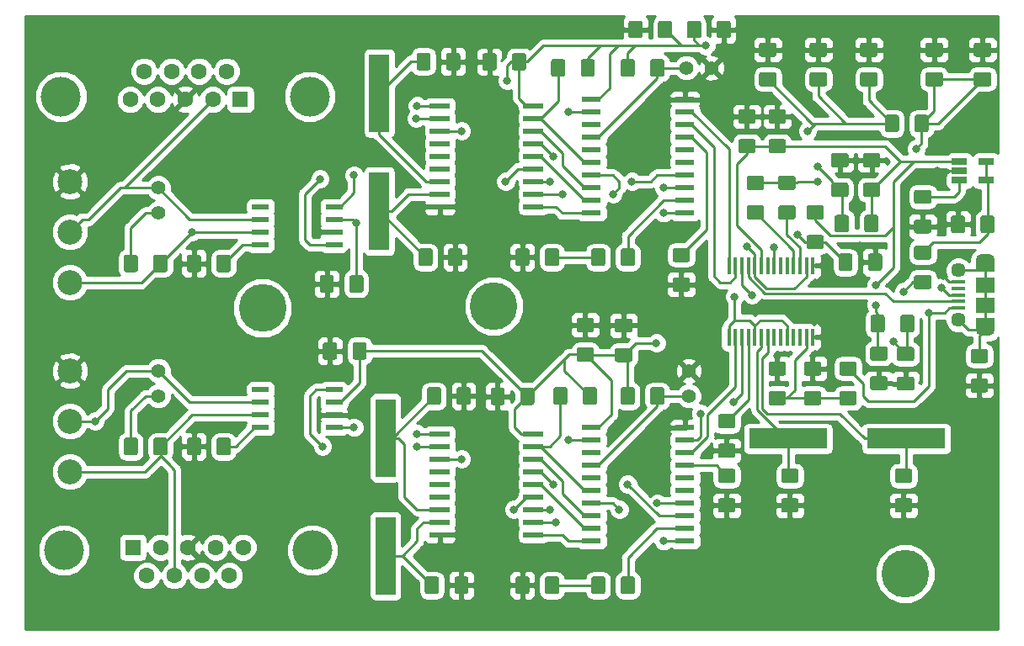
<source format=gbr>
G04 #@! TF.GenerationSoftware,KiCad,Pcbnew,(5.0.1)-3*
G04 #@! TF.CreationDate,2018-12-19T00:20:38+01:00*
G04 #@! TF.ProjectId,cret,637265742E6B696361645F7063620000,rev?*
G04 #@! TF.SameCoordinates,Original*
G04 #@! TF.FileFunction,Copper,L1,Top,Signal*
G04 #@! TF.FilePolarity,Positive*
%FSLAX46Y46*%
G04 Gerber Fmt 4.6, Leading zero omitted, Abs format (unit mm)*
G04 Created by KiCad (PCBNEW (5.0.1)-3) date 19/12/2018 0:20:38*
%MOMM*%
%LPD*%
G01*
G04 APERTURE LIST*
G04 #@! TA.AperFunction,Conductor*
%ADD10C,0.100000*%
G04 #@! TD*
G04 #@! TA.AperFunction,SMDPad,CuDef*
%ADD11C,1.425000*%
G04 #@! TD*
G04 #@! TA.AperFunction,ComponentPad*
%ADD12R,1.600000X1.600000*%
G04 #@! TD*
G04 #@! TA.AperFunction,ComponentPad*
%ADD13C,1.600000*%
G04 #@! TD*
G04 #@! TA.AperFunction,ComponentPad*
%ADD14C,4.000000*%
G04 #@! TD*
G04 #@! TA.AperFunction,BGAPad,CuDef*
%ADD15C,2.500000*%
G04 #@! TD*
G04 #@! TA.AperFunction,SMDPad,CuDef*
%ADD16R,1.950000X0.600000*%
G04 #@! TD*
G04 #@! TA.AperFunction,SMDPad,CuDef*
%ADD17R,2.000000X0.600000*%
G04 #@! TD*
G04 #@! TA.AperFunction,SMDPad,CuDef*
%ADD18R,1.750000X0.550000*%
G04 #@! TD*
G04 #@! TA.AperFunction,SMDPad,CuDef*
%ADD19R,1.900000X1.500000*%
G04 #@! TD*
G04 #@! TA.AperFunction,ComponentPad*
%ADD20C,1.450000*%
G04 #@! TD*
G04 #@! TA.AperFunction,SMDPad,CuDef*
%ADD21R,1.350000X0.400000*%
G04 #@! TD*
G04 #@! TA.AperFunction,ComponentPad*
%ADD22O,1.900000X1.200000*%
G04 #@! TD*
G04 #@! TA.AperFunction,SMDPad,CuDef*
%ADD23R,1.900000X1.200000*%
G04 #@! TD*
G04 #@! TA.AperFunction,ComponentPad*
%ADD24C,1.400000*%
G04 #@! TD*
G04 #@! TA.AperFunction,SMDPad,CuDef*
%ADD25R,2.000000X7.875000*%
G04 #@! TD*
G04 #@! TA.AperFunction,SMDPad,CuDef*
%ADD26R,7.875000X2.000000*%
G04 #@! TD*
G04 #@! TA.AperFunction,SMDPad,CuDef*
%ADD27R,1.560000X0.650000*%
G04 #@! TD*
G04 #@! TA.AperFunction,SMDPad,CuDef*
%ADD28R,0.450000X1.750000*%
G04 #@! TD*
G04 #@! TA.AperFunction,ComponentPad*
%ADD29C,4.800000*%
G04 #@! TD*
G04 #@! TA.AperFunction,ViaPad*
%ADD30C,0.800000*%
G04 #@! TD*
G04 #@! TA.AperFunction,Conductor*
%ADD31C,0.250000*%
G04 #@! TD*
G04 #@! TA.AperFunction,Conductor*
%ADD32C,0.254000*%
G04 #@! TD*
G04 APERTURE END LIST*
D10*
G04 #@! TO.N,V1*
G04 #@! TO.C,C1*
G36*
X116209404Y-87975404D02*
X116233673Y-87979004D01*
X116257471Y-87984965D01*
X116280571Y-87993230D01*
X116302749Y-88003720D01*
X116323793Y-88016333D01*
X116343498Y-88030947D01*
X116361677Y-88047423D01*
X116378153Y-88065602D01*
X116392767Y-88085307D01*
X116405380Y-88106351D01*
X116415870Y-88128529D01*
X116424135Y-88151629D01*
X116430096Y-88175427D01*
X116433696Y-88199696D01*
X116434900Y-88224200D01*
X116434900Y-89474200D01*
X116433696Y-89498704D01*
X116430096Y-89522973D01*
X116424135Y-89546771D01*
X116415870Y-89569871D01*
X116405380Y-89592049D01*
X116392767Y-89613093D01*
X116378153Y-89632798D01*
X116361677Y-89650977D01*
X116343498Y-89667453D01*
X116323793Y-89682067D01*
X116302749Y-89694680D01*
X116280571Y-89705170D01*
X116257471Y-89713435D01*
X116233673Y-89719396D01*
X116209404Y-89722996D01*
X116184900Y-89724200D01*
X115259900Y-89724200D01*
X115235396Y-89722996D01*
X115211127Y-89719396D01*
X115187329Y-89713435D01*
X115164229Y-89705170D01*
X115142051Y-89694680D01*
X115121007Y-89682067D01*
X115101302Y-89667453D01*
X115083123Y-89650977D01*
X115066647Y-89632798D01*
X115052033Y-89613093D01*
X115039420Y-89592049D01*
X115028930Y-89569871D01*
X115020665Y-89546771D01*
X115014704Y-89522973D01*
X115011104Y-89498704D01*
X115009900Y-89474200D01*
X115009900Y-88224200D01*
X115011104Y-88199696D01*
X115014704Y-88175427D01*
X115020665Y-88151629D01*
X115028930Y-88128529D01*
X115039420Y-88106351D01*
X115052033Y-88085307D01*
X115066647Y-88065602D01*
X115083123Y-88047423D01*
X115101302Y-88030947D01*
X115121007Y-88016333D01*
X115142051Y-88003720D01*
X115164229Y-87993230D01*
X115187329Y-87984965D01*
X115211127Y-87979004D01*
X115235396Y-87975404D01*
X115259900Y-87974200D01*
X116184900Y-87974200D01*
X116209404Y-87975404D01*
X116209404Y-87975404D01*
G37*
D11*
G04 #@! TD*
G04 #@! TO.P,C1,1*
G04 #@! TO.N,V1*
X115722400Y-88849200D03*
D10*
G04 #@! TO.N,GND*
G04 #@! TO.C,C1*
G36*
X113234404Y-87975404D02*
X113258673Y-87979004D01*
X113282471Y-87984965D01*
X113305571Y-87993230D01*
X113327749Y-88003720D01*
X113348793Y-88016333D01*
X113368498Y-88030947D01*
X113386677Y-88047423D01*
X113403153Y-88065602D01*
X113417767Y-88085307D01*
X113430380Y-88106351D01*
X113440870Y-88128529D01*
X113449135Y-88151629D01*
X113455096Y-88175427D01*
X113458696Y-88199696D01*
X113459900Y-88224200D01*
X113459900Y-89474200D01*
X113458696Y-89498704D01*
X113455096Y-89522973D01*
X113449135Y-89546771D01*
X113440870Y-89569871D01*
X113430380Y-89592049D01*
X113417767Y-89613093D01*
X113403153Y-89632798D01*
X113386677Y-89650977D01*
X113368498Y-89667453D01*
X113348793Y-89682067D01*
X113327749Y-89694680D01*
X113305571Y-89705170D01*
X113282471Y-89713435D01*
X113258673Y-89719396D01*
X113234404Y-89722996D01*
X113209900Y-89724200D01*
X112284900Y-89724200D01*
X112260396Y-89722996D01*
X112236127Y-89719396D01*
X112212329Y-89713435D01*
X112189229Y-89705170D01*
X112167051Y-89694680D01*
X112146007Y-89682067D01*
X112126302Y-89667453D01*
X112108123Y-89650977D01*
X112091647Y-89632798D01*
X112077033Y-89613093D01*
X112064420Y-89592049D01*
X112053930Y-89569871D01*
X112045665Y-89546771D01*
X112039704Y-89522973D01*
X112036104Y-89498704D01*
X112034900Y-89474200D01*
X112034900Y-88224200D01*
X112036104Y-88199696D01*
X112039704Y-88175427D01*
X112045665Y-88151629D01*
X112053930Y-88128529D01*
X112064420Y-88106351D01*
X112077033Y-88085307D01*
X112091647Y-88065602D01*
X112108123Y-88047423D01*
X112126302Y-88030947D01*
X112146007Y-88016333D01*
X112167051Y-88003720D01*
X112189229Y-87993230D01*
X112212329Y-87984965D01*
X112236127Y-87979004D01*
X112260396Y-87975404D01*
X112284900Y-87974200D01*
X113209900Y-87974200D01*
X113234404Y-87975404D01*
X113234404Y-87975404D01*
G37*
D11*
G04 #@! TD*
G04 #@! TO.P,C1,2*
G04 #@! TO.N,GND*
X112747400Y-88849200D03*
D10*
G04 #@! TO.N,V1*
G04 #@! TO.C,C2*
G36*
X101528204Y-91226604D02*
X101552473Y-91230204D01*
X101576271Y-91236165D01*
X101599371Y-91244430D01*
X101621549Y-91254920D01*
X101642593Y-91267533D01*
X101662298Y-91282147D01*
X101680477Y-91298623D01*
X101696953Y-91316802D01*
X101711567Y-91336507D01*
X101724180Y-91357551D01*
X101734670Y-91379729D01*
X101742935Y-91402829D01*
X101748896Y-91426627D01*
X101752496Y-91450896D01*
X101753700Y-91475400D01*
X101753700Y-92725400D01*
X101752496Y-92749904D01*
X101748896Y-92774173D01*
X101742935Y-92797971D01*
X101734670Y-92821071D01*
X101724180Y-92843249D01*
X101711567Y-92864293D01*
X101696953Y-92883998D01*
X101680477Y-92902177D01*
X101662298Y-92918653D01*
X101642593Y-92933267D01*
X101621549Y-92945880D01*
X101599371Y-92956370D01*
X101576271Y-92964635D01*
X101552473Y-92970596D01*
X101528204Y-92974196D01*
X101503700Y-92975400D01*
X100578700Y-92975400D01*
X100554196Y-92974196D01*
X100529927Y-92970596D01*
X100506129Y-92964635D01*
X100483029Y-92956370D01*
X100460851Y-92945880D01*
X100439807Y-92933267D01*
X100420102Y-92918653D01*
X100401923Y-92902177D01*
X100385447Y-92883998D01*
X100370833Y-92864293D01*
X100358220Y-92843249D01*
X100347730Y-92821071D01*
X100339465Y-92797971D01*
X100333504Y-92774173D01*
X100329904Y-92749904D01*
X100328700Y-92725400D01*
X100328700Y-91475400D01*
X100329904Y-91450896D01*
X100333504Y-91426627D01*
X100339465Y-91402829D01*
X100347730Y-91379729D01*
X100358220Y-91357551D01*
X100370833Y-91336507D01*
X100385447Y-91316802D01*
X100401923Y-91298623D01*
X100420102Y-91282147D01*
X100439807Y-91267533D01*
X100460851Y-91254920D01*
X100483029Y-91244430D01*
X100506129Y-91236165D01*
X100529927Y-91230204D01*
X100554196Y-91226604D01*
X100578700Y-91225400D01*
X101503700Y-91225400D01*
X101528204Y-91226604D01*
X101528204Y-91226604D01*
G37*
D11*
G04 #@! TD*
G04 #@! TO.P,C2,1*
G04 #@! TO.N,V1*
X101041200Y-92100400D03*
D10*
G04 #@! TO.N,GND*
G04 #@! TO.C,C2*
G36*
X98553204Y-91226604D02*
X98577473Y-91230204D01*
X98601271Y-91236165D01*
X98624371Y-91244430D01*
X98646549Y-91254920D01*
X98667593Y-91267533D01*
X98687298Y-91282147D01*
X98705477Y-91298623D01*
X98721953Y-91316802D01*
X98736567Y-91336507D01*
X98749180Y-91357551D01*
X98759670Y-91379729D01*
X98767935Y-91402829D01*
X98773896Y-91426627D01*
X98777496Y-91450896D01*
X98778700Y-91475400D01*
X98778700Y-92725400D01*
X98777496Y-92749904D01*
X98773896Y-92774173D01*
X98767935Y-92797971D01*
X98759670Y-92821071D01*
X98749180Y-92843249D01*
X98736567Y-92864293D01*
X98721953Y-92883998D01*
X98705477Y-92902177D01*
X98687298Y-92918653D01*
X98667593Y-92933267D01*
X98646549Y-92945880D01*
X98624371Y-92956370D01*
X98601271Y-92964635D01*
X98577473Y-92970596D01*
X98553204Y-92974196D01*
X98528700Y-92975400D01*
X97603700Y-92975400D01*
X97579196Y-92974196D01*
X97554927Y-92970596D01*
X97531129Y-92964635D01*
X97508029Y-92956370D01*
X97485851Y-92945880D01*
X97464807Y-92933267D01*
X97445102Y-92918653D01*
X97426923Y-92902177D01*
X97410447Y-92883998D01*
X97395833Y-92864293D01*
X97383220Y-92843249D01*
X97372730Y-92821071D01*
X97364465Y-92797971D01*
X97358504Y-92774173D01*
X97354904Y-92749904D01*
X97353700Y-92725400D01*
X97353700Y-91475400D01*
X97354904Y-91450896D01*
X97358504Y-91426627D01*
X97364465Y-91402829D01*
X97372730Y-91379729D01*
X97383220Y-91357551D01*
X97395833Y-91336507D01*
X97410447Y-91316802D01*
X97426923Y-91298623D01*
X97445102Y-91282147D01*
X97464807Y-91267533D01*
X97485851Y-91254920D01*
X97508029Y-91244430D01*
X97531129Y-91236165D01*
X97554927Y-91230204D01*
X97579196Y-91226604D01*
X97603700Y-91225400D01*
X98528700Y-91225400D01*
X98553204Y-91226604D01*
X98553204Y-91226604D01*
G37*
D11*
G04 #@! TD*
G04 #@! TO.P,C2,2*
G04 #@! TO.N,GND*
X98066200Y-92100400D03*
D10*
G04 #@! TO.N,V1*
G04 #@! TO.C,C3*
G36*
X85170604Y-113578604D02*
X85194873Y-113582204D01*
X85218671Y-113588165D01*
X85241771Y-113596430D01*
X85263949Y-113606920D01*
X85284993Y-113619533D01*
X85304698Y-113634147D01*
X85322877Y-113650623D01*
X85339353Y-113668802D01*
X85353967Y-113688507D01*
X85366580Y-113709551D01*
X85377070Y-113731729D01*
X85385335Y-113754829D01*
X85391296Y-113778627D01*
X85394896Y-113802896D01*
X85396100Y-113827400D01*
X85396100Y-115077400D01*
X85394896Y-115101904D01*
X85391296Y-115126173D01*
X85385335Y-115149971D01*
X85377070Y-115173071D01*
X85366580Y-115195249D01*
X85353967Y-115216293D01*
X85339353Y-115235998D01*
X85322877Y-115254177D01*
X85304698Y-115270653D01*
X85284993Y-115285267D01*
X85263949Y-115297880D01*
X85241771Y-115308370D01*
X85218671Y-115316635D01*
X85194873Y-115322596D01*
X85170604Y-115326196D01*
X85146100Y-115327400D01*
X84221100Y-115327400D01*
X84196596Y-115326196D01*
X84172327Y-115322596D01*
X84148529Y-115316635D01*
X84125429Y-115308370D01*
X84103251Y-115297880D01*
X84082207Y-115285267D01*
X84062502Y-115270653D01*
X84044323Y-115254177D01*
X84027847Y-115235998D01*
X84013233Y-115216293D01*
X84000620Y-115195249D01*
X83990130Y-115173071D01*
X83981865Y-115149971D01*
X83975904Y-115126173D01*
X83972304Y-115101904D01*
X83971100Y-115077400D01*
X83971100Y-113827400D01*
X83972304Y-113802896D01*
X83975904Y-113778627D01*
X83981865Y-113754829D01*
X83990130Y-113731729D01*
X84000620Y-113709551D01*
X84013233Y-113688507D01*
X84027847Y-113668802D01*
X84044323Y-113650623D01*
X84062502Y-113634147D01*
X84082207Y-113619533D01*
X84103251Y-113606920D01*
X84125429Y-113596430D01*
X84148529Y-113588165D01*
X84172327Y-113582204D01*
X84196596Y-113578604D01*
X84221100Y-113577400D01*
X85146100Y-113577400D01*
X85170604Y-113578604D01*
X85170604Y-113578604D01*
G37*
D11*
G04 #@! TD*
G04 #@! TO.P,C3,1*
G04 #@! TO.N,V1*
X84683600Y-114452400D03*
D10*
G04 #@! TO.N,GND*
G04 #@! TO.C,C3*
G36*
X82195604Y-113578604D02*
X82219873Y-113582204D01*
X82243671Y-113588165D01*
X82266771Y-113596430D01*
X82288949Y-113606920D01*
X82309993Y-113619533D01*
X82329698Y-113634147D01*
X82347877Y-113650623D01*
X82364353Y-113668802D01*
X82378967Y-113688507D01*
X82391580Y-113709551D01*
X82402070Y-113731729D01*
X82410335Y-113754829D01*
X82416296Y-113778627D01*
X82419896Y-113802896D01*
X82421100Y-113827400D01*
X82421100Y-115077400D01*
X82419896Y-115101904D01*
X82416296Y-115126173D01*
X82410335Y-115149971D01*
X82402070Y-115173071D01*
X82391580Y-115195249D01*
X82378967Y-115216293D01*
X82364353Y-115235998D01*
X82347877Y-115254177D01*
X82329698Y-115270653D01*
X82309993Y-115285267D01*
X82288949Y-115297880D01*
X82266771Y-115308370D01*
X82243671Y-115316635D01*
X82219873Y-115322596D01*
X82195604Y-115326196D01*
X82171100Y-115327400D01*
X81246100Y-115327400D01*
X81221596Y-115326196D01*
X81197327Y-115322596D01*
X81173529Y-115316635D01*
X81150429Y-115308370D01*
X81128251Y-115297880D01*
X81107207Y-115285267D01*
X81087502Y-115270653D01*
X81069323Y-115254177D01*
X81052847Y-115235998D01*
X81038233Y-115216293D01*
X81025620Y-115195249D01*
X81015130Y-115173071D01*
X81006865Y-115149971D01*
X81000904Y-115126173D01*
X80997304Y-115101904D01*
X80996100Y-115077400D01*
X80996100Y-113827400D01*
X80997304Y-113802896D01*
X81000904Y-113778627D01*
X81006865Y-113754829D01*
X81015130Y-113731729D01*
X81025620Y-113709551D01*
X81038233Y-113688507D01*
X81052847Y-113668802D01*
X81069323Y-113650623D01*
X81087502Y-113634147D01*
X81107207Y-113619533D01*
X81128251Y-113606920D01*
X81150429Y-113596430D01*
X81173529Y-113588165D01*
X81197327Y-113582204D01*
X81221596Y-113578604D01*
X81246100Y-113577400D01*
X82171100Y-113577400D01*
X82195604Y-113578604D01*
X82195604Y-113578604D01*
G37*
D11*
G04 #@! TD*
G04 #@! TO.P,C3,2*
G04 #@! TO.N,GND*
X81708600Y-114452400D03*
D10*
G04 #@! TO.N,V2*
G04 #@! TO.C,C4*
G36*
X108345504Y-120853104D02*
X108369773Y-120856704D01*
X108393571Y-120862665D01*
X108416671Y-120870930D01*
X108438849Y-120881420D01*
X108459893Y-120894033D01*
X108479598Y-120908647D01*
X108497777Y-120925123D01*
X108514253Y-120943302D01*
X108528867Y-120963007D01*
X108541480Y-120984051D01*
X108551970Y-121006229D01*
X108560235Y-121029329D01*
X108566196Y-121053127D01*
X108569796Y-121077396D01*
X108571000Y-121101900D01*
X108571000Y-122026900D01*
X108569796Y-122051404D01*
X108566196Y-122075673D01*
X108560235Y-122099471D01*
X108551970Y-122122571D01*
X108541480Y-122144749D01*
X108528867Y-122165793D01*
X108514253Y-122185498D01*
X108497777Y-122203677D01*
X108479598Y-122220153D01*
X108459893Y-122234767D01*
X108438849Y-122247380D01*
X108416671Y-122257870D01*
X108393571Y-122266135D01*
X108369773Y-122272096D01*
X108345504Y-122275696D01*
X108321000Y-122276900D01*
X107071000Y-122276900D01*
X107046496Y-122275696D01*
X107022227Y-122272096D01*
X106998429Y-122266135D01*
X106975329Y-122257870D01*
X106953151Y-122247380D01*
X106932107Y-122234767D01*
X106912402Y-122220153D01*
X106894223Y-122203677D01*
X106877747Y-122185498D01*
X106863133Y-122165793D01*
X106850520Y-122144749D01*
X106840030Y-122122571D01*
X106831765Y-122099471D01*
X106825804Y-122075673D01*
X106822204Y-122051404D01*
X106821000Y-122026900D01*
X106821000Y-121101900D01*
X106822204Y-121077396D01*
X106825804Y-121053127D01*
X106831765Y-121029329D01*
X106840030Y-121006229D01*
X106850520Y-120984051D01*
X106863133Y-120963007D01*
X106877747Y-120943302D01*
X106894223Y-120925123D01*
X106912402Y-120908647D01*
X106932107Y-120894033D01*
X106953151Y-120881420D01*
X106975329Y-120870930D01*
X106998429Y-120862665D01*
X107022227Y-120856704D01*
X107046496Y-120853104D01*
X107071000Y-120851900D01*
X108321000Y-120851900D01*
X108345504Y-120853104D01*
X108345504Y-120853104D01*
G37*
D11*
G04 #@! TD*
G04 #@! TO.P,C4,1*
G04 #@! TO.N,V2*
X107696000Y-121564400D03*
D10*
G04 #@! TO.N,GND*
G04 #@! TO.C,C4*
G36*
X108345504Y-117878104D02*
X108369773Y-117881704D01*
X108393571Y-117887665D01*
X108416671Y-117895930D01*
X108438849Y-117906420D01*
X108459893Y-117919033D01*
X108479598Y-117933647D01*
X108497777Y-117950123D01*
X108514253Y-117968302D01*
X108528867Y-117988007D01*
X108541480Y-118009051D01*
X108551970Y-118031229D01*
X108560235Y-118054329D01*
X108566196Y-118078127D01*
X108569796Y-118102396D01*
X108571000Y-118126900D01*
X108571000Y-119051900D01*
X108569796Y-119076404D01*
X108566196Y-119100673D01*
X108560235Y-119124471D01*
X108551970Y-119147571D01*
X108541480Y-119169749D01*
X108528867Y-119190793D01*
X108514253Y-119210498D01*
X108497777Y-119228677D01*
X108479598Y-119245153D01*
X108459893Y-119259767D01*
X108438849Y-119272380D01*
X108416671Y-119282870D01*
X108393571Y-119291135D01*
X108369773Y-119297096D01*
X108345504Y-119300696D01*
X108321000Y-119301900D01*
X107071000Y-119301900D01*
X107046496Y-119300696D01*
X107022227Y-119297096D01*
X106998429Y-119291135D01*
X106975329Y-119282870D01*
X106953151Y-119272380D01*
X106932107Y-119259767D01*
X106912402Y-119245153D01*
X106894223Y-119228677D01*
X106877747Y-119210498D01*
X106863133Y-119190793D01*
X106850520Y-119169749D01*
X106840030Y-119147571D01*
X106831765Y-119124471D01*
X106825804Y-119100673D01*
X106822204Y-119076404D01*
X106821000Y-119051900D01*
X106821000Y-118126900D01*
X106822204Y-118102396D01*
X106825804Y-118078127D01*
X106831765Y-118054329D01*
X106840030Y-118031229D01*
X106850520Y-118009051D01*
X106863133Y-117988007D01*
X106877747Y-117968302D01*
X106894223Y-117950123D01*
X106912402Y-117933647D01*
X106932107Y-117919033D01*
X106953151Y-117906420D01*
X106975329Y-117895930D01*
X106998429Y-117887665D01*
X107022227Y-117881704D01*
X107046496Y-117878104D01*
X107071000Y-117876900D01*
X108321000Y-117876900D01*
X108345504Y-117878104D01*
X108345504Y-117878104D01*
G37*
D11*
G04 #@! TD*
G04 #@! TO.P,C4,2*
G04 #@! TO.N,GND*
X107696000Y-118589400D03*
D10*
G04 #@! TO.N,GND*
G04 #@! TO.C,C5*
G36*
X99380304Y-124907004D02*
X99404573Y-124910604D01*
X99428371Y-124916565D01*
X99451471Y-124924830D01*
X99473649Y-124935320D01*
X99494693Y-124947933D01*
X99514398Y-124962547D01*
X99532577Y-124979023D01*
X99549053Y-124997202D01*
X99563667Y-125016907D01*
X99576280Y-125037951D01*
X99586770Y-125060129D01*
X99595035Y-125083229D01*
X99600996Y-125107027D01*
X99604596Y-125131296D01*
X99605800Y-125155800D01*
X99605800Y-126405800D01*
X99604596Y-126430304D01*
X99600996Y-126454573D01*
X99595035Y-126478371D01*
X99586770Y-126501471D01*
X99576280Y-126523649D01*
X99563667Y-126544693D01*
X99549053Y-126564398D01*
X99532577Y-126582577D01*
X99514398Y-126599053D01*
X99494693Y-126613667D01*
X99473649Y-126626280D01*
X99451471Y-126636770D01*
X99428371Y-126645035D01*
X99404573Y-126650996D01*
X99380304Y-126654596D01*
X99355800Y-126655800D01*
X98430800Y-126655800D01*
X98406296Y-126654596D01*
X98382027Y-126650996D01*
X98358229Y-126645035D01*
X98335129Y-126636770D01*
X98312951Y-126626280D01*
X98291907Y-126613667D01*
X98272202Y-126599053D01*
X98254023Y-126582577D01*
X98237547Y-126564398D01*
X98222933Y-126544693D01*
X98210320Y-126523649D01*
X98199830Y-126501471D01*
X98191565Y-126478371D01*
X98185604Y-126454573D01*
X98182004Y-126430304D01*
X98180800Y-126405800D01*
X98180800Y-125155800D01*
X98182004Y-125131296D01*
X98185604Y-125107027D01*
X98191565Y-125083229D01*
X98199830Y-125060129D01*
X98210320Y-125037951D01*
X98222933Y-125016907D01*
X98237547Y-124997202D01*
X98254023Y-124979023D01*
X98272202Y-124962547D01*
X98291907Y-124947933D01*
X98312951Y-124935320D01*
X98335129Y-124924830D01*
X98358229Y-124916565D01*
X98382027Y-124910604D01*
X98406296Y-124907004D01*
X98430800Y-124905800D01*
X99355800Y-124905800D01*
X99380304Y-124907004D01*
X99380304Y-124907004D01*
G37*
D11*
G04 #@! TD*
G04 #@! TO.P,C5,2*
G04 #@! TO.N,GND*
X98893300Y-125780800D03*
D10*
G04 #@! TO.N,V2*
G04 #@! TO.C,C5*
G36*
X102355304Y-124907004D02*
X102379573Y-124910604D01*
X102403371Y-124916565D01*
X102426471Y-124924830D01*
X102448649Y-124935320D01*
X102469693Y-124947933D01*
X102489398Y-124962547D01*
X102507577Y-124979023D01*
X102524053Y-124997202D01*
X102538667Y-125016907D01*
X102551280Y-125037951D01*
X102561770Y-125060129D01*
X102570035Y-125083229D01*
X102575996Y-125107027D01*
X102579596Y-125131296D01*
X102580800Y-125155800D01*
X102580800Y-126405800D01*
X102579596Y-126430304D01*
X102575996Y-126454573D01*
X102570035Y-126478371D01*
X102561770Y-126501471D01*
X102551280Y-126523649D01*
X102538667Y-126544693D01*
X102524053Y-126564398D01*
X102507577Y-126582577D01*
X102489398Y-126599053D01*
X102469693Y-126613667D01*
X102448649Y-126626280D01*
X102426471Y-126636770D01*
X102403371Y-126645035D01*
X102379573Y-126650996D01*
X102355304Y-126654596D01*
X102330800Y-126655800D01*
X101405800Y-126655800D01*
X101381296Y-126654596D01*
X101357027Y-126650996D01*
X101333229Y-126645035D01*
X101310129Y-126636770D01*
X101287951Y-126626280D01*
X101266907Y-126613667D01*
X101247202Y-126599053D01*
X101229023Y-126582577D01*
X101212547Y-126564398D01*
X101197933Y-126544693D01*
X101185320Y-126523649D01*
X101174830Y-126501471D01*
X101166565Y-126478371D01*
X101160604Y-126454573D01*
X101157004Y-126430304D01*
X101155800Y-126405800D01*
X101155800Y-125155800D01*
X101157004Y-125131296D01*
X101160604Y-125107027D01*
X101166565Y-125083229D01*
X101174830Y-125060129D01*
X101185320Y-125037951D01*
X101197933Y-125016907D01*
X101212547Y-124997202D01*
X101229023Y-124979023D01*
X101247202Y-124962547D01*
X101266907Y-124947933D01*
X101287951Y-124935320D01*
X101310129Y-124924830D01*
X101333229Y-124916565D01*
X101357027Y-124910604D01*
X101381296Y-124907004D01*
X101405800Y-124905800D01*
X102330800Y-124905800D01*
X102355304Y-124907004D01*
X102355304Y-124907004D01*
G37*
D11*
G04 #@! TD*
G04 #@! TO.P,C5,1*
G04 #@! TO.N,V2*
X101868300Y-125780800D03*
D10*
G04 #@! TO.N,V2*
G04 #@! TO.C,C6*
G36*
X85489704Y-120335004D02*
X85513973Y-120338604D01*
X85537771Y-120344565D01*
X85560871Y-120352830D01*
X85583049Y-120363320D01*
X85604093Y-120375933D01*
X85623798Y-120390547D01*
X85641977Y-120407023D01*
X85658453Y-120425202D01*
X85673067Y-120444907D01*
X85685680Y-120465951D01*
X85696170Y-120488129D01*
X85704435Y-120511229D01*
X85710396Y-120535027D01*
X85713996Y-120559296D01*
X85715200Y-120583800D01*
X85715200Y-121833800D01*
X85713996Y-121858304D01*
X85710396Y-121882573D01*
X85704435Y-121906371D01*
X85696170Y-121929471D01*
X85685680Y-121951649D01*
X85673067Y-121972693D01*
X85658453Y-121992398D01*
X85641977Y-122010577D01*
X85623798Y-122027053D01*
X85604093Y-122041667D01*
X85583049Y-122054280D01*
X85560871Y-122064770D01*
X85537771Y-122073035D01*
X85513973Y-122078996D01*
X85489704Y-122082596D01*
X85465200Y-122083800D01*
X84540200Y-122083800D01*
X84515696Y-122082596D01*
X84491427Y-122078996D01*
X84467629Y-122073035D01*
X84444529Y-122064770D01*
X84422351Y-122054280D01*
X84401307Y-122041667D01*
X84381602Y-122027053D01*
X84363423Y-122010577D01*
X84346947Y-121992398D01*
X84332333Y-121972693D01*
X84319720Y-121951649D01*
X84309230Y-121929471D01*
X84300965Y-121906371D01*
X84295004Y-121882573D01*
X84291404Y-121858304D01*
X84290200Y-121833800D01*
X84290200Y-120583800D01*
X84291404Y-120559296D01*
X84295004Y-120535027D01*
X84300965Y-120511229D01*
X84309230Y-120488129D01*
X84319720Y-120465951D01*
X84332333Y-120444907D01*
X84346947Y-120425202D01*
X84363423Y-120407023D01*
X84381602Y-120390547D01*
X84401307Y-120375933D01*
X84422351Y-120363320D01*
X84444529Y-120352830D01*
X84467629Y-120344565D01*
X84491427Y-120338604D01*
X84515696Y-120335004D01*
X84540200Y-120333800D01*
X85465200Y-120333800D01*
X85489704Y-120335004D01*
X85489704Y-120335004D01*
G37*
D11*
G04 #@! TD*
G04 #@! TO.P,C6,1*
G04 #@! TO.N,V2*
X85002700Y-121208800D03*
D10*
G04 #@! TO.N,GND*
G04 #@! TO.C,C6*
G36*
X82514704Y-120335004D02*
X82538973Y-120338604D01*
X82562771Y-120344565D01*
X82585871Y-120352830D01*
X82608049Y-120363320D01*
X82629093Y-120375933D01*
X82648798Y-120390547D01*
X82666977Y-120407023D01*
X82683453Y-120425202D01*
X82698067Y-120444907D01*
X82710680Y-120465951D01*
X82721170Y-120488129D01*
X82729435Y-120511229D01*
X82735396Y-120535027D01*
X82738996Y-120559296D01*
X82740200Y-120583800D01*
X82740200Y-121833800D01*
X82738996Y-121858304D01*
X82735396Y-121882573D01*
X82729435Y-121906371D01*
X82721170Y-121929471D01*
X82710680Y-121951649D01*
X82698067Y-121972693D01*
X82683453Y-121992398D01*
X82666977Y-122010577D01*
X82648798Y-122027053D01*
X82629093Y-122041667D01*
X82608049Y-122054280D01*
X82585871Y-122064770D01*
X82562771Y-122073035D01*
X82538973Y-122078996D01*
X82514704Y-122082596D01*
X82490200Y-122083800D01*
X81565200Y-122083800D01*
X81540696Y-122082596D01*
X81516427Y-122078996D01*
X81492629Y-122073035D01*
X81469529Y-122064770D01*
X81447351Y-122054280D01*
X81426307Y-122041667D01*
X81406602Y-122027053D01*
X81388423Y-122010577D01*
X81371947Y-121992398D01*
X81357333Y-121972693D01*
X81344720Y-121951649D01*
X81334230Y-121929471D01*
X81325965Y-121906371D01*
X81320004Y-121882573D01*
X81316404Y-121858304D01*
X81315200Y-121833800D01*
X81315200Y-120583800D01*
X81316404Y-120559296D01*
X81320004Y-120535027D01*
X81325965Y-120511229D01*
X81334230Y-120488129D01*
X81344720Y-120465951D01*
X81357333Y-120444907D01*
X81371947Y-120425202D01*
X81388423Y-120407023D01*
X81406602Y-120390547D01*
X81426307Y-120375933D01*
X81447351Y-120363320D01*
X81469529Y-120352830D01*
X81492629Y-120344565D01*
X81516427Y-120338604D01*
X81540696Y-120335004D01*
X81565200Y-120333800D01*
X82490200Y-120333800D01*
X82514704Y-120335004D01*
X82514704Y-120335004D01*
G37*
D11*
G04 #@! TD*
G04 #@! TO.P,C6,2*
G04 #@! TO.N,GND*
X82027700Y-121208800D03*
D10*
G04 #@! TO.N,Net-(C7-Pad1)*
G04 #@! TO.C,C7*
G36*
X148634104Y-107584204D02*
X148658373Y-107587804D01*
X148682171Y-107593765D01*
X148705271Y-107602030D01*
X148727449Y-107612520D01*
X148748493Y-107625133D01*
X148768198Y-107639747D01*
X148786377Y-107656223D01*
X148802853Y-107674402D01*
X148817467Y-107694107D01*
X148830080Y-107715151D01*
X148840570Y-107737329D01*
X148848835Y-107760429D01*
X148854796Y-107784227D01*
X148858396Y-107808496D01*
X148859600Y-107833000D01*
X148859600Y-109083000D01*
X148858396Y-109107504D01*
X148854796Y-109131773D01*
X148848835Y-109155571D01*
X148840570Y-109178671D01*
X148830080Y-109200849D01*
X148817467Y-109221893D01*
X148802853Y-109241598D01*
X148786377Y-109259777D01*
X148768198Y-109276253D01*
X148748493Y-109290867D01*
X148727449Y-109303480D01*
X148705271Y-109313970D01*
X148682171Y-109322235D01*
X148658373Y-109328196D01*
X148634104Y-109331796D01*
X148609600Y-109333000D01*
X147684600Y-109333000D01*
X147660096Y-109331796D01*
X147635827Y-109328196D01*
X147612029Y-109322235D01*
X147588929Y-109313970D01*
X147566751Y-109303480D01*
X147545707Y-109290867D01*
X147526002Y-109276253D01*
X147507823Y-109259777D01*
X147491347Y-109241598D01*
X147476733Y-109221893D01*
X147464120Y-109200849D01*
X147453630Y-109178671D01*
X147445365Y-109155571D01*
X147439404Y-109131773D01*
X147435804Y-109107504D01*
X147434600Y-109083000D01*
X147434600Y-107833000D01*
X147435804Y-107808496D01*
X147439404Y-107784227D01*
X147445365Y-107760429D01*
X147453630Y-107737329D01*
X147464120Y-107715151D01*
X147476733Y-107694107D01*
X147491347Y-107674402D01*
X147507823Y-107656223D01*
X147526002Y-107639747D01*
X147545707Y-107625133D01*
X147566751Y-107612520D01*
X147588929Y-107602030D01*
X147612029Y-107593765D01*
X147635827Y-107587804D01*
X147660096Y-107584204D01*
X147684600Y-107583000D01*
X148609600Y-107583000D01*
X148634104Y-107584204D01*
X148634104Y-107584204D01*
G37*
D11*
G04 #@! TD*
G04 #@! TO.P,C7,1*
G04 #@! TO.N,Net-(C7-Pad1)*
X148147100Y-108458000D03*
D10*
G04 #@! TO.N,GND*
G04 #@! TO.C,C7*
G36*
X145659104Y-107584204D02*
X145683373Y-107587804D01*
X145707171Y-107593765D01*
X145730271Y-107602030D01*
X145752449Y-107612520D01*
X145773493Y-107625133D01*
X145793198Y-107639747D01*
X145811377Y-107656223D01*
X145827853Y-107674402D01*
X145842467Y-107694107D01*
X145855080Y-107715151D01*
X145865570Y-107737329D01*
X145873835Y-107760429D01*
X145879796Y-107784227D01*
X145883396Y-107808496D01*
X145884600Y-107833000D01*
X145884600Y-109083000D01*
X145883396Y-109107504D01*
X145879796Y-109131773D01*
X145873835Y-109155571D01*
X145865570Y-109178671D01*
X145855080Y-109200849D01*
X145842467Y-109221893D01*
X145827853Y-109241598D01*
X145811377Y-109259777D01*
X145793198Y-109276253D01*
X145773493Y-109290867D01*
X145752449Y-109303480D01*
X145730271Y-109313970D01*
X145707171Y-109322235D01*
X145683373Y-109328196D01*
X145659104Y-109331796D01*
X145634600Y-109333000D01*
X144709600Y-109333000D01*
X144685096Y-109331796D01*
X144660827Y-109328196D01*
X144637029Y-109322235D01*
X144613929Y-109313970D01*
X144591751Y-109303480D01*
X144570707Y-109290867D01*
X144551002Y-109276253D01*
X144532823Y-109259777D01*
X144516347Y-109241598D01*
X144501733Y-109221893D01*
X144489120Y-109200849D01*
X144478630Y-109178671D01*
X144470365Y-109155571D01*
X144464404Y-109131773D01*
X144460804Y-109107504D01*
X144459600Y-109083000D01*
X144459600Y-107833000D01*
X144460804Y-107808496D01*
X144464404Y-107784227D01*
X144470365Y-107760429D01*
X144478630Y-107737329D01*
X144489120Y-107715151D01*
X144501733Y-107694107D01*
X144516347Y-107674402D01*
X144532823Y-107656223D01*
X144551002Y-107639747D01*
X144570707Y-107625133D01*
X144591751Y-107612520D01*
X144613929Y-107602030D01*
X144637029Y-107593765D01*
X144660827Y-107587804D01*
X144685096Y-107584204D01*
X144709600Y-107583000D01*
X145634600Y-107583000D01*
X145659104Y-107584204D01*
X145659104Y-107584204D01*
G37*
D11*
G04 #@! TD*
G04 #@! TO.P,C7,2*
G04 #@! TO.N,GND*
X145172100Y-108458000D03*
D10*
G04 #@! TO.N,GND*
G04 #@! TO.C,C8*
G36*
X133940789Y-101293873D02*
X133965058Y-101297473D01*
X133988856Y-101303434D01*
X134011956Y-101311699D01*
X134034134Y-101322189D01*
X134055178Y-101334802D01*
X134074883Y-101349416D01*
X134093062Y-101365892D01*
X134109538Y-101384071D01*
X134124152Y-101403776D01*
X134136765Y-101424820D01*
X134147255Y-101446998D01*
X134155520Y-101470098D01*
X134161481Y-101493896D01*
X134165081Y-101518165D01*
X134166285Y-101542669D01*
X134166285Y-102467669D01*
X134165081Y-102492173D01*
X134161481Y-102516442D01*
X134155520Y-102540240D01*
X134147255Y-102563340D01*
X134136765Y-102585518D01*
X134124152Y-102606562D01*
X134109538Y-102626267D01*
X134093062Y-102644446D01*
X134074883Y-102660922D01*
X134055178Y-102675536D01*
X134034134Y-102688149D01*
X134011956Y-102698639D01*
X133988856Y-102706904D01*
X133965058Y-102712865D01*
X133940789Y-102716465D01*
X133916285Y-102717669D01*
X132666285Y-102717669D01*
X132641781Y-102716465D01*
X132617512Y-102712865D01*
X132593714Y-102706904D01*
X132570614Y-102698639D01*
X132548436Y-102688149D01*
X132527392Y-102675536D01*
X132507687Y-102660922D01*
X132489508Y-102644446D01*
X132473032Y-102626267D01*
X132458418Y-102606562D01*
X132445805Y-102585518D01*
X132435315Y-102563340D01*
X132427050Y-102540240D01*
X132421089Y-102516442D01*
X132417489Y-102492173D01*
X132416285Y-102467669D01*
X132416285Y-101542669D01*
X132417489Y-101518165D01*
X132421089Y-101493896D01*
X132427050Y-101470098D01*
X132435315Y-101446998D01*
X132445805Y-101424820D01*
X132458418Y-101403776D01*
X132473032Y-101384071D01*
X132489508Y-101365892D01*
X132507687Y-101349416D01*
X132527392Y-101334802D01*
X132548436Y-101322189D01*
X132570614Y-101311699D01*
X132593714Y-101303434D01*
X132617512Y-101297473D01*
X132641781Y-101293873D01*
X132666285Y-101292669D01*
X133916285Y-101292669D01*
X133940789Y-101293873D01*
X133940789Y-101293873D01*
G37*
D11*
G04 #@! TD*
G04 #@! TO.P,C8,1*
G04 #@! TO.N,GND*
X133291285Y-102005169D03*
D10*
G04 #@! TO.N,V1*
G04 #@! TO.C,C8*
G36*
X133940789Y-104268873D02*
X133965058Y-104272473D01*
X133988856Y-104278434D01*
X134011956Y-104286699D01*
X134034134Y-104297189D01*
X134055178Y-104309802D01*
X134074883Y-104324416D01*
X134093062Y-104340892D01*
X134109538Y-104359071D01*
X134124152Y-104378776D01*
X134136765Y-104399820D01*
X134147255Y-104421998D01*
X134155520Y-104445098D01*
X134161481Y-104468896D01*
X134165081Y-104493165D01*
X134166285Y-104517669D01*
X134166285Y-105442669D01*
X134165081Y-105467173D01*
X134161481Y-105491442D01*
X134155520Y-105515240D01*
X134147255Y-105538340D01*
X134136765Y-105560518D01*
X134124152Y-105581562D01*
X134109538Y-105601267D01*
X134093062Y-105619446D01*
X134074883Y-105635922D01*
X134055178Y-105650536D01*
X134034134Y-105663149D01*
X134011956Y-105673639D01*
X133988856Y-105681904D01*
X133965058Y-105687865D01*
X133940789Y-105691465D01*
X133916285Y-105692669D01*
X132666285Y-105692669D01*
X132641781Y-105691465D01*
X132617512Y-105687865D01*
X132593714Y-105681904D01*
X132570614Y-105673639D01*
X132548436Y-105663149D01*
X132527392Y-105650536D01*
X132507687Y-105635922D01*
X132489508Y-105619446D01*
X132473032Y-105601267D01*
X132458418Y-105581562D01*
X132445805Y-105560518D01*
X132435315Y-105538340D01*
X132427050Y-105515240D01*
X132421089Y-105491442D01*
X132417489Y-105467173D01*
X132416285Y-105442669D01*
X132416285Y-104517669D01*
X132417489Y-104493165D01*
X132421089Y-104468896D01*
X132427050Y-104445098D01*
X132435315Y-104421998D01*
X132445805Y-104399820D01*
X132458418Y-104378776D01*
X132473032Y-104359071D01*
X132489508Y-104340892D01*
X132507687Y-104324416D01*
X132527392Y-104309802D01*
X132548436Y-104297189D01*
X132570614Y-104286699D01*
X132593714Y-104278434D01*
X132617512Y-104272473D01*
X132641781Y-104268873D01*
X132666285Y-104267669D01*
X133916285Y-104267669D01*
X133940789Y-104268873D01*
X133940789Y-104268873D01*
G37*
D11*
G04 #@! TD*
G04 #@! TO.P,C8,2*
G04 #@! TO.N,V1*
X133291285Y-104980169D03*
D10*
G04 #@! TO.N,GND*
G04 #@! TO.C,C10*
G36*
X95102004Y-110886204D02*
X95126273Y-110889804D01*
X95150071Y-110895765D01*
X95173171Y-110904030D01*
X95195349Y-110914520D01*
X95216393Y-110927133D01*
X95236098Y-110941747D01*
X95254277Y-110958223D01*
X95270753Y-110976402D01*
X95285367Y-110996107D01*
X95297980Y-111017151D01*
X95308470Y-111039329D01*
X95316735Y-111062429D01*
X95322696Y-111086227D01*
X95326296Y-111110496D01*
X95327500Y-111135000D01*
X95327500Y-112385000D01*
X95326296Y-112409504D01*
X95322696Y-112433773D01*
X95316735Y-112457571D01*
X95308470Y-112480671D01*
X95297980Y-112502849D01*
X95285367Y-112523893D01*
X95270753Y-112543598D01*
X95254277Y-112561777D01*
X95236098Y-112578253D01*
X95216393Y-112592867D01*
X95195349Y-112605480D01*
X95173171Y-112615970D01*
X95150071Y-112624235D01*
X95126273Y-112630196D01*
X95102004Y-112633796D01*
X95077500Y-112635000D01*
X94152500Y-112635000D01*
X94127996Y-112633796D01*
X94103727Y-112630196D01*
X94079929Y-112624235D01*
X94056829Y-112615970D01*
X94034651Y-112605480D01*
X94013607Y-112592867D01*
X93993902Y-112578253D01*
X93975723Y-112561777D01*
X93959247Y-112543598D01*
X93944633Y-112523893D01*
X93932020Y-112502849D01*
X93921530Y-112480671D01*
X93913265Y-112457571D01*
X93907304Y-112433773D01*
X93903704Y-112409504D01*
X93902500Y-112385000D01*
X93902500Y-111135000D01*
X93903704Y-111110496D01*
X93907304Y-111086227D01*
X93913265Y-111062429D01*
X93921530Y-111039329D01*
X93932020Y-111017151D01*
X93944633Y-110996107D01*
X93959247Y-110976402D01*
X93975723Y-110958223D01*
X93993902Y-110941747D01*
X94013607Y-110927133D01*
X94034651Y-110914520D01*
X94056829Y-110904030D01*
X94079929Y-110895765D01*
X94103727Y-110889804D01*
X94127996Y-110886204D01*
X94152500Y-110885000D01*
X95077500Y-110885000D01*
X95102004Y-110886204D01*
X95102004Y-110886204D01*
G37*
D11*
G04 #@! TD*
G04 #@! TO.P,C10,2*
G04 #@! TO.N,GND*
X94615000Y-111760000D03*
D10*
G04 #@! TO.N,Net-(C10-Pad1)*
G04 #@! TO.C,C10*
G36*
X92127004Y-110886204D02*
X92151273Y-110889804D01*
X92175071Y-110895765D01*
X92198171Y-110904030D01*
X92220349Y-110914520D01*
X92241393Y-110927133D01*
X92261098Y-110941747D01*
X92279277Y-110958223D01*
X92295753Y-110976402D01*
X92310367Y-110996107D01*
X92322980Y-111017151D01*
X92333470Y-111039329D01*
X92341735Y-111062429D01*
X92347696Y-111086227D01*
X92351296Y-111110496D01*
X92352500Y-111135000D01*
X92352500Y-112385000D01*
X92351296Y-112409504D01*
X92347696Y-112433773D01*
X92341735Y-112457571D01*
X92333470Y-112480671D01*
X92322980Y-112502849D01*
X92310367Y-112523893D01*
X92295753Y-112543598D01*
X92279277Y-112561777D01*
X92261098Y-112578253D01*
X92241393Y-112592867D01*
X92220349Y-112605480D01*
X92198171Y-112615970D01*
X92175071Y-112624235D01*
X92151273Y-112630196D01*
X92127004Y-112633796D01*
X92102500Y-112635000D01*
X91177500Y-112635000D01*
X91152996Y-112633796D01*
X91128727Y-112630196D01*
X91104929Y-112624235D01*
X91081829Y-112615970D01*
X91059651Y-112605480D01*
X91038607Y-112592867D01*
X91018902Y-112578253D01*
X91000723Y-112561777D01*
X90984247Y-112543598D01*
X90969633Y-112523893D01*
X90957020Y-112502849D01*
X90946530Y-112480671D01*
X90938265Y-112457571D01*
X90932304Y-112433773D01*
X90928704Y-112409504D01*
X90927500Y-112385000D01*
X90927500Y-111135000D01*
X90928704Y-111110496D01*
X90932304Y-111086227D01*
X90938265Y-111062429D01*
X90946530Y-111039329D01*
X90957020Y-111017151D01*
X90969633Y-110996107D01*
X90984247Y-110976402D01*
X91000723Y-110958223D01*
X91018902Y-110941747D01*
X91038607Y-110927133D01*
X91059651Y-110914520D01*
X91081829Y-110904030D01*
X91104929Y-110895765D01*
X91128727Y-110889804D01*
X91152996Y-110886204D01*
X91177500Y-110885000D01*
X92102500Y-110885000D01*
X92127004Y-110886204D01*
X92127004Y-110886204D01*
G37*
D11*
G04 #@! TD*
G04 #@! TO.P,C10,1*
G04 #@! TO.N,Net-(C10-Pad1)*
X91640000Y-111760000D03*
D10*
G04 #@! TO.N,Net-(C11-Pad1)*
G04 #@! TO.C,C11*
G36*
X91927004Y-91201204D02*
X91951273Y-91204804D01*
X91975071Y-91210765D01*
X91998171Y-91219030D01*
X92020349Y-91229520D01*
X92041393Y-91242133D01*
X92061098Y-91256747D01*
X92079277Y-91273223D01*
X92095753Y-91291402D01*
X92110367Y-91311107D01*
X92122980Y-91332151D01*
X92133470Y-91354329D01*
X92141735Y-91377429D01*
X92147696Y-91401227D01*
X92151296Y-91425496D01*
X92152500Y-91450000D01*
X92152500Y-92700000D01*
X92151296Y-92724504D01*
X92147696Y-92748773D01*
X92141735Y-92772571D01*
X92133470Y-92795671D01*
X92122980Y-92817849D01*
X92110367Y-92838893D01*
X92095753Y-92858598D01*
X92079277Y-92876777D01*
X92061098Y-92893253D01*
X92041393Y-92907867D01*
X92020349Y-92920480D01*
X91998171Y-92930970D01*
X91975071Y-92939235D01*
X91951273Y-92945196D01*
X91927004Y-92948796D01*
X91902500Y-92950000D01*
X90977500Y-92950000D01*
X90952996Y-92948796D01*
X90928727Y-92945196D01*
X90904929Y-92939235D01*
X90881829Y-92930970D01*
X90859651Y-92920480D01*
X90838607Y-92907867D01*
X90818902Y-92893253D01*
X90800723Y-92876777D01*
X90784247Y-92858598D01*
X90769633Y-92838893D01*
X90757020Y-92817849D01*
X90746530Y-92795671D01*
X90738265Y-92772571D01*
X90732304Y-92748773D01*
X90728704Y-92724504D01*
X90727500Y-92700000D01*
X90727500Y-91450000D01*
X90728704Y-91425496D01*
X90732304Y-91401227D01*
X90738265Y-91377429D01*
X90746530Y-91354329D01*
X90757020Y-91332151D01*
X90769633Y-91311107D01*
X90784247Y-91291402D01*
X90800723Y-91273223D01*
X90818902Y-91256747D01*
X90838607Y-91242133D01*
X90859651Y-91229520D01*
X90881829Y-91219030D01*
X90904929Y-91210765D01*
X90928727Y-91204804D01*
X90952996Y-91201204D01*
X90977500Y-91200000D01*
X91902500Y-91200000D01*
X91927004Y-91201204D01*
X91927004Y-91201204D01*
G37*
D11*
G04 #@! TD*
G04 #@! TO.P,C11,1*
G04 #@! TO.N,Net-(C11-Pad1)*
X91440000Y-92075000D03*
D10*
G04 #@! TO.N,GND*
G04 #@! TO.C,C11*
G36*
X94902004Y-91201204D02*
X94926273Y-91204804D01*
X94950071Y-91210765D01*
X94973171Y-91219030D01*
X94995349Y-91229520D01*
X95016393Y-91242133D01*
X95036098Y-91256747D01*
X95054277Y-91273223D01*
X95070753Y-91291402D01*
X95085367Y-91311107D01*
X95097980Y-91332151D01*
X95108470Y-91354329D01*
X95116735Y-91377429D01*
X95122696Y-91401227D01*
X95126296Y-91425496D01*
X95127500Y-91450000D01*
X95127500Y-92700000D01*
X95126296Y-92724504D01*
X95122696Y-92748773D01*
X95116735Y-92772571D01*
X95108470Y-92795671D01*
X95097980Y-92817849D01*
X95085367Y-92838893D01*
X95070753Y-92858598D01*
X95054277Y-92876777D01*
X95036098Y-92893253D01*
X95016393Y-92907867D01*
X94995349Y-92920480D01*
X94973171Y-92930970D01*
X94950071Y-92939235D01*
X94926273Y-92945196D01*
X94902004Y-92948796D01*
X94877500Y-92950000D01*
X93952500Y-92950000D01*
X93927996Y-92948796D01*
X93903727Y-92945196D01*
X93879929Y-92939235D01*
X93856829Y-92930970D01*
X93834651Y-92920480D01*
X93813607Y-92907867D01*
X93793902Y-92893253D01*
X93775723Y-92876777D01*
X93759247Y-92858598D01*
X93744633Y-92838893D01*
X93732020Y-92817849D01*
X93721530Y-92795671D01*
X93713265Y-92772571D01*
X93707304Y-92748773D01*
X93703704Y-92724504D01*
X93702500Y-92700000D01*
X93702500Y-91450000D01*
X93703704Y-91425496D01*
X93707304Y-91401227D01*
X93713265Y-91377429D01*
X93721530Y-91354329D01*
X93732020Y-91332151D01*
X93744633Y-91311107D01*
X93759247Y-91291402D01*
X93775723Y-91273223D01*
X93793902Y-91256747D01*
X93813607Y-91242133D01*
X93834651Y-91229520D01*
X93856829Y-91219030D01*
X93879929Y-91210765D01*
X93903727Y-91204804D01*
X93927996Y-91201204D01*
X93952500Y-91200000D01*
X94877500Y-91200000D01*
X94902004Y-91201204D01*
X94902004Y-91201204D01*
G37*
D11*
G04 #@! TD*
G04 #@! TO.P,C11,2*
G04 #@! TO.N,GND*
X94415000Y-92075000D03*
D10*
G04 #@! TO.N,GND*
G04 #@! TO.C,C12*
G36*
X117997504Y-113806204D02*
X118021773Y-113809804D01*
X118045571Y-113815765D01*
X118068671Y-113824030D01*
X118090849Y-113834520D01*
X118111893Y-113847133D01*
X118131598Y-113861747D01*
X118149777Y-113878223D01*
X118166253Y-113896402D01*
X118180867Y-113916107D01*
X118193480Y-113937151D01*
X118203970Y-113959329D01*
X118212235Y-113982429D01*
X118218196Y-114006227D01*
X118221796Y-114030496D01*
X118223000Y-114055000D01*
X118223000Y-114980000D01*
X118221796Y-115004504D01*
X118218196Y-115028773D01*
X118212235Y-115052571D01*
X118203970Y-115075671D01*
X118193480Y-115097849D01*
X118180867Y-115118893D01*
X118166253Y-115138598D01*
X118149777Y-115156777D01*
X118131598Y-115173253D01*
X118111893Y-115187867D01*
X118090849Y-115200480D01*
X118068671Y-115210970D01*
X118045571Y-115219235D01*
X118021773Y-115225196D01*
X117997504Y-115228796D01*
X117973000Y-115230000D01*
X116723000Y-115230000D01*
X116698496Y-115228796D01*
X116674227Y-115225196D01*
X116650429Y-115219235D01*
X116627329Y-115210970D01*
X116605151Y-115200480D01*
X116584107Y-115187867D01*
X116564402Y-115173253D01*
X116546223Y-115156777D01*
X116529747Y-115138598D01*
X116515133Y-115118893D01*
X116502520Y-115097849D01*
X116492030Y-115075671D01*
X116483765Y-115052571D01*
X116477804Y-115028773D01*
X116474204Y-115004504D01*
X116473000Y-114980000D01*
X116473000Y-114055000D01*
X116474204Y-114030496D01*
X116477804Y-114006227D01*
X116483765Y-113982429D01*
X116492030Y-113959329D01*
X116502520Y-113937151D01*
X116515133Y-113916107D01*
X116529747Y-113896402D01*
X116546223Y-113878223D01*
X116564402Y-113861747D01*
X116584107Y-113847133D01*
X116605151Y-113834520D01*
X116627329Y-113824030D01*
X116650429Y-113815765D01*
X116674227Y-113809804D01*
X116698496Y-113806204D01*
X116723000Y-113805000D01*
X117973000Y-113805000D01*
X117997504Y-113806204D01*
X117997504Y-113806204D01*
G37*
D11*
G04 #@! TD*
G04 #@! TO.P,C12,2*
G04 #@! TO.N,GND*
X117348000Y-114517500D03*
D10*
G04 #@! TO.N,Net-(C12-Pad1)*
G04 #@! TO.C,C12*
G36*
X117997504Y-110831204D02*
X118021773Y-110834804D01*
X118045571Y-110840765D01*
X118068671Y-110849030D01*
X118090849Y-110859520D01*
X118111893Y-110872133D01*
X118131598Y-110886747D01*
X118149777Y-110903223D01*
X118166253Y-110921402D01*
X118180867Y-110941107D01*
X118193480Y-110962151D01*
X118203970Y-110984329D01*
X118212235Y-111007429D01*
X118218196Y-111031227D01*
X118221796Y-111055496D01*
X118223000Y-111080000D01*
X118223000Y-112005000D01*
X118221796Y-112029504D01*
X118218196Y-112053773D01*
X118212235Y-112077571D01*
X118203970Y-112100671D01*
X118193480Y-112122849D01*
X118180867Y-112143893D01*
X118166253Y-112163598D01*
X118149777Y-112181777D01*
X118131598Y-112198253D01*
X118111893Y-112212867D01*
X118090849Y-112225480D01*
X118068671Y-112235970D01*
X118045571Y-112244235D01*
X118021773Y-112250196D01*
X117997504Y-112253796D01*
X117973000Y-112255000D01*
X116723000Y-112255000D01*
X116698496Y-112253796D01*
X116674227Y-112250196D01*
X116650429Y-112244235D01*
X116627329Y-112235970D01*
X116605151Y-112225480D01*
X116584107Y-112212867D01*
X116564402Y-112198253D01*
X116546223Y-112181777D01*
X116529747Y-112163598D01*
X116515133Y-112143893D01*
X116502520Y-112122849D01*
X116492030Y-112100671D01*
X116483765Y-112077571D01*
X116477804Y-112053773D01*
X116474204Y-112029504D01*
X116473000Y-112005000D01*
X116473000Y-111080000D01*
X116474204Y-111055496D01*
X116477804Y-111031227D01*
X116483765Y-111007429D01*
X116492030Y-110984329D01*
X116502520Y-110962151D01*
X116515133Y-110941107D01*
X116529747Y-110921402D01*
X116546223Y-110903223D01*
X116564402Y-110886747D01*
X116584107Y-110872133D01*
X116605151Y-110859520D01*
X116627329Y-110849030D01*
X116650429Y-110840765D01*
X116674227Y-110834804D01*
X116698496Y-110831204D01*
X116723000Y-110830000D01*
X117973000Y-110830000D01*
X117997504Y-110831204D01*
X117997504Y-110831204D01*
G37*
D11*
G04 #@! TD*
G04 #@! TO.P,C12,1*
G04 #@! TO.N,Net-(C12-Pad1)*
X117348000Y-111542500D03*
D10*
G04 #@! TO.N,GND*
G04 #@! TO.C,C13*
G36*
X128919504Y-136031204D02*
X128943773Y-136034804D01*
X128967571Y-136040765D01*
X128990671Y-136049030D01*
X129012849Y-136059520D01*
X129033893Y-136072133D01*
X129053598Y-136086747D01*
X129071777Y-136103223D01*
X129088253Y-136121402D01*
X129102867Y-136141107D01*
X129115480Y-136162151D01*
X129125970Y-136184329D01*
X129134235Y-136207429D01*
X129140196Y-136231227D01*
X129143796Y-136255496D01*
X129145000Y-136280000D01*
X129145000Y-137205000D01*
X129143796Y-137229504D01*
X129140196Y-137253773D01*
X129134235Y-137277571D01*
X129125970Y-137300671D01*
X129115480Y-137322849D01*
X129102867Y-137343893D01*
X129088253Y-137363598D01*
X129071777Y-137381777D01*
X129053598Y-137398253D01*
X129033893Y-137412867D01*
X129012849Y-137425480D01*
X128990671Y-137435970D01*
X128967571Y-137444235D01*
X128943773Y-137450196D01*
X128919504Y-137453796D01*
X128895000Y-137455000D01*
X127645000Y-137455000D01*
X127620496Y-137453796D01*
X127596227Y-137450196D01*
X127572429Y-137444235D01*
X127549329Y-137435970D01*
X127527151Y-137425480D01*
X127506107Y-137412867D01*
X127486402Y-137398253D01*
X127468223Y-137381777D01*
X127451747Y-137363598D01*
X127437133Y-137343893D01*
X127424520Y-137322849D01*
X127414030Y-137300671D01*
X127405765Y-137277571D01*
X127399804Y-137253773D01*
X127396204Y-137229504D01*
X127395000Y-137205000D01*
X127395000Y-136280000D01*
X127396204Y-136255496D01*
X127399804Y-136231227D01*
X127405765Y-136207429D01*
X127414030Y-136184329D01*
X127424520Y-136162151D01*
X127437133Y-136141107D01*
X127451747Y-136121402D01*
X127468223Y-136103223D01*
X127486402Y-136086747D01*
X127506107Y-136072133D01*
X127527151Y-136059520D01*
X127549329Y-136049030D01*
X127572429Y-136040765D01*
X127596227Y-136034804D01*
X127620496Y-136031204D01*
X127645000Y-136030000D01*
X128895000Y-136030000D01*
X128919504Y-136031204D01*
X128919504Y-136031204D01*
G37*
D11*
G04 #@! TD*
G04 #@! TO.P,C13,2*
G04 #@! TO.N,GND*
X128270000Y-136742500D03*
D10*
G04 #@! TO.N,Net-(C13-Pad1)*
G04 #@! TO.C,C13*
G36*
X128919504Y-133056204D02*
X128943773Y-133059804D01*
X128967571Y-133065765D01*
X128990671Y-133074030D01*
X129012849Y-133084520D01*
X129033893Y-133097133D01*
X129053598Y-133111747D01*
X129071777Y-133128223D01*
X129088253Y-133146402D01*
X129102867Y-133166107D01*
X129115480Y-133187151D01*
X129125970Y-133209329D01*
X129134235Y-133232429D01*
X129140196Y-133256227D01*
X129143796Y-133280496D01*
X129145000Y-133305000D01*
X129145000Y-134230000D01*
X129143796Y-134254504D01*
X129140196Y-134278773D01*
X129134235Y-134302571D01*
X129125970Y-134325671D01*
X129115480Y-134347849D01*
X129102867Y-134368893D01*
X129088253Y-134388598D01*
X129071777Y-134406777D01*
X129053598Y-134423253D01*
X129033893Y-134437867D01*
X129012849Y-134450480D01*
X128990671Y-134460970D01*
X128967571Y-134469235D01*
X128943773Y-134475196D01*
X128919504Y-134478796D01*
X128895000Y-134480000D01*
X127645000Y-134480000D01*
X127620496Y-134478796D01*
X127596227Y-134475196D01*
X127572429Y-134469235D01*
X127549329Y-134460970D01*
X127527151Y-134450480D01*
X127506107Y-134437867D01*
X127486402Y-134423253D01*
X127468223Y-134406777D01*
X127451747Y-134388598D01*
X127437133Y-134368893D01*
X127424520Y-134347849D01*
X127414030Y-134325671D01*
X127405765Y-134302571D01*
X127399804Y-134278773D01*
X127396204Y-134254504D01*
X127395000Y-134230000D01*
X127395000Y-133305000D01*
X127396204Y-133280496D01*
X127399804Y-133256227D01*
X127405765Y-133232429D01*
X127414030Y-133209329D01*
X127424520Y-133187151D01*
X127437133Y-133166107D01*
X127451747Y-133146402D01*
X127468223Y-133128223D01*
X127486402Y-133111747D01*
X127506107Y-133097133D01*
X127527151Y-133084520D01*
X127549329Y-133074030D01*
X127572429Y-133065765D01*
X127596227Y-133059804D01*
X127620496Y-133056204D01*
X127645000Y-133055000D01*
X128895000Y-133055000D01*
X128919504Y-133056204D01*
X128919504Y-133056204D01*
G37*
D11*
G04 #@! TD*
G04 #@! TO.P,C13,1*
G04 #@! TO.N,Net-(C13-Pad1)*
X128270000Y-133767500D03*
D10*
G04 #@! TO.N,Net-(C14-Pad1)*
G04 #@! TO.C,C14*
G36*
X140349504Y-133056204D02*
X140373773Y-133059804D01*
X140397571Y-133065765D01*
X140420671Y-133074030D01*
X140442849Y-133084520D01*
X140463893Y-133097133D01*
X140483598Y-133111747D01*
X140501777Y-133128223D01*
X140518253Y-133146402D01*
X140532867Y-133166107D01*
X140545480Y-133187151D01*
X140555970Y-133209329D01*
X140564235Y-133232429D01*
X140570196Y-133256227D01*
X140573796Y-133280496D01*
X140575000Y-133305000D01*
X140575000Y-134230000D01*
X140573796Y-134254504D01*
X140570196Y-134278773D01*
X140564235Y-134302571D01*
X140555970Y-134325671D01*
X140545480Y-134347849D01*
X140532867Y-134368893D01*
X140518253Y-134388598D01*
X140501777Y-134406777D01*
X140483598Y-134423253D01*
X140463893Y-134437867D01*
X140442849Y-134450480D01*
X140420671Y-134460970D01*
X140397571Y-134469235D01*
X140373773Y-134475196D01*
X140349504Y-134478796D01*
X140325000Y-134480000D01*
X139075000Y-134480000D01*
X139050496Y-134478796D01*
X139026227Y-134475196D01*
X139002429Y-134469235D01*
X138979329Y-134460970D01*
X138957151Y-134450480D01*
X138936107Y-134437867D01*
X138916402Y-134423253D01*
X138898223Y-134406777D01*
X138881747Y-134388598D01*
X138867133Y-134368893D01*
X138854520Y-134347849D01*
X138844030Y-134325671D01*
X138835765Y-134302571D01*
X138829804Y-134278773D01*
X138826204Y-134254504D01*
X138825000Y-134230000D01*
X138825000Y-133305000D01*
X138826204Y-133280496D01*
X138829804Y-133256227D01*
X138835765Y-133232429D01*
X138844030Y-133209329D01*
X138854520Y-133187151D01*
X138867133Y-133166107D01*
X138881747Y-133146402D01*
X138898223Y-133128223D01*
X138916402Y-133111747D01*
X138936107Y-133097133D01*
X138957151Y-133084520D01*
X138979329Y-133074030D01*
X139002429Y-133065765D01*
X139026227Y-133059804D01*
X139050496Y-133056204D01*
X139075000Y-133055000D01*
X140325000Y-133055000D01*
X140349504Y-133056204D01*
X140349504Y-133056204D01*
G37*
D11*
G04 #@! TD*
G04 #@! TO.P,C14,1*
G04 #@! TO.N,Net-(C14-Pad1)*
X139700000Y-133767500D03*
D10*
G04 #@! TO.N,GND*
G04 #@! TO.C,C14*
G36*
X140349504Y-136031204D02*
X140373773Y-136034804D01*
X140397571Y-136040765D01*
X140420671Y-136049030D01*
X140442849Y-136059520D01*
X140463893Y-136072133D01*
X140483598Y-136086747D01*
X140501777Y-136103223D01*
X140518253Y-136121402D01*
X140532867Y-136141107D01*
X140545480Y-136162151D01*
X140555970Y-136184329D01*
X140564235Y-136207429D01*
X140570196Y-136231227D01*
X140573796Y-136255496D01*
X140575000Y-136280000D01*
X140575000Y-137205000D01*
X140573796Y-137229504D01*
X140570196Y-137253773D01*
X140564235Y-137277571D01*
X140555970Y-137300671D01*
X140545480Y-137322849D01*
X140532867Y-137343893D01*
X140518253Y-137363598D01*
X140501777Y-137381777D01*
X140483598Y-137398253D01*
X140463893Y-137412867D01*
X140442849Y-137425480D01*
X140420671Y-137435970D01*
X140397571Y-137444235D01*
X140373773Y-137450196D01*
X140349504Y-137453796D01*
X140325000Y-137455000D01*
X139075000Y-137455000D01*
X139050496Y-137453796D01*
X139026227Y-137450196D01*
X139002429Y-137444235D01*
X138979329Y-137435970D01*
X138957151Y-137425480D01*
X138936107Y-137412867D01*
X138916402Y-137398253D01*
X138898223Y-137381777D01*
X138881747Y-137363598D01*
X138867133Y-137343893D01*
X138854520Y-137322849D01*
X138844030Y-137300671D01*
X138835765Y-137277571D01*
X138829804Y-137253773D01*
X138826204Y-137229504D01*
X138825000Y-137205000D01*
X138825000Y-136280000D01*
X138826204Y-136255496D01*
X138829804Y-136231227D01*
X138835765Y-136207429D01*
X138844030Y-136184329D01*
X138854520Y-136162151D01*
X138867133Y-136141107D01*
X138881747Y-136121402D01*
X138898223Y-136103223D01*
X138916402Y-136086747D01*
X138936107Y-136072133D01*
X138957151Y-136059520D01*
X138979329Y-136049030D01*
X139002429Y-136040765D01*
X139026227Y-136034804D01*
X139050496Y-136031204D01*
X139075000Y-136030000D01*
X140325000Y-136030000D01*
X140349504Y-136031204D01*
X140349504Y-136031204D01*
G37*
D11*
G04 #@! TD*
G04 #@! TO.P,C14,2*
G04 #@! TO.N,GND*
X139700000Y-136742500D03*
D10*
G04 #@! TO.N,GND*
G04 #@! TO.C,C15*
G36*
X124601504Y-96897704D02*
X124625773Y-96901304D01*
X124649571Y-96907265D01*
X124672671Y-96915530D01*
X124694849Y-96926020D01*
X124715893Y-96938633D01*
X124735598Y-96953247D01*
X124753777Y-96969723D01*
X124770253Y-96987902D01*
X124784867Y-97007607D01*
X124797480Y-97028651D01*
X124807970Y-97050829D01*
X124816235Y-97073929D01*
X124822196Y-97097727D01*
X124825796Y-97121996D01*
X124827000Y-97146500D01*
X124827000Y-98071500D01*
X124825796Y-98096004D01*
X124822196Y-98120273D01*
X124816235Y-98144071D01*
X124807970Y-98167171D01*
X124797480Y-98189349D01*
X124784867Y-98210393D01*
X124770253Y-98230098D01*
X124753777Y-98248277D01*
X124735598Y-98264753D01*
X124715893Y-98279367D01*
X124694849Y-98291980D01*
X124672671Y-98302470D01*
X124649571Y-98310735D01*
X124625773Y-98316696D01*
X124601504Y-98320296D01*
X124577000Y-98321500D01*
X123327000Y-98321500D01*
X123302496Y-98320296D01*
X123278227Y-98316696D01*
X123254429Y-98310735D01*
X123231329Y-98302470D01*
X123209151Y-98291980D01*
X123188107Y-98279367D01*
X123168402Y-98264753D01*
X123150223Y-98248277D01*
X123133747Y-98230098D01*
X123119133Y-98210393D01*
X123106520Y-98189349D01*
X123096030Y-98167171D01*
X123087765Y-98144071D01*
X123081804Y-98120273D01*
X123078204Y-98096004D01*
X123077000Y-98071500D01*
X123077000Y-97146500D01*
X123078204Y-97121996D01*
X123081804Y-97097727D01*
X123087765Y-97073929D01*
X123096030Y-97050829D01*
X123106520Y-97028651D01*
X123119133Y-97007607D01*
X123133747Y-96987902D01*
X123150223Y-96969723D01*
X123168402Y-96953247D01*
X123188107Y-96938633D01*
X123209151Y-96926020D01*
X123231329Y-96915530D01*
X123254429Y-96907265D01*
X123278227Y-96901304D01*
X123302496Y-96897704D01*
X123327000Y-96896500D01*
X124577000Y-96896500D01*
X124601504Y-96897704D01*
X124601504Y-96897704D01*
G37*
D11*
G04 #@! TD*
G04 #@! TO.P,C15,2*
G04 #@! TO.N,GND*
X123952000Y-97609000D03*
D10*
G04 #@! TO.N,Net-(C15-Pad1)*
G04 #@! TO.C,C15*
G36*
X124601504Y-99872704D02*
X124625773Y-99876304D01*
X124649571Y-99882265D01*
X124672671Y-99890530D01*
X124694849Y-99901020D01*
X124715893Y-99913633D01*
X124735598Y-99928247D01*
X124753777Y-99944723D01*
X124770253Y-99962902D01*
X124784867Y-99982607D01*
X124797480Y-100003651D01*
X124807970Y-100025829D01*
X124816235Y-100048929D01*
X124822196Y-100072727D01*
X124825796Y-100096996D01*
X124827000Y-100121500D01*
X124827000Y-101046500D01*
X124825796Y-101071004D01*
X124822196Y-101095273D01*
X124816235Y-101119071D01*
X124807970Y-101142171D01*
X124797480Y-101164349D01*
X124784867Y-101185393D01*
X124770253Y-101205098D01*
X124753777Y-101223277D01*
X124735598Y-101239753D01*
X124715893Y-101254367D01*
X124694849Y-101266980D01*
X124672671Y-101277470D01*
X124649571Y-101285735D01*
X124625773Y-101291696D01*
X124601504Y-101295296D01*
X124577000Y-101296500D01*
X123327000Y-101296500D01*
X123302496Y-101295296D01*
X123278227Y-101291696D01*
X123254429Y-101285735D01*
X123231329Y-101277470D01*
X123209151Y-101266980D01*
X123188107Y-101254367D01*
X123168402Y-101239753D01*
X123150223Y-101223277D01*
X123133747Y-101205098D01*
X123119133Y-101185393D01*
X123106520Y-101164349D01*
X123096030Y-101142171D01*
X123087765Y-101119071D01*
X123081804Y-101095273D01*
X123078204Y-101071004D01*
X123077000Y-101046500D01*
X123077000Y-100121500D01*
X123078204Y-100096996D01*
X123081804Y-100072727D01*
X123087765Y-100048929D01*
X123096030Y-100025829D01*
X123106520Y-100003651D01*
X123119133Y-99982607D01*
X123133747Y-99962902D01*
X123150223Y-99944723D01*
X123168402Y-99928247D01*
X123188107Y-99913633D01*
X123209151Y-99901020D01*
X123231329Y-99890530D01*
X123254429Y-99882265D01*
X123278227Y-99876304D01*
X123302496Y-99872704D01*
X123327000Y-99871500D01*
X124577000Y-99871500D01*
X124601504Y-99872704D01*
X124601504Y-99872704D01*
G37*
D11*
G04 #@! TD*
G04 #@! TO.P,C15,1*
G04 #@! TO.N,Net-(C15-Pad1)*
X123952000Y-100584000D03*
D10*
G04 #@! TO.N,Net-(C15-Pad1)*
G04 #@! TO.C,C16*
G36*
X127649504Y-99872704D02*
X127673773Y-99876304D01*
X127697571Y-99882265D01*
X127720671Y-99890530D01*
X127742849Y-99901020D01*
X127763893Y-99913633D01*
X127783598Y-99928247D01*
X127801777Y-99944723D01*
X127818253Y-99962902D01*
X127832867Y-99982607D01*
X127845480Y-100003651D01*
X127855970Y-100025829D01*
X127864235Y-100048929D01*
X127870196Y-100072727D01*
X127873796Y-100096996D01*
X127875000Y-100121500D01*
X127875000Y-101046500D01*
X127873796Y-101071004D01*
X127870196Y-101095273D01*
X127864235Y-101119071D01*
X127855970Y-101142171D01*
X127845480Y-101164349D01*
X127832867Y-101185393D01*
X127818253Y-101205098D01*
X127801777Y-101223277D01*
X127783598Y-101239753D01*
X127763893Y-101254367D01*
X127742849Y-101266980D01*
X127720671Y-101277470D01*
X127697571Y-101285735D01*
X127673773Y-101291696D01*
X127649504Y-101295296D01*
X127625000Y-101296500D01*
X126375000Y-101296500D01*
X126350496Y-101295296D01*
X126326227Y-101291696D01*
X126302429Y-101285735D01*
X126279329Y-101277470D01*
X126257151Y-101266980D01*
X126236107Y-101254367D01*
X126216402Y-101239753D01*
X126198223Y-101223277D01*
X126181747Y-101205098D01*
X126167133Y-101185393D01*
X126154520Y-101164349D01*
X126144030Y-101142171D01*
X126135765Y-101119071D01*
X126129804Y-101095273D01*
X126126204Y-101071004D01*
X126125000Y-101046500D01*
X126125000Y-100121500D01*
X126126204Y-100096996D01*
X126129804Y-100072727D01*
X126135765Y-100048929D01*
X126144030Y-100025829D01*
X126154520Y-100003651D01*
X126167133Y-99982607D01*
X126181747Y-99962902D01*
X126198223Y-99944723D01*
X126216402Y-99928247D01*
X126236107Y-99913633D01*
X126257151Y-99901020D01*
X126279329Y-99890530D01*
X126302429Y-99882265D01*
X126326227Y-99876304D01*
X126350496Y-99872704D01*
X126375000Y-99871500D01*
X127625000Y-99871500D01*
X127649504Y-99872704D01*
X127649504Y-99872704D01*
G37*
D11*
G04 #@! TD*
G04 #@! TO.P,C16,1*
G04 #@! TO.N,Net-(C15-Pad1)*
X127000000Y-100584000D03*
D10*
G04 #@! TO.N,GND*
G04 #@! TO.C,C16*
G36*
X127649504Y-96897704D02*
X127673773Y-96901304D01*
X127697571Y-96907265D01*
X127720671Y-96915530D01*
X127742849Y-96926020D01*
X127763893Y-96938633D01*
X127783598Y-96953247D01*
X127801777Y-96969723D01*
X127818253Y-96987902D01*
X127832867Y-97007607D01*
X127845480Y-97028651D01*
X127855970Y-97050829D01*
X127864235Y-97073929D01*
X127870196Y-97097727D01*
X127873796Y-97121996D01*
X127875000Y-97146500D01*
X127875000Y-98071500D01*
X127873796Y-98096004D01*
X127870196Y-98120273D01*
X127864235Y-98144071D01*
X127855970Y-98167171D01*
X127845480Y-98189349D01*
X127832867Y-98210393D01*
X127818253Y-98230098D01*
X127801777Y-98248277D01*
X127783598Y-98264753D01*
X127763893Y-98279367D01*
X127742849Y-98291980D01*
X127720671Y-98302470D01*
X127697571Y-98310735D01*
X127673773Y-98316696D01*
X127649504Y-98320296D01*
X127625000Y-98321500D01*
X126375000Y-98321500D01*
X126350496Y-98320296D01*
X126326227Y-98316696D01*
X126302429Y-98310735D01*
X126279329Y-98302470D01*
X126257151Y-98291980D01*
X126236107Y-98279367D01*
X126216402Y-98264753D01*
X126198223Y-98248277D01*
X126181747Y-98230098D01*
X126167133Y-98210393D01*
X126154520Y-98189349D01*
X126144030Y-98167171D01*
X126135765Y-98144071D01*
X126129804Y-98120273D01*
X126126204Y-98096004D01*
X126125000Y-98071500D01*
X126125000Y-97146500D01*
X126126204Y-97121996D01*
X126129804Y-97097727D01*
X126135765Y-97073929D01*
X126144030Y-97050829D01*
X126154520Y-97028651D01*
X126167133Y-97007607D01*
X126181747Y-96987902D01*
X126198223Y-96969723D01*
X126216402Y-96953247D01*
X126236107Y-96938633D01*
X126257151Y-96926020D01*
X126279329Y-96915530D01*
X126302429Y-96907265D01*
X126326227Y-96901304D01*
X126350496Y-96897704D01*
X126375000Y-96896500D01*
X127625000Y-96896500D01*
X127649504Y-96897704D01*
X127649504Y-96897704D01*
G37*
D11*
G04 #@! TD*
G04 #@! TO.P,C16,2*
G04 #@! TO.N,GND*
X127000000Y-97609000D03*
D10*
G04 #@! TO.N,Net-(C17-Pad1)*
G04 #@! TO.C,C17*
G36*
X127649504Y-125236204D02*
X127673773Y-125239804D01*
X127697571Y-125245765D01*
X127720671Y-125254030D01*
X127742849Y-125264520D01*
X127763893Y-125277133D01*
X127783598Y-125291747D01*
X127801777Y-125308223D01*
X127818253Y-125326402D01*
X127832867Y-125346107D01*
X127845480Y-125367151D01*
X127855970Y-125389329D01*
X127864235Y-125412429D01*
X127870196Y-125436227D01*
X127873796Y-125460496D01*
X127875000Y-125485000D01*
X127875000Y-126410000D01*
X127873796Y-126434504D01*
X127870196Y-126458773D01*
X127864235Y-126482571D01*
X127855970Y-126505671D01*
X127845480Y-126527849D01*
X127832867Y-126548893D01*
X127818253Y-126568598D01*
X127801777Y-126586777D01*
X127783598Y-126603253D01*
X127763893Y-126617867D01*
X127742849Y-126630480D01*
X127720671Y-126640970D01*
X127697571Y-126649235D01*
X127673773Y-126655196D01*
X127649504Y-126658796D01*
X127625000Y-126660000D01*
X126375000Y-126660000D01*
X126350496Y-126658796D01*
X126326227Y-126655196D01*
X126302429Y-126649235D01*
X126279329Y-126640970D01*
X126257151Y-126630480D01*
X126236107Y-126617867D01*
X126216402Y-126603253D01*
X126198223Y-126586777D01*
X126181747Y-126568598D01*
X126167133Y-126548893D01*
X126154520Y-126527849D01*
X126144030Y-126505671D01*
X126135765Y-126482571D01*
X126129804Y-126458773D01*
X126126204Y-126434504D01*
X126125000Y-126410000D01*
X126125000Y-125485000D01*
X126126204Y-125460496D01*
X126129804Y-125436227D01*
X126135765Y-125412429D01*
X126144030Y-125389329D01*
X126154520Y-125367151D01*
X126167133Y-125346107D01*
X126181747Y-125326402D01*
X126198223Y-125308223D01*
X126216402Y-125291747D01*
X126236107Y-125277133D01*
X126257151Y-125264520D01*
X126279329Y-125254030D01*
X126302429Y-125245765D01*
X126326227Y-125239804D01*
X126350496Y-125236204D01*
X126375000Y-125235000D01*
X127625000Y-125235000D01*
X127649504Y-125236204D01*
X127649504Y-125236204D01*
G37*
D11*
G04 #@! TD*
G04 #@! TO.P,C17,1*
G04 #@! TO.N,Net-(C17-Pad1)*
X127000000Y-125947500D03*
D10*
G04 #@! TO.N,GND*
G04 #@! TO.C,C17*
G36*
X127649504Y-122261204D02*
X127673773Y-122264804D01*
X127697571Y-122270765D01*
X127720671Y-122279030D01*
X127742849Y-122289520D01*
X127763893Y-122302133D01*
X127783598Y-122316747D01*
X127801777Y-122333223D01*
X127818253Y-122351402D01*
X127832867Y-122371107D01*
X127845480Y-122392151D01*
X127855970Y-122414329D01*
X127864235Y-122437429D01*
X127870196Y-122461227D01*
X127873796Y-122485496D01*
X127875000Y-122510000D01*
X127875000Y-123435000D01*
X127873796Y-123459504D01*
X127870196Y-123483773D01*
X127864235Y-123507571D01*
X127855970Y-123530671D01*
X127845480Y-123552849D01*
X127832867Y-123573893D01*
X127818253Y-123593598D01*
X127801777Y-123611777D01*
X127783598Y-123628253D01*
X127763893Y-123642867D01*
X127742849Y-123655480D01*
X127720671Y-123665970D01*
X127697571Y-123674235D01*
X127673773Y-123680196D01*
X127649504Y-123683796D01*
X127625000Y-123685000D01*
X126375000Y-123685000D01*
X126350496Y-123683796D01*
X126326227Y-123680196D01*
X126302429Y-123674235D01*
X126279329Y-123665970D01*
X126257151Y-123655480D01*
X126236107Y-123642867D01*
X126216402Y-123628253D01*
X126198223Y-123611777D01*
X126181747Y-123593598D01*
X126167133Y-123573893D01*
X126154520Y-123552849D01*
X126144030Y-123530671D01*
X126135765Y-123507571D01*
X126129804Y-123483773D01*
X126126204Y-123459504D01*
X126125000Y-123435000D01*
X126125000Y-122510000D01*
X126126204Y-122485496D01*
X126129804Y-122461227D01*
X126135765Y-122437429D01*
X126144030Y-122414329D01*
X126154520Y-122392151D01*
X126167133Y-122371107D01*
X126181747Y-122351402D01*
X126198223Y-122333223D01*
X126216402Y-122316747D01*
X126236107Y-122302133D01*
X126257151Y-122289520D01*
X126279329Y-122279030D01*
X126302429Y-122270765D01*
X126326227Y-122264804D01*
X126350496Y-122261204D01*
X126375000Y-122260000D01*
X127625000Y-122260000D01*
X127649504Y-122261204D01*
X127649504Y-122261204D01*
G37*
D11*
G04 #@! TD*
G04 #@! TO.P,C17,2*
G04 #@! TO.N,GND*
X127000000Y-122972500D03*
D10*
G04 #@! TO.N,Net-(C18-Pad1)*
G04 #@! TO.C,C18*
G36*
X92762004Y-143906204D02*
X92786273Y-143909804D01*
X92810071Y-143915765D01*
X92833171Y-143924030D01*
X92855349Y-143934520D01*
X92876393Y-143947133D01*
X92896098Y-143961747D01*
X92914277Y-143978223D01*
X92930753Y-143996402D01*
X92945367Y-144016107D01*
X92957980Y-144037151D01*
X92968470Y-144059329D01*
X92976735Y-144082429D01*
X92982696Y-144106227D01*
X92986296Y-144130496D01*
X92987500Y-144155000D01*
X92987500Y-145405000D01*
X92986296Y-145429504D01*
X92982696Y-145453773D01*
X92976735Y-145477571D01*
X92968470Y-145500671D01*
X92957980Y-145522849D01*
X92945367Y-145543893D01*
X92930753Y-145563598D01*
X92914277Y-145581777D01*
X92896098Y-145598253D01*
X92876393Y-145612867D01*
X92855349Y-145625480D01*
X92833171Y-145635970D01*
X92810071Y-145644235D01*
X92786273Y-145650196D01*
X92762004Y-145653796D01*
X92737500Y-145655000D01*
X91812500Y-145655000D01*
X91787996Y-145653796D01*
X91763727Y-145650196D01*
X91739929Y-145644235D01*
X91716829Y-145635970D01*
X91694651Y-145625480D01*
X91673607Y-145612867D01*
X91653902Y-145598253D01*
X91635723Y-145581777D01*
X91619247Y-145563598D01*
X91604633Y-145543893D01*
X91592020Y-145522849D01*
X91581530Y-145500671D01*
X91573265Y-145477571D01*
X91567304Y-145453773D01*
X91563704Y-145429504D01*
X91562500Y-145405000D01*
X91562500Y-144155000D01*
X91563704Y-144130496D01*
X91567304Y-144106227D01*
X91573265Y-144082429D01*
X91581530Y-144059329D01*
X91592020Y-144037151D01*
X91604633Y-144016107D01*
X91619247Y-143996402D01*
X91635723Y-143978223D01*
X91653902Y-143961747D01*
X91673607Y-143947133D01*
X91694651Y-143934520D01*
X91716829Y-143924030D01*
X91739929Y-143915765D01*
X91763727Y-143909804D01*
X91787996Y-143906204D01*
X91812500Y-143905000D01*
X92737500Y-143905000D01*
X92762004Y-143906204D01*
X92762004Y-143906204D01*
G37*
D11*
G04 #@! TD*
G04 #@! TO.P,C18,1*
G04 #@! TO.N,Net-(C18-Pad1)*
X92275000Y-144780000D03*
D10*
G04 #@! TO.N,GND*
G04 #@! TO.C,C18*
G36*
X95737004Y-143906204D02*
X95761273Y-143909804D01*
X95785071Y-143915765D01*
X95808171Y-143924030D01*
X95830349Y-143934520D01*
X95851393Y-143947133D01*
X95871098Y-143961747D01*
X95889277Y-143978223D01*
X95905753Y-143996402D01*
X95920367Y-144016107D01*
X95932980Y-144037151D01*
X95943470Y-144059329D01*
X95951735Y-144082429D01*
X95957696Y-144106227D01*
X95961296Y-144130496D01*
X95962500Y-144155000D01*
X95962500Y-145405000D01*
X95961296Y-145429504D01*
X95957696Y-145453773D01*
X95951735Y-145477571D01*
X95943470Y-145500671D01*
X95932980Y-145522849D01*
X95920367Y-145543893D01*
X95905753Y-145563598D01*
X95889277Y-145581777D01*
X95871098Y-145598253D01*
X95851393Y-145612867D01*
X95830349Y-145625480D01*
X95808171Y-145635970D01*
X95785071Y-145644235D01*
X95761273Y-145650196D01*
X95737004Y-145653796D01*
X95712500Y-145655000D01*
X94787500Y-145655000D01*
X94762996Y-145653796D01*
X94738727Y-145650196D01*
X94714929Y-145644235D01*
X94691829Y-145635970D01*
X94669651Y-145625480D01*
X94648607Y-145612867D01*
X94628902Y-145598253D01*
X94610723Y-145581777D01*
X94594247Y-145563598D01*
X94579633Y-145543893D01*
X94567020Y-145522849D01*
X94556530Y-145500671D01*
X94548265Y-145477571D01*
X94542304Y-145453773D01*
X94538704Y-145429504D01*
X94537500Y-145405000D01*
X94537500Y-144155000D01*
X94538704Y-144130496D01*
X94542304Y-144106227D01*
X94548265Y-144082429D01*
X94556530Y-144059329D01*
X94567020Y-144037151D01*
X94579633Y-144016107D01*
X94594247Y-143996402D01*
X94610723Y-143978223D01*
X94628902Y-143961747D01*
X94648607Y-143947133D01*
X94669651Y-143934520D01*
X94691829Y-143924030D01*
X94714929Y-143915765D01*
X94738727Y-143909804D01*
X94762996Y-143906204D01*
X94787500Y-143905000D01*
X95712500Y-143905000D01*
X95737004Y-143906204D01*
X95737004Y-143906204D01*
G37*
D11*
G04 #@! TD*
G04 #@! TO.P,C18,2*
G04 #@! TO.N,GND*
X95250000Y-144780000D03*
D10*
G04 #@! TO.N,GND*
G04 #@! TO.C,C19*
G36*
X95954504Y-124856204D02*
X95978773Y-124859804D01*
X96002571Y-124865765D01*
X96025671Y-124874030D01*
X96047849Y-124884520D01*
X96068893Y-124897133D01*
X96088598Y-124911747D01*
X96106777Y-124928223D01*
X96123253Y-124946402D01*
X96137867Y-124966107D01*
X96150480Y-124987151D01*
X96160970Y-125009329D01*
X96169235Y-125032429D01*
X96175196Y-125056227D01*
X96178796Y-125080496D01*
X96180000Y-125105000D01*
X96180000Y-126355000D01*
X96178796Y-126379504D01*
X96175196Y-126403773D01*
X96169235Y-126427571D01*
X96160970Y-126450671D01*
X96150480Y-126472849D01*
X96137867Y-126493893D01*
X96123253Y-126513598D01*
X96106777Y-126531777D01*
X96088598Y-126548253D01*
X96068893Y-126562867D01*
X96047849Y-126575480D01*
X96025671Y-126585970D01*
X96002571Y-126594235D01*
X95978773Y-126600196D01*
X95954504Y-126603796D01*
X95930000Y-126605000D01*
X95005000Y-126605000D01*
X94980496Y-126603796D01*
X94956227Y-126600196D01*
X94932429Y-126594235D01*
X94909329Y-126585970D01*
X94887151Y-126575480D01*
X94866107Y-126562867D01*
X94846402Y-126548253D01*
X94828223Y-126531777D01*
X94811747Y-126513598D01*
X94797133Y-126493893D01*
X94784520Y-126472849D01*
X94774030Y-126450671D01*
X94765765Y-126427571D01*
X94759804Y-126403773D01*
X94756204Y-126379504D01*
X94755000Y-126355000D01*
X94755000Y-125105000D01*
X94756204Y-125080496D01*
X94759804Y-125056227D01*
X94765765Y-125032429D01*
X94774030Y-125009329D01*
X94784520Y-124987151D01*
X94797133Y-124966107D01*
X94811747Y-124946402D01*
X94828223Y-124928223D01*
X94846402Y-124911747D01*
X94866107Y-124897133D01*
X94887151Y-124884520D01*
X94909329Y-124874030D01*
X94932429Y-124865765D01*
X94956227Y-124859804D01*
X94980496Y-124856204D01*
X95005000Y-124855000D01*
X95930000Y-124855000D01*
X95954504Y-124856204D01*
X95954504Y-124856204D01*
G37*
D11*
G04 #@! TD*
G04 #@! TO.P,C19,2*
G04 #@! TO.N,GND*
X95467500Y-125730000D03*
D10*
G04 #@! TO.N,Net-(C19-Pad1)*
G04 #@! TO.C,C19*
G36*
X92979504Y-124856204D02*
X93003773Y-124859804D01*
X93027571Y-124865765D01*
X93050671Y-124874030D01*
X93072849Y-124884520D01*
X93093893Y-124897133D01*
X93113598Y-124911747D01*
X93131777Y-124928223D01*
X93148253Y-124946402D01*
X93162867Y-124966107D01*
X93175480Y-124987151D01*
X93185970Y-125009329D01*
X93194235Y-125032429D01*
X93200196Y-125056227D01*
X93203796Y-125080496D01*
X93205000Y-125105000D01*
X93205000Y-126355000D01*
X93203796Y-126379504D01*
X93200196Y-126403773D01*
X93194235Y-126427571D01*
X93185970Y-126450671D01*
X93175480Y-126472849D01*
X93162867Y-126493893D01*
X93148253Y-126513598D01*
X93131777Y-126531777D01*
X93113598Y-126548253D01*
X93093893Y-126562867D01*
X93072849Y-126575480D01*
X93050671Y-126585970D01*
X93027571Y-126594235D01*
X93003773Y-126600196D01*
X92979504Y-126603796D01*
X92955000Y-126605000D01*
X92030000Y-126605000D01*
X92005496Y-126603796D01*
X91981227Y-126600196D01*
X91957429Y-126594235D01*
X91934329Y-126585970D01*
X91912151Y-126575480D01*
X91891107Y-126562867D01*
X91871402Y-126548253D01*
X91853223Y-126531777D01*
X91836747Y-126513598D01*
X91822133Y-126493893D01*
X91809520Y-126472849D01*
X91799030Y-126450671D01*
X91790765Y-126427571D01*
X91784804Y-126403773D01*
X91781204Y-126379504D01*
X91780000Y-126355000D01*
X91780000Y-125105000D01*
X91781204Y-125080496D01*
X91784804Y-125056227D01*
X91790765Y-125032429D01*
X91799030Y-125009329D01*
X91809520Y-124987151D01*
X91822133Y-124966107D01*
X91836747Y-124946402D01*
X91853223Y-124928223D01*
X91871402Y-124911747D01*
X91891107Y-124897133D01*
X91912151Y-124884520D01*
X91934329Y-124874030D01*
X91957429Y-124865765D01*
X91981227Y-124859804D01*
X92005496Y-124856204D01*
X92030000Y-124855000D01*
X92955000Y-124855000D01*
X92979504Y-124856204D01*
X92979504Y-124856204D01*
G37*
D11*
G04 #@! TD*
G04 #@! TO.P,C19,1*
G04 #@! TO.N,Net-(C19-Pad1)*
X92492500Y-125730000D03*
D10*
G04 #@! TO.N,Net-(C20-Pad1)*
G04 #@! TO.C,C20*
G36*
X122569504Y-133056204D02*
X122593773Y-133059804D01*
X122617571Y-133065765D01*
X122640671Y-133074030D01*
X122662849Y-133084520D01*
X122683893Y-133097133D01*
X122703598Y-133111747D01*
X122721777Y-133128223D01*
X122738253Y-133146402D01*
X122752867Y-133166107D01*
X122765480Y-133187151D01*
X122775970Y-133209329D01*
X122784235Y-133232429D01*
X122790196Y-133256227D01*
X122793796Y-133280496D01*
X122795000Y-133305000D01*
X122795000Y-134230000D01*
X122793796Y-134254504D01*
X122790196Y-134278773D01*
X122784235Y-134302571D01*
X122775970Y-134325671D01*
X122765480Y-134347849D01*
X122752867Y-134368893D01*
X122738253Y-134388598D01*
X122721777Y-134406777D01*
X122703598Y-134423253D01*
X122683893Y-134437867D01*
X122662849Y-134450480D01*
X122640671Y-134460970D01*
X122617571Y-134469235D01*
X122593773Y-134475196D01*
X122569504Y-134478796D01*
X122545000Y-134480000D01*
X121295000Y-134480000D01*
X121270496Y-134478796D01*
X121246227Y-134475196D01*
X121222429Y-134469235D01*
X121199329Y-134460970D01*
X121177151Y-134450480D01*
X121156107Y-134437867D01*
X121136402Y-134423253D01*
X121118223Y-134406777D01*
X121101747Y-134388598D01*
X121087133Y-134368893D01*
X121074520Y-134347849D01*
X121064030Y-134325671D01*
X121055765Y-134302571D01*
X121049804Y-134278773D01*
X121046204Y-134254504D01*
X121045000Y-134230000D01*
X121045000Y-133305000D01*
X121046204Y-133280496D01*
X121049804Y-133256227D01*
X121055765Y-133232429D01*
X121064030Y-133209329D01*
X121074520Y-133187151D01*
X121087133Y-133166107D01*
X121101747Y-133146402D01*
X121118223Y-133128223D01*
X121136402Y-133111747D01*
X121156107Y-133097133D01*
X121177151Y-133084520D01*
X121199329Y-133074030D01*
X121222429Y-133065765D01*
X121246227Y-133059804D01*
X121270496Y-133056204D01*
X121295000Y-133055000D01*
X122545000Y-133055000D01*
X122569504Y-133056204D01*
X122569504Y-133056204D01*
G37*
D11*
G04 #@! TD*
G04 #@! TO.P,C20,1*
G04 #@! TO.N,Net-(C20-Pad1)*
X121920000Y-133767500D03*
D10*
G04 #@! TO.N,GND*
G04 #@! TO.C,C20*
G36*
X122569504Y-136031204D02*
X122593773Y-136034804D01*
X122617571Y-136040765D01*
X122640671Y-136049030D01*
X122662849Y-136059520D01*
X122683893Y-136072133D01*
X122703598Y-136086747D01*
X122721777Y-136103223D01*
X122738253Y-136121402D01*
X122752867Y-136141107D01*
X122765480Y-136162151D01*
X122775970Y-136184329D01*
X122784235Y-136207429D01*
X122790196Y-136231227D01*
X122793796Y-136255496D01*
X122795000Y-136280000D01*
X122795000Y-137205000D01*
X122793796Y-137229504D01*
X122790196Y-137253773D01*
X122784235Y-137277571D01*
X122775970Y-137300671D01*
X122765480Y-137322849D01*
X122752867Y-137343893D01*
X122738253Y-137363598D01*
X122721777Y-137381777D01*
X122703598Y-137398253D01*
X122683893Y-137412867D01*
X122662849Y-137425480D01*
X122640671Y-137435970D01*
X122617571Y-137444235D01*
X122593773Y-137450196D01*
X122569504Y-137453796D01*
X122545000Y-137455000D01*
X121295000Y-137455000D01*
X121270496Y-137453796D01*
X121246227Y-137450196D01*
X121222429Y-137444235D01*
X121199329Y-137435970D01*
X121177151Y-137425480D01*
X121156107Y-137412867D01*
X121136402Y-137398253D01*
X121118223Y-137381777D01*
X121101747Y-137363598D01*
X121087133Y-137343893D01*
X121074520Y-137322849D01*
X121064030Y-137300671D01*
X121055765Y-137277571D01*
X121049804Y-137253773D01*
X121046204Y-137229504D01*
X121045000Y-137205000D01*
X121045000Y-136280000D01*
X121046204Y-136255496D01*
X121049804Y-136231227D01*
X121055765Y-136207429D01*
X121064030Y-136184329D01*
X121074520Y-136162151D01*
X121087133Y-136141107D01*
X121101747Y-136121402D01*
X121118223Y-136103223D01*
X121136402Y-136086747D01*
X121156107Y-136072133D01*
X121177151Y-136059520D01*
X121199329Y-136049030D01*
X121222429Y-136040765D01*
X121246227Y-136034804D01*
X121270496Y-136031204D01*
X121295000Y-136030000D01*
X122545000Y-136030000D01*
X122569504Y-136031204D01*
X122569504Y-136031204D01*
G37*
D11*
G04 #@! TD*
G04 #@! TO.P,C20,2*
G04 #@! TO.N,GND*
X121920000Y-136742500D03*
D10*
G04 #@! TO.N,GND*
G04 #@! TO.C,C21*
G36*
X148286479Y-90170859D02*
X148310748Y-90174459D01*
X148334546Y-90180420D01*
X148357646Y-90188685D01*
X148379824Y-90199175D01*
X148400868Y-90211788D01*
X148420573Y-90226402D01*
X148438752Y-90242878D01*
X148455228Y-90261057D01*
X148469842Y-90280762D01*
X148482455Y-90301806D01*
X148492945Y-90323984D01*
X148501210Y-90347084D01*
X148507171Y-90370882D01*
X148510771Y-90395151D01*
X148511975Y-90419655D01*
X148511975Y-91344655D01*
X148510771Y-91369159D01*
X148507171Y-91393428D01*
X148501210Y-91417226D01*
X148492945Y-91440326D01*
X148482455Y-91462504D01*
X148469842Y-91483548D01*
X148455228Y-91503253D01*
X148438752Y-91521432D01*
X148420573Y-91537908D01*
X148400868Y-91552522D01*
X148379824Y-91565135D01*
X148357646Y-91575625D01*
X148334546Y-91583890D01*
X148310748Y-91589851D01*
X148286479Y-91593451D01*
X148261975Y-91594655D01*
X147011975Y-91594655D01*
X146987471Y-91593451D01*
X146963202Y-91589851D01*
X146939404Y-91583890D01*
X146916304Y-91575625D01*
X146894126Y-91565135D01*
X146873082Y-91552522D01*
X146853377Y-91537908D01*
X146835198Y-91521432D01*
X146818722Y-91503253D01*
X146804108Y-91483548D01*
X146791495Y-91462504D01*
X146781005Y-91440326D01*
X146772740Y-91417226D01*
X146766779Y-91393428D01*
X146763179Y-91369159D01*
X146761975Y-91344655D01*
X146761975Y-90419655D01*
X146763179Y-90395151D01*
X146766779Y-90370882D01*
X146772740Y-90347084D01*
X146781005Y-90323984D01*
X146791495Y-90301806D01*
X146804108Y-90280762D01*
X146818722Y-90261057D01*
X146835198Y-90242878D01*
X146853377Y-90226402D01*
X146873082Y-90211788D01*
X146894126Y-90199175D01*
X146916304Y-90188685D01*
X146939404Y-90180420D01*
X146963202Y-90174459D01*
X146987471Y-90170859D01*
X147011975Y-90169655D01*
X148261975Y-90169655D01*
X148286479Y-90170859D01*
X148286479Y-90170859D01*
G37*
D11*
G04 #@! TD*
G04 #@! TO.P,C21,2*
G04 #@! TO.N,GND*
X147636975Y-90882155D03*
D10*
G04 #@! TO.N,Net-(C21-Pad1)*
G04 #@! TO.C,C21*
G36*
X148286479Y-93145859D02*
X148310748Y-93149459D01*
X148334546Y-93155420D01*
X148357646Y-93163685D01*
X148379824Y-93174175D01*
X148400868Y-93186788D01*
X148420573Y-93201402D01*
X148438752Y-93217878D01*
X148455228Y-93236057D01*
X148469842Y-93255762D01*
X148482455Y-93276806D01*
X148492945Y-93298984D01*
X148501210Y-93322084D01*
X148507171Y-93345882D01*
X148510771Y-93370151D01*
X148511975Y-93394655D01*
X148511975Y-94319655D01*
X148510771Y-94344159D01*
X148507171Y-94368428D01*
X148501210Y-94392226D01*
X148492945Y-94415326D01*
X148482455Y-94437504D01*
X148469842Y-94458548D01*
X148455228Y-94478253D01*
X148438752Y-94496432D01*
X148420573Y-94512908D01*
X148400868Y-94527522D01*
X148379824Y-94540135D01*
X148357646Y-94550625D01*
X148334546Y-94558890D01*
X148310748Y-94564851D01*
X148286479Y-94568451D01*
X148261975Y-94569655D01*
X147011975Y-94569655D01*
X146987471Y-94568451D01*
X146963202Y-94564851D01*
X146939404Y-94558890D01*
X146916304Y-94550625D01*
X146894126Y-94540135D01*
X146873082Y-94527522D01*
X146853377Y-94512908D01*
X146835198Y-94496432D01*
X146818722Y-94478253D01*
X146804108Y-94458548D01*
X146791495Y-94437504D01*
X146781005Y-94415326D01*
X146772740Y-94392226D01*
X146766779Y-94368428D01*
X146763179Y-94344159D01*
X146761975Y-94319655D01*
X146761975Y-93394655D01*
X146763179Y-93370151D01*
X146766779Y-93345882D01*
X146772740Y-93322084D01*
X146781005Y-93298984D01*
X146791495Y-93276806D01*
X146804108Y-93255762D01*
X146818722Y-93236057D01*
X146835198Y-93217878D01*
X146853377Y-93201402D01*
X146873082Y-93186788D01*
X146894126Y-93174175D01*
X146916304Y-93163685D01*
X146939404Y-93155420D01*
X146963202Y-93149459D01*
X146987471Y-93145859D01*
X147011975Y-93144655D01*
X148261975Y-93144655D01*
X148286479Y-93145859D01*
X148286479Y-93145859D01*
G37*
D11*
G04 #@! TD*
G04 #@! TO.P,C21,1*
G04 #@! TO.N,Net-(C21-Pad1)*
X147636975Y-93857155D03*
D10*
G04 #@! TO.N,Net-(C21-Pad1)*
G04 #@! TO.C,C22*
G36*
X143423979Y-93145859D02*
X143448248Y-93149459D01*
X143472046Y-93155420D01*
X143495146Y-93163685D01*
X143517324Y-93174175D01*
X143538368Y-93186788D01*
X143558073Y-93201402D01*
X143576252Y-93217878D01*
X143592728Y-93236057D01*
X143607342Y-93255762D01*
X143619955Y-93276806D01*
X143630445Y-93298984D01*
X143638710Y-93322084D01*
X143644671Y-93345882D01*
X143648271Y-93370151D01*
X143649475Y-93394655D01*
X143649475Y-94319655D01*
X143648271Y-94344159D01*
X143644671Y-94368428D01*
X143638710Y-94392226D01*
X143630445Y-94415326D01*
X143619955Y-94437504D01*
X143607342Y-94458548D01*
X143592728Y-94478253D01*
X143576252Y-94496432D01*
X143558073Y-94512908D01*
X143538368Y-94527522D01*
X143517324Y-94540135D01*
X143495146Y-94550625D01*
X143472046Y-94558890D01*
X143448248Y-94564851D01*
X143423979Y-94568451D01*
X143399475Y-94569655D01*
X142149475Y-94569655D01*
X142124971Y-94568451D01*
X142100702Y-94564851D01*
X142076904Y-94558890D01*
X142053804Y-94550625D01*
X142031626Y-94540135D01*
X142010582Y-94527522D01*
X141990877Y-94512908D01*
X141972698Y-94496432D01*
X141956222Y-94478253D01*
X141941608Y-94458548D01*
X141928995Y-94437504D01*
X141918505Y-94415326D01*
X141910240Y-94392226D01*
X141904279Y-94368428D01*
X141900679Y-94344159D01*
X141899475Y-94319655D01*
X141899475Y-93394655D01*
X141900679Y-93370151D01*
X141904279Y-93345882D01*
X141910240Y-93322084D01*
X141918505Y-93298984D01*
X141928995Y-93276806D01*
X141941608Y-93255762D01*
X141956222Y-93236057D01*
X141972698Y-93217878D01*
X141990877Y-93201402D01*
X142010582Y-93186788D01*
X142031626Y-93174175D01*
X142053804Y-93163685D01*
X142076904Y-93155420D01*
X142100702Y-93149459D01*
X142124971Y-93145859D01*
X142149475Y-93144655D01*
X143399475Y-93144655D01*
X143423979Y-93145859D01*
X143423979Y-93145859D01*
G37*
D11*
G04 #@! TD*
G04 #@! TO.P,C22,1*
G04 #@! TO.N,Net-(C21-Pad1)*
X142774475Y-93857155D03*
D10*
G04 #@! TO.N,GND*
G04 #@! TO.C,C22*
G36*
X143423979Y-90170859D02*
X143448248Y-90174459D01*
X143472046Y-90180420D01*
X143495146Y-90188685D01*
X143517324Y-90199175D01*
X143538368Y-90211788D01*
X143558073Y-90226402D01*
X143576252Y-90242878D01*
X143592728Y-90261057D01*
X143607342Y-90280762D01*
X143619955Y-90301806D01*
X143630445Y-90323984D01*
X143638710Y-90347084D01*
X143644671Y-90370882D01*
X143648271Y-90395151D01*
X143649475Y-90419655D01*
X143649475Y-91344655D01*
X143648271Y-91369159D01*
X143644671Y-91393428D01*
X143638710Y-91417226D01*
X143630445Y-91440326D01*
X143619955Y-91462504D01*
X143607342Y-91483548D01*
X143592728Y-91503253D01*
X143576252Y-91521432D01*
X143558073Y-91537908D01*
X143538368Y-91552522D01*
X143517324Y-91565135D01*
X143495146Y-91575625D01*
X143472046Y-91583890D01*
X143448248Y-91589851D01*
X143423979Y-91593451D01*
X143399475Y-91594655D01*
X142149475Y-91594655D01*
X142124971Y-91593451D01*
X142100702Y-91589851D01*
X142076904Y-91583890D01*
X142053804Y-91575625D01*
X142031626Y-91565135D01*
X142010582Y-91552522D01*
X141990877Y-91537908D01*
X141972698Y-91521432D01*
X141956222Y-91503253D01*
X141941608Y-91483548D01*
X141928995Y-91462504D01*
X141918505Y-91440326D01*
X141910240Y-91417226D01*
X141904279Y-91393428D01*
X141900679Y-91369159D01*
X141899475Y-91344655D01*
X141899475Y-90419655D01*
X141900679Y-90395151D01*
X141904279Y-90370882D01*
X141910240Y-90347084D01*
X141918505Y-90323984D01*
X141928995Y-90301806D01*
X141941608Y-90280762D01*
X141956222Y-90261057D01*
X141972698Y-90242878D01*
X141990877Y-90226402D01*
X142010582Y-90211788D01*
X142031626Y-90199175D01*
X142053804Y-90188685D01*
X142076904Y-90180420D01*
X142100702Y-90174459D01*
X142124971Y-90170859D01*
X142149475Y-90169655D01*
X143399475Y-90169655D01*
X143423979Y-90170859D01*
X143423979Y-90170859D01*
G37*
D11*
G04 #@! TD*
G04 #@! TO.P,C22,2*
G04 #@! TO.N,GND*
X142774475Y-90882155D03*
D10*
G04 #@! TO.N,GND*
G04 #@! TO.C,C23*
G36*
X136856479Y-90170859D02*
X136880748Y-90174459D01*
X136904546Y-90180420D01*
X136927646Y-90188685D01*
X136949824Y-90199175D01*
X136970868Y-90211788D01*
X136990573Y-90226402D01*
X137008752Y-90242878D01*
X137025228Y-90261057D01*
X137039842Y-90280762D01*
X137052455Y-90301806D01*
X137062945Y-90323984D01*
X137071210Y-90347084D01*
X137077171Y-90370882D01*
X137080771Y-90395151D01*
X137081975Y-90419655D01*
X137081975Y-91344655D01*
X137080771Y-91369159D01*
X137077171Y-91393428D01*
X137071210Y-91417226D01*
X137062945Y-91440326D01*
X137052455Y-91462504D01*
X137039842Y-91483548D01*
X137025228Y-91503253D01*
X137008752Y-91521432D01*
X136990573Y-91537908D01*
X136970868Y-91552522D01*
X136949824Y-91565135D01*
X136927646Y-91575625D01*
X136904546Y-91583890D01*
X136880748Y-91589851D01*
X136856479Y-91593451D01*
X136831975Y-91594655D01*
X135581975Y-91594655D01*
X135557471Y-91593451D01*
X135533202Y-91589851D01*
X135509404Y-91583890D01*
X135486304Y-91575625D01*
X135464126Y-91565135D01*
X135443082Y-91552522D01*
X135423377Y-91537908D01*
X135405198Y-91521432D01*
X135388722Y-91503253D01*
X135374108Y-91483548D01*
X135361495Y-91462504D01*
X135351005Y-91440326D01*
X135342740Y-91417226D01*
X135336779Y-91393428D01*
X135333179Y-91369159D01*
X135331975Y-91344655D01*
X135331975Y-90419655D01*
X135333179Y-90395151D01*
X135336779Y-90370882D01*
X135342740Y-90347084D01*
X135351005Y-90323984D01*
X135361495Y-90301806D01*
X135374108Y-90280762D01*
X135388722Y-90261057D01*
X135405198Y-90242878D01*
X135423377Y-90226402D01*
X135443082Y-90211788D01*
X135464126Y-90199175D01*
X135486304Y-90188685D01*
X135509404Y-90180420D01*
X135533202Y-90174459D01*
X135557471Y-90170859D01*
X135581975Y-90169655D01*
X136831975Y-90169655D01*
X136856479Y-90170859D01*
X136856479Y-90170859D01*
G37*
D11*
G04 #@! TD*
G04 #@! TO.P,C23,2*
G04 #@! TO.N,GND*
X136206975Y-90882155D03*
D10*
G04 #@! TO.N,Net-(C23-Pad1)*
G04 #@! TO.C,C23*
G36*
X136856479Y-93145859D02*
X136880748Y-93149459D01*
X136904546Y-93155420D01*
X136927646Y-93163685D01*
X136949824Y-93174175D01*
X136970868Y-93186788D01*
X136990573Y-93201402D01*
X137008752Y-93217878D01*
X137025228Y-93236057D01*
X137039842Y-93255762D01*
X137052455Y-93276806D01*
X137062945Y-93298984D01*
X137071210Y-93322084D01*
X137077171Y-93345882D01*
X137080771Y-93370151D01*
X137081975Y-93394655D01*
X137081975Y-94319655D01*
X137080771Y-94344159D01*
X137077171Y-94368428D01*
X137071210Y-94392226D01*
X137062945Y-94415326D01*
X137052455Y-94437504D01*
X137039842Y-94458548D01*
X137025228Y-94478253D01*
X137008752Y-94496432D01*
X136990573Y-94512908D01*
X136970868Y-94527522D01*
X136949824Y-94540135D01*
X136927646Y-94550625D01*
X136904546Y-94558890D01*
X136880748Y-94564851D01*
X136856479Y-94568451D01*
X136831975Y-94569655D01*
X135581975Y-94569655D01*
X135557471Y-94568451D01*
X135533202Y-94564851D01*
X135509404Y-94558890D01*
X135486304Y-94550625D01*
X135464126Y-94540135D01*
X135443082Y-94527522D01*
X135423377Y-94512908D01*
X135405198Y-94496432D01*
X135388722Y-94478253D01*
X135374108Y-94458548D01*
X135361495Y-94437504D01*
X135351005Y-94415326D01*
X135342740Y-94392226D01*
X135336779Y-94368428D01*
X135333179Y-94344159D01*
X135331975Y-94319655D01*
X135331975Y-93394655D01*
X135333179Y-93370151D01*
X135336779Y-93345882D01*
X135342740Y-93322084D01*
X135351005Y-93298984D01*
X135361495Y-93276806D01*
X135374108Y-93255762D01*
X135388722Y-93236057D01*
X135405198Y-93217878D01*
X135423377Y-93201402D01*
X135443082Y-93186788D01*
X135464126Y-93174175D01*
X135486304Y-93163685D01*
X135509404Y-93155420D01*
X135533202Y-93149459D01*
X135557471Y-93145859D01*
X135581975Y-93144655D01*
X136831975Y-93144655D01*
X136856479Y-93145859D01*
X136856479Y-93145859D01*
G37*
D11*
G04 #@! TD*
G04 #@! TO.P,C23,1*
G04 #@! TO.N,Net-(C23-Pad1)*
X136206975Y-93857155D03*
D10*
G04 #@! TO.N,GND*
G04 #@! TO.C,C24*
G36*
X131776479Y-90170859D02*
X131800748Y-90174459D01*
X131824546Y-90180420D01*
X131847646Y-90188685D01*
X131869824Y-90199175D01*
X131890868Y-90211788D01*
X131910573Y-90226402D01*
X131928752Y-90242878D01*
X131945228Y-90261057D01*
X131959842Y-90280762D01*
X131972455Y-90301806D01*
X131982945Y-90323984D01*
X131991210Y-90347084D01*
X131997171Y-90370882D01*
X132000771Y-90395151D01*
X132001975Y-90419655D01*
X132001975Y-91344655D01*
X132000771Y-91369159D01*
X131997171Y-91393428D01*
X131991210Y-91417226D01*
X131982945Y-91440326D01*
X131972455Y-91462504D01*
X131959842Y-91483548D01*
X131945228Y-91503253D01*
X131928752Y-91521432D01*
X131910573Y-91537908D01*
X131890868Y-91552522D01*
X131869824Y-91565135D01*
X131847646Y-91575625D01*
X131824546Y-91583890D01*
X131800748Y-91589851D01*
X131776479Y-91593451D01*
X131751975Y-91594655D01*
X130501975Y-91594655D01*
X130477471Y-91593451D01*
X130453202Y-91589851D01*
X130429404Y-91583890D01*
X130406304Y-91575625D01*
X130384126Y-91565135D01*
X130363082Y-91552522D01*
X130343377Y-91537908D01*
X130325198Y-91521432D01*
X130308722Y-91503253D01*
X130294108Y-91483548D01*
X130281495Y-91462504D01*
X130271005Y-91440326D01*
X130262740Y-91417226D01*
X130256779Y-91393428D01*
X130253179Y-91369159D01*
X130251975Y-91344655D01*
X130251975Y-90419655D01*
X130253179Y-90395151D01*
X130256779Y-90370882D01*
X130262740Y-90347084D01*
X130271005Y-90323984D01*
X130281495Y-90301806D01*
X130294108Y-90280762D01*
X130308722Y-90261057D01*
X130325198Y-90242878D01*
X130343377Y-90226402D01*
X130363082Y-90211788D01*
X130384126Y-90199175D01*
X130406304Y-90188685D01*
X130429404Y-90180420D01*
X130453202Y-90174459D01*
X130477471Y-90170859D01*
X130501975Y-90169655D01*
X131751975Y-90169655D01*
X131776479Y-90170859D01*
X131776479Y-90170859D01*
G37*
D11*
G04 #@! TD*
G04 #@! TO.P,C24,2*
G04 #@! TO.N,GND*
X131126975Y-90882155D03*
D10*
G04 #@! TO.N,Net-(C23-Pad1)*
G04 #@! TO.C,C24*
G36*
X131776479Y-93145859D02*
X131800748Y-93149459D01*
X131824546Y-93155420D01*
X131847646Y-93163685D01*
X131869824Y-93174175D01*
X131890868Y-93186788D01*
X131910573Y-93201402D01*
X131928752Y-93217878D01*
X131945228Y-93236057D01*
X131959842Y-93255762D01*
X131972455Y-93276806D01*
X131982945Y-93298984D01*
X131991210Y-93322084D01*
X131997171Y-93345882D01*
X132000771Y-93370151D01*
X132001975Y-93394655D01*
X132001975Y-94319655D01*
X132000771Y-94344159D01*
X131997171Y-94368428D01*
X131991210Y-94392226D01*
X131982945Y-94415326D01*
X131972455Y-94437504D01*
X131959842Y-94458548D01*
X131945228Y-94478253D01*
X131928752Y-94496432D01*
X131910573Y-94512908D01*
X131890868Y-94527522D01*
X131869824Y-94540135D01*
X131847646Y-94550625D01*
X131824546Y-94558890D01*
X131800748Y-94564851D01*
X131776479Y-94568451D01*
X131751975Y-94569655D01*
X130501975Y-94569655D01*
X130477471Y-94568451D01*
X130453202Y-94564851D01*
X130429404Y-94558890D01*
X130406304Y-94550625D01*
X130384126Y-94540135D01*
X130363082Y-94527522D01*
X130343377Y-94512908D01*
X130325198Y-94496432D01*
X130308722Y-94478253D01*
X130294108Y-94458548D01*
X130281495Y-94437504D01*
X130271005Y-94415326D01*
X130262740Y-94392226D01*
X130256779Y-94368428D01*
X130253179Y-94344159D01*
X130251975Y-94319655D01*
X130251975Y-93394655D01*
X130253179Y-93370151D01*
X130256779Y-93345882D01*
X130262740Y-93322084D01*
X130271005Y-93298984D01*
X130281495Y-93276806D01*
X130294108Y-93255762D01*
X130308722Y-93236057D01*
X130325198Y-93217878D01*
X130343377Y-93201402D01*
X130363082Y-93186788D01*
X130384126Y-93174175D01*
X130406304Y-93163685D01*
X130429404Y-93155420D01*
X130453202Y-93149459D01*
X130477471Y-93145859D01*
X130501975Y-93144655D01*
X131751975Y-93144655D01*
X131776479Y-93145859D01*
X131776479Y-93145859D01*
G37*
D11*
G04 #@! TD*
G04 #@! TO.P,C24,1*
G04 #@! TO.N,Net-(C23-Pad1)*
X131126975Y-93857155D03*
D10*
G04 #@! TO.N,GND*
G04 #@! TO.C,C25*
G36*
X126696479Y-90170859D02*
X126720748Y-90174459D01*
X126744546Y-90180420D01*
X126767646Y-90188685D01*
X126789824Y-90199175D01*
X126810868Y-90211788D01*
X126830573Y-90226402D01*
X126848752Y-90242878D01*
X126865228Y-90261057D01*
X126879842Y-90280762D01*
X126892455Y-90301806D01*
X126902945Y-90323984D01*
X126911210Y-90347084D01*
X126917171Y-90370882D01*
X126920771Y-90395151D01*
X126921975Y-90419655D01*
X126921975Y-91344655D01*
X126920771Y-91369159D01*
X126917171Y-91393428D01*
X126911210Y-91417226D01*
X126902945Y-91440326D01*
X126892455Y-91462504D01*
X126879842Y-91483548D01*
X126865228Y-91503253D01*
X126848752Y-91521432D01*
X126830573Y-91537908D01*
X126810868Y-91552522D01*
X126789824Y-91565135D01*
X126767646Y-91575625D01*
X126744546Y-91583890D01*
X126720748Y-91589851D01*
X126696479Y-91593451D01*
X126671975Y-91594655D01*
X125421975Y-91594655D01*
X125397471Y-91593451D01*
X125373202Y-91589851D01*
X125349404Y-91583890D01*
X125326304Y-91575625D01*
X125304126Y-91565135D01*
X125283082Y-91552522D01*
X125263377Y-91537908D01*
X125245198Y-91521432D01*
X125228722Y-91503253D01*
X125214108Y-91483548D01*
X125201495Y-91462504D01*
X125191005Y-91440326D01*
X125182740Y-91417226D01*
X125176779Y-91393428D01*
X125173179Y-91369159D01*
X125171975Y-91344655D01*
X125171975Y-90419655D01*
X125173179Y-90395151D01*
X125176779Y-90370882D01*
X125182740Y-90347084D01*
X125191005Y-90323984D01*
X125201495Y-90301806D01*
X125214108Y-90280762D01*
X125228722Y-90261057D01*
X125245198Y-90242878D01*
X125263377Y-90226402D01*
X125283082Y-90211788D01*
X125304126Y-90199175D01*
X125326304Y-90188685D01*
X125349404Y-90180420D01*
X125373202Y-90174459D01*
X125397471Y-90170859D01*
X125421975Y-90169655D01*
X126671975Y-90169655D01*
X126696479Y-90170859D01*
X126696479Y-90170859D01*
G37*
D11*
G04 #@! TD*
G04 #@! TO.P,C25,2*
G04 #@! TO.N,GND*
X126046975Y-90882155D03*
D10*
G04 #@! TO.N,Net-(C23-Pad1)*
G04 #@! TO.C,C25*
G36*
X126696479Y-93145859D02*
X126720748Y-93149459D01*
X126744546Y-93155420D01*
X126767646Y-93163685D01*
X126789824Y-93174175D01*
X126810868Y-93186788D01*
X126830573Y-93201402D01*
X126848752Y-93217878D01*
X126865228Y-93236057D01*
X126879842Y-93255762D01*
X126892455Y-93276806D01*
X126902945Y-93298984D01*
X126911210Y-93322084D01*
X126917171Y-93345882D01*
X126920771Y-93370151D01*
X126921975Y-93394655D01*
X126921975Y-94319655D01*
X126920771Y-94344159D01*
X126917171Y-94368428D01*
X126911210Y-94392226D01*
X126902945Y-94415326D01*
X126892455Y-94437504D01*
X126879842Y-94458548D01*
X126865228Y-94478253D01*
X126848752Y-94496432D01*
X126830573Y-94512908D01*
X126810868Y-94527522D01*
X126789824Y-94540135D01*
X126767646Y-94550625D01*
X126744546Y-94558890D01*
X126720748Y-94564851D01*
X126696479Y-94568451D01*
X126671975Y-94569655D01*
X125421975Y-94569655D01*
X125397471Y-94568451D01*
X125373202Y-94564851D01*
X125349404Y-94558890D01*
X125326304Y-94550625D01*
X125304126Y-94540135D01*
X125283082Y-94527522D01*
X125263377Y-94512908D01*
X125245198Y-94496432D01*
X125228722Y-94478253D01*
X125214108Y-94458548D01*
X125201495Y-94437504D01*
X125191005Y-94415326D01*
X125182740Y-94392226D01*
X125176779Y-94368428D01*
X125173179Y-94344159D01*
X125171975Y-94319655D01*
X125171975Y-93394655D01*
X125173179Y-93370151D01*
X125176779Y-93345882D01*
X125182740Y-93322084D01*
X125191005Y-93298984D01*
X125201495Y-93276806D01*
X125214108Y-93255762D01*
X125228722Y-93236057D01*
X125245198Y-93217878D01*
X125263377Y-93201402D01*
X125283082Y-93186788D01*
X125304126Y-93174175D01*
X125326304Y-93163685D01*
X125349404Y-93155420D01*
X125373202Y-93149459D01*
X125397471Y-93145859D01*
X125421975Y-93144655D01*
X126671975Y-93144655D01*
X126696479Y-93145859D01*
X126696479Y-93145859D01*
G37*
D11*
G04 #@! TD*
G04 #@! TO.P,C25,1*
G04 #@! TO.N,Net-(C23-Pad1)*
X126046975Y-93857155D03*
D12*
G04 #@! TO.P,CAN1,1*
G04 #@! TO.N,N/C*
X73025000Y-95885000D03*
D13*
G04 #@! TO.P,CAN1,2*
G04 #@! TO.N,Net-(CAN1-Pad2)*
X70255000Y-95885000D03*
G04 #@! TO.P,CAN1,3*
G04 #@! TO.N,GND*
X67485000Y-95885000D03*
G04 #@! TO.P,CAN1,4*
G04 #@! TO.N,N/C*
X64715000Y-95885000D03*
G04 #@! TO.P,CAN1,5*
X61945000Y-95885000D03*
G04 #@! TO.P,CAN1,6*
X71640000Y-93045000D03*
G04 #@! TO.P,CAN1,7*
G04 #@! TO.N,Net-(CAN1-Pad7)*
X68870000Y-93045000D03*
G04 #@! TO.P,CAN1,8*
G04 #@! TO.N,N/C*
X66100000Y-93045000D03*
G04 #@! TO.P,CAN1,9*
X63330000Y-93045000D03*
D14*
G04 #@! TO.P,CAN1,0*
X79985000Y-95585000D03*
X54985000Y-95585000D03*
G04 #@! TD*
G04 #@! TO.P,CAN2,0*
G04 #@! TO.N,N/C*
X80270000Y-141270000D03*
X55270000Y-141270000D03*
D13*
G04 #@! TO.P,CAN2,9*
X71925000Y-143810000D03*
G04 #@! TO.P,CAN2,8*
X69155000Y-143810000D03*
G04 #@! TO.P,CAN2,7*
G04 #@! TO.N,Net-(CAN2-Pad7)*
X66385000Y-143810000D03*
G04 #@! TO.P,CAN2,6*
G04 #@! TO.N,N/C*
X63615000Y-143810000D03*
G04 #@! TO.P,CAN2,5*
X73310000Y-140970000D03*
G04 #@! TO.P,CAN2,4*
X70540000Y-140970000D03*
G04 #@! TO.P,CAN2,3*
G04 #@! TO.N,GND*
X67770000Y-140970000D03*
G04 #@! TO.P,CAN2,2*
G04 #@! TO.N,Net-(CAN2-Pad2)*
X65000000Y-140970000D03*
D12*
G04 #@! TO.P,CAN2,1*
G04 #@! TO.N,N/C*
X62230000Y-140970000D03*
G04 #@! TD*
D10*
G04 #@! TO.N,GND*
G04 #@! TO.C,CP1*
G36*
X122102204Y-87975404D02*
X122126473Y-87979004D01*
X122150271Y-87984965D01*
X122173371Y-87993230D01*
X122195549Y-88003720D01*
X122216593Y-88016333D01*
X122236298Y-88030947D01*
X122254477Y-88047423D01*
X122270953Y-88065602D01*
X122285567Y-88085307D01*
X122298180Y-88106351D01*
X122308670Y-88128529D01*
X122316935Y-88151629D01*
X122322896Y-88175427D01*
X122326496Y-88199696D01*
X122327700Y-88224200D01*
X122327700Y-89474200D01*
X122326496Y-89498704D01*
X122322896Y-89522973D01*
X122316935Y-89546771D01*
X122308670Y-89569871D01*
X122298180Y-89592049D01*
X122285567Y-89613093D01*
X122270953Y-89632798D01*
X122254477Y-89650977D01*
X122236298Y-89667453D01*
X122216593Y-89682067D01*
X122195549Y-89694680D01*
X122173371Y-89705170D01*
X122150271Y-89713435D01*
X122126473Y-89719396D01*
X122102204Y-89722996D01*
X122077700Y-89724200D01*
X121152700Y-89724200D01*
X121128196Y-89722996D01*
X121103927Y-89719396D01*
X121080129Y-89713435D01*
X121057029Y-89705170D01*
X121034851Y-89694680D01*
X121013807Y-89682067D01*
X120994102Y-89667453D01*
X120975923Y-89650977D01*
X120959447Y-89632798D01*
X120944833Y-89613093D01*
X120932220Y-89592049D01*
X120921730Y-89569871D01*
X120913465Y-89546771D01*
X120907504Y-89522973D01*
X120903904Y-89498704D01*
X120902700Y-89474200D01*
X120902700Y-88224200D01*
X120903904Y-88199696D01*
X120907504Y-88175427D01*
X120913465Y-88151629D01*
X120921730Y-88128529D01*
X120932220Y-88106351D01*
X120944833Y-88085307D01*
X120959447Y-88065602D01*
X120975923Y-88047423D01*
X120994102Y-88030947D01*
X121013807Y-88016333D01*
X121034851Y-88003720D01*
X121057029Y-87993230D01*
X121080129Y-87984965D01*
X121103927Y-87979004D01*
X121128196Y-87975404D01*
X121152700Y-87974200D01*
X122077700Y-87974200D01*
X122102204Y-87975404D01*
X122102204Y-87975404D01*
G37*
D11*
G04 #@! TD*
G04 #@! TO.P,CP1,2*
G04 #@! TO.N,GND*
X121615200Y-88849200D03*
D10*
G04 #@! TO.N,V1*
G04 #@! TO.C,CP1*
G36*
X119127204Y-87975404D02*
X119151473Y-87979004D01*
X119175271Y-87984965D01*
X119198371Y-87993230D01*
X119220549Y-88003720D01*
X119241593Y-88016333D01*
X119261298Y-88030947D01*
X119279477Y-88047423D01*
X119295953Y-88065602D01*
X119310567Y-88085307D01*
X119323180Y-88106351D01*
X119333670Y-88128529D01*
X119341935Y-88151629D01*
X119347896Y-88175427D01*
X119351496Y-88199696D01*
X119352700Y-88224200D01*
X119352700Y-89474200D01*
X119351496Y-89498704D01*
X119347896Y-89522973D01*
X119341935Y-89546771D01*
X119333670Y-89569871D01*
X119323180Y-89592049D01*
X119310567Y-89613093D01*
X119295953Y-89632798D01*
X119279477Y-89650977D01*
X119261298Y-89667453D01*
X119241593Y-89682067D01*
X119220549Y-89694680D01*
X119198371Y-89705170D01*
X119175271Y-89713435D01*
X119151473Y-89719396D01*
X119127204Y-89722996D01*
X119102700Y-89724200D01*
X118177700Y-89724200D01*
X118153196Y-89722996D01*
X118128927Y-89719396D01*
X118105129Y-89713435D01*
X118082029Y-89705170D01*
X118059851Y-89694680D01*
X118038807Y-89682067D01*
X118019102Y-89667453D01*
X118000923Y-89650977D01*
X117984447Y-89632798D01*
X117969833Y-89613093D01*
X117957220Y-89592049D01*
X117946730Y-89569871D01*
X117938465Y-89546771D01*
X117932504Y-89522973D01*
X117928904Y-89498704D01*
X117927700Y-89474200D01*
X117927700Y-88224200D01*
X117928904Y-88199696D01*
X117932504Y-88175427D01*
X117938465Y-88151629D01*
X117946730Y-88128529D01*
X117957220Y-88106351D01*
X117969833Y-88085307D01*
X117984447Y-88065602D01*
X118000923Y-88047423D01*
X118019102Y-88030947D01*
X118038807Y-88016333D01*
X118059851Y-88003720D01*
X118082029Y-87993230D01*
X118105129Y-87984965D01*
X118128927Y-87979004D01*
X118153196Y-87975404D01*
X118177700Y-87974200D01*
X119102700Y-87974200D01*
X119127204Y-87975404D01*
X119127204Y-87975404D01*
G37*
D11*
G04 #@! TD*
G04 #@! TO.P,CP1,1*
G04 #@! TO.N,V1*
X118640200Y-88849200D03*
D10*
G04 #@! TO.N,GND*
G04 #@! TO.C,CP2*
G36*
X112206304Y-117928904D02*
X112230573Y-117932504D01*
X112254371Y-117938465D01*
X112277471Y-117946730D01*
X112299649Y-117957220D01*
X112320693Y-117969833D01*
X112340398Y-117984447D01*
X112358577Y-118000923D01*
X112375053Y-118019102D01*
X112389667Y-118038807D01*
X112402280Y-118059851D01*
X112412770Y-118082029D01*
X112421035Y-118105129D01*
X112426996Y-118128927D01*
X112430596Y-118153196D01*
X112431800Y-118177700D01*
X112431800Y-119102700D01*
X112430596Y-119127204D01*
X112426996Y-119151473D01*
X112421035Y-119175271D01*
X112412770Y-119198371D01*
X112402280Y-119220549D01*
X112389667Y-119241593D01*
X112375053Y-119261298D01*
X112358577Y-119279477D01*
X112340398Y-119295953D01*
X112320693Y-119310567D01*
X112299649Y-119323180D01*
X112277471Y-119333670D01*
X112254371Y-119341935D01*
X112230573Y-119347896D01*
X112206304Y-119351496D01*
X112181800Y-119352700D01*
X110931800Y-119352700D01*
X110907296Y-119351496D01*
X110883027Y-119347896D01*
X110859229Y-119341935D01*
X110836129Y-119333670D01*
X110813951Y-119323180D01*
X110792907Y-119310567D01*
X110773202Y-119295953D01*
X110755023Y-119279477D01*
X110738547Y-119261298D01*
X110723933Y-119241593D01*
X110711320Y-119220549D01*
X110700830Y-119198371D01*
X110692565Y-119175271D01*
X110686604Y-119151473D01*
X110683004Y-119127204D01*
X110681800Y-119102700D01*
X110681800Y-118177700D01*
X110683004Y-118153196D01*
X110686604Y-118128927D01*
X110692565Y-118105129D01*
X110700830Y-118082029D01*
X110711320Y-118059851D01*
X110723933Y-118038807D01*
X110738547Y-118019102D01*
X110755023Y-118000923D01*
X110773202Y-117984447D01*
X110792907Y-117969833D01*
X110813951Y-117957220D01*
X110836129Y-117946730D01*
X110859229Y-117938465D01*
X110883027Y-117932504D01*
X110907296Y-117928904D01*
X110931800Y-117927700D01*
X112181800Y-117927700D01*
X112206304Y-117928904D01*
X112206304Y-117928904D01*
G37*
D11*
G04 #@! TD*
G04 #@! TO.P,CP2,2*
G04 #@! TO.N,GND*
X111556800Y-118640200D03*
D10*
G04 #@! TO.N,V2*
G04 #@! TO.C,CP2*
G36*
X112206304Y-120903904D02*
X112230573Y-120907504D01*
X112254371Y-120913465D01*
X112277471Y-120921730D01*
X112299649Y-120932220D01*
X112320693Y-120944833D01*
X112340398Y-120959447D01*
X112358577Y-120975923D01*
X112375053Y-120994102D01*
X112389667Y-121013807D01*
X112402280Y-121034851D01*
X112412770Y-121057029D01*
X112421035Y-121080129D01*
X112426996Y-121103927D01*
X112430596Y-121128196D01*
X112431800Y-121152700D01*
X112431800Y-122077700D01*
X112430596Y-122102204D01*
X112426996Y-122126473D01*
X112421035Y-122150271D01*
X112412770Y-122173371D01*
X112402280Y-122195549D01*
X112389667Y-122216593D01*
X112375053Y-122236298D01*
X112358577Y-122254477D01*
X112340398Y-122270953D01*
X112320693Y-122285567D01*
X112299649Y-122298180D01*
X112277471Y-122308670D01*
X112254371Y-122316935D01*
X112230573Y-122322896D01*
X112206304Y-122326496D01*
X112181800Y-122327700D01*
X110931800Y-122327700D01*
X110907296Y-122326496D01*
X110883027Y-122322896D01*
X110859229Y-122316935D01*
X110836129Y-122308670D01*
X110813951Y-122298180D01*
X110792907Y-122285567D01*
X110773202Y-122270953D01*
X110755023Y-122254477D01*
X110738547Y-122236298D01*
X110723933Y-122216593D01*
X110711320Y-122195549D01*
X110700830Y-122173371D01*
X110692565Y-122150271D01*
X110686604Y-122126473D01*
X110683004Y-122102204D01*
X110681800Y-122077700D01*
X110681800Y-121152700D01*
X110683004Y-121128196D01*
X110686604Y-121103927D01*
X110692565Y-121080129D01*
X110700830Y-121057029D01*
X110711320Y-121034851D01*
X110723933Y-121013807D01*
X110738547Y-120994102D01*
X110755023Y-120975923D01*
X110773202Y-120959447D01*
X110792907Y-120944833D01*
X110813951Y-120932220D01*
X110836129Y-120921730D01*
X110859229Y-120913465D01*
X110883027Y-120907504D01*
X110907296Y-120903904D01*
X110931800Y-120902700D01*
X112181800Y-120902700D01*
X112206304Y-120903904D01*
X112206304Y-120903904D01*
G37*
D11*
G04 #@! TD*
G04 #@! TO.P,CP2,1*
G04 #@! TO.N,V2*
X111556800Y-121615200D03*
D10*
G04 #@! TO.N,GND*
G04 #@! TO.C,CP3*
G36*
X137141189Y-101293873D02*
X137165458Y-101297473D01*
X137189256Y-101303434D01*
X137212356Y-101311699D01*
X137234534Y-101322189D01*
X137255578Y-101334802D01*
X137275283Y-101349416D01*
X137293462Y-101365892D01*
X137309938Y-101384071D01*
X137324552Y-101403776D01*
X137337165Y-101424820D01*
X137347655Y-101446998D01*
X137355920Y-101470098D01*
X137361881Y-101493896D01*
X137365481Y-101518165D01*
X137366685Y-101542669D01*
X137366685Y-102467669D01*
X137365481Y-102492173D01*
X137361881Y-102516442D01*
X137355920Y-102540240D01*
X137347655Y-102563340D01*
X137337165Y-102585518D01*
X137324552Y-102606562D01*
X137309938Y-102626267D01*
X137293462Y-102644446D01*
X137275283Y-102660922D01*
X137255578Y-102675536D01*
X137234534Y-102688149D01*
X137212356Y-102698639D01*
X137189256Y-102706904D01*
X137165458Y-102712865D01*
X137141189Y-102716465D01*
X137116685Y-102717669D01*
X135866685Y-102717669D01*
X135842181Y-102716465D01*
X135817912Y-102712865D01*
X135794114Y-102706904D01*
X135771014Y-102698639D01*
X135748836Y-102688149D01*
X135727792Y-102675536D01*
X135708087Y-102660922D01*
X135689908Y-102644446D01*
X135673432Y-102626267D01*
X135658818Y-102606562D01*
X135646205Y-102585518D01*
X135635715Y-102563340D01*
X135627450Y-102540240D01*
X135621489Y-102516442D01*
X135617889Y-102492173D01*
X135616685Y-102467669D01*
X135616685Y-101542669D01*
X135617889Y-101518165D01*
X135621489Y-101493896D01*
X135627450Y-101470098D01*
X135635715Y-101446998D01*
X135646205Y-101424820D01*
X135658818Y-101403776D01*
X135673432Y-101384071D01*
X135689908Y-101365892D01*
X135708087Y-101349416D01*
X135727792Y-101334802D01*
X135748836Y-101322189D01*
X135771014Y-101311699D01*
X135794114Y-101303434D01*
X135817912Y-101297473D01*
X135842181Y-101293873D01*
X135866685Y-101292669D01*
X137116685Y-101292669D01*
X137141189Y-101293873D01*
X137141189Y-101293873D01*
G37*
D11*
G04 #@! TD*
G04 #@! TO.P,CP3,2*
G04 #@! TO.N,GND*
X136491685Y-102005169D03*
D10*
G04 #@! TO.N,Net-(C15-Pad1)*
G04 #@! TO.C,CP3*
G36*
X137141189Y-104268873D02*
X137165458Y-104272473D01*
X137189256Y-104278434D01*
X137212356Y-104286699D01*
X137234534Y-104297189D01*
X137255578Y-104309802D01*
X137275283Y-104324416D01*
X137293462Y-104340892D01*
X137309938Y-104359071D01*
X137324552Y-104378776D01*
X137337165Y-104399820D01*
X137347655Y-104421998D01*
X137355920Y-104445098D01*
X137361881Y-104468896D01*
X137365481Y-104493165D01*
X137366685Y-104517669D01*
X137366685Y-105442669D01*
X137365481Y-105467173D01*
X137361881Y-105491442D01*
X137355920Y-105515240D01*
X137347655Y-105538340D01*
X137337165Y-105560518D01*
X137324552Y-105581562D01*
X137309938Y-105601267D01*
X137293462Y-105619446D01*
X137275283Y-105635922D01*
X137255578Y-105650536D01*
X137234534Y-105663149D01*
X137212356Y-105673639D01*
X137189256Y-105681904D01*
X137165458Y-105687865D01*
X137141189Y-105691465D01*
X137116685Y-105692669D01*
X135866685Y-105692669D01*
X135842181Y-105691465D01*
X135817912Y-105687865D01*
X135794114Y-105681904D01*
X135771014Y-105673639D01*
X135748836Y-105663149D01*
X135727792Y-105650536D01*
X135708087Y-105635922D01*
X135689908Y-105619446D01*
X135673432Y-105601267D01*
X135658818Y-105581562D01*
X135646205Y-105560518D01*
X135635715Y-105538340D01*
X135627450Y-105515240D01*
X135621489Y-105491442D01*
X135617889Y-105467173D01*
X135616685Y-105442669D01*
X135616685Y-104517669D01*
X135617889Y-104493165D01*
X135621489Y-104468896D01*
X135627450Y-104445098D01*
X135635715Y-104421998D01*
X135646205Y-104399820D01*
X135658818Y-104378776D01*
X135673432Y-104359071D01*
X135689908Y-104340892D01*
X135708087Y-104324416D01*
X135727792Y-104309802D01*
X135748836Y-104297189D01*
X135771014Y-104286699D01*
X135794114Y-104278434D01*
X135817912Y-104272473D01*
X135842181Y-104268873D01*
X135866685Y-104267669D01*
X137116685Y-104267669D01*
X137141189Y-104268873D01*
X137141189Y-104268873D01*
G37*
D11*
G04 #@! TD*
G04 #@! TO.P,CP3,1*
G04 #@! TO.N,Net-(C15-Pad1)*
X136491685Y-104980169D03*
D10*
G04 #@! TO.N,Net-(C7-Pad1)*
G04 #@! TO.C,D1*
G36*
X142279904Y-110577204D02*
X142304173Y-110580804D01*
X142327971Y-110586765D01*
X142351071Y-110595030D01*
X142373249Y-110605520D01*
X142394293Y-110618133D01*
X142413998Y-110632747D01*
X142432177Y-110649223D01*
X142448653Y-110667402D01*
X142463267Y-110687107D01*
X142475880Y-110708151D01*
X142486370Y-110730329D01*
X142494635Y-110753429D01*
X142500596Y-110777227D01*
X142504196Y-110801496D01*
X142505400Y-110826000D01*
X142505400Y-111751000D01*
X142504196Y-111775504D01*
X142500596Y-111799773D01*
X142494635Y-111823571D01*
X142486370Y-111846671D01*
X142475880Y-111868849D01*
X142463267Y-111889893D01*
X142448653Y-111909598D01*
X142432177Y-111927777D01*
X142413998Y-111944253D01*
X142394293Y-111958867D01*
X142373249Y-111971480D01*
X142351071Y-111981970D01*
X142327971Y-111990235D01*
X142304173Y-111996196D01*
X142279904Y-111999796D01*
X142255400Y-112001000D01*
X141005400Y-112001000D01*
X140980896Y-111999796D01*
X140956627Y-111996196D01*
X140932829Y-111990235D01*
X140909729Y-111981970D01*
X140887551Y-111971480D01*
X140866507Y-111958867D01*
X140846802Y-111944253D01*
X140828623Y-111927777D01*
X140812147Y-111909598D01*
X140797533Y-111889893D01*
X140784920Y-111868849D01*
X140774430Y-111846671D01*
X140766165Y-111823571D01*
X140760204Y-111799773D01*
X140756604Y-111775504D01*
X140755400Y-111751000D01*
X140755400Y-110826000D01*
X140756604Y-110801496D01*
X140760204Y-110777227D01*
X140766165Y-110753429D01*
X140774430Y-110730329D01*
X140784920Y-110708151D01*
X140797533Y-110687107D01*
X140812147Y-110667402D01*
X140828623Y-110649223D01*
X140846802Y-110632747D01*
X140866507Y-110618133D01*
X140887551Y-110605520D01*
X140909729Y-110595030D01*
X140932829Y-110586765D01*
X140956627Y-110580804D01*
X140980896Y-110577204D01*
X141005400Y-110576000D01*
X142255400Y-110576000D01*
X142279904Y-110577204D01*
X142279904Y-110577204D01*
G37*
D11*
G04 #@! TD*
G04 #@! TO.P,D1,1*
G04 #@! TO.N,Net-(C7-Pad1)*
X141630400Y-111288500D03*
D10*
G04 #@! TO.N,Net-(D1-Pad2)*
G04 #@! TO.C,D1*
G36*
X142279904Y-113552204D02*
X142304173Y-113555804D01*
X142327971Y-113561765D01*
X142351071Y-113570030D01*
X142373249Y-113580520D01*
X142394293Y-113593133D01*
X142413998Y-113607747D01*
X142432177Y-113624223D01*
X142448653Y-113642402D01*
X142463267Y-113662107D01*
X142475880Y-113683151D01*
X142486370Y-113705329D01*
X142494635Y-113728429D01*
X142500596Y-113752227D01*
X142504196Y-113776496D01*
X142505400Y-113801000D01*
X142505400Y-114726000D01*
X142504196Y-114750504D01*
X142500596Y-114774773D01*
X142494635Y-114798571D01*
X142486370Y-114821671D01*
X142475880Y-114843849D01*
X142463267Y-114864893D01*
X142448653Y-114884598D01*
X142432177Y-114902777D01*
X142413998Y-114919253D01*
X142394293Y-114933867D01*
X142373249Y-114946480D01*
X142351071Y-114956970D01*
X142327971Y-114965235D01*
X142304173Y-114971196D01*
X142279904Y-114974796D01*
X142255400Y-114976000D01*
X141005400Y-114976000D01*
X140980896Y-114974796D01*
X140956627Y-114971196D01*
X140932829Y-114965235D01*
X140909729Y-114956970D01*
X140887551Y-114946480D01*
X140866507Y-114933867D01*
X140846802Y-114919253D01*
X140828623Y-114902777D01*
X140812147Y-114884598D01*
X140797533Y-114864893D01*
X140784920Y-114843849D01*
X140774430Y-114821671D01*
X140766165Y-114798571D01*
X140760204Y-114774773D01*
X140756604Y-114750504D01*
X140755400Y-114726000D01*
X140755400Y-113801000D01*
X140756604Y-113776496D01*
X140760204Y-113752227D01*
X140766165Y-113728429D01*
X140774430Y-113705329D01*
X140784920Y-113683151D01*
X140797533Y-113662107D01*
X140812147Y-113642402D01*
X140828623Y-113624223D01*
X140846802Y-113607747D01*
X140866507Y-113593133D01*
X140887551Y-113580520D01*
X140909729Y-113570030D01*
X140932829Y-113561765D01*
X140956627Y-113555804D01*
X140980896Y-113552204D01*
X141005400Y-113551000D01*
X142255400Y-113551000D01*
X142279904Y-113552204D01*
X142279904Y-113552204D01*
G37*
D11*
G04 #@! TD*
G04 #@! TO.P,D1,2*
G04 #@! TO.N,Net-(D1-Pad2)*
X141630400Y-114263500D03*
D15*
G04 #@! TO.P,GND,1*
G04 #@! TO.N,GND*
X55880000Y-104140000D03*
G04 #@! TD*
G04 #@! TO.P,GND,1*
G04 #@! TO.N,GND*
X55880000Y-123190000D03*
G04 #@! TD*
G04 #@! TO.P,H-1,1*
G04 #@! TO.N,Net-(CAN1-Pad7)*
X55880000Y-114300000D03*
G04 #@! TD*
G04 #@! TO.P,H-2,1*
G04 #@! TO.N,Net-(CAN2-Pad7)*
X55880000Y-133350000D03*
G04 #@! TD*
D16*
G04 #@! TO.P,IC1-1,1*
G04 #@! TO.N,V1*
X108330000Y-95885000D03*
G04 #@! TO.P,IC1-1,2*
G04 #@! TO.N,Net-(IC1-1-Pad2)*
X108330000Y-97155000D03*
G04 #@! TO.P,IC1-1,3*
G04 #@! TO.N,N/C*
X108330000Y-98425000D03*
G04 #@! TO.P,IC1-1,4*
G04 #@! TO.N,Net-(IC1-1-Pad4)*
X108330000Y-99695000D03*
G04 #@! TO.P,IC1-1,5*
G04 #@! TO.N,N/C*
X108330000Y-100965000D03*
G04 #@! TO.P,IC1-1,6*
G04 #@! TO.N,Net-(IC1-1-Pad6)*
X108330000Y-102235000D03*
G04 #@! TO.P,IC1-1,7*
G04 #@! TO.N,Net-(IC1-1-Pad7)*
X108330000Y-103505000D03*
G04 #@! TO.P,IC1-1,8*
G04 #@! TO.N,Net-(IC1-1-Pad8)*
X108330000Y-104775000D03*
G04 #@! TO.P,IC1-1,9*
G04 #@! TO.N,Net-(IC1-1-Pad9)*
X108330000Y-106045000D03*
G04 #@! TO.P,IC1-1,10*
G04 #@! TO.N,Net-(IC1-1-Pad10)*
X108330000Y-107315000D03*
G04 #@! TO.P,IC1-1,11*
G04 #@! TO.N,Net-(IC1-1-Pad11)*
X117730000Y-107315000D03*
G04 #@! TO.P,IC1-1,12*
G04 #@! TO.N,Net-(IC1-1-Pad12)*
X117730000Y-106045000D03*
G04 #@! TO.P,IC1-1,13*
G04 #@! TO.N,Net-(IC1-1-Pad13)*
X117730000Y-104775000D03*
G04 #@! TO.P,IC1-1,14*
G04 #@! TO.N,Net-(IC1-1-Pad14)*
X117730000Y-103505000D03*
G04 #@! TO.P,IC1-1,15*
G04 #@! TO.N,N/C*
X117730000Y-102235000D03*
G04 #@! TO.P,IC1-1,16*
X117730000Y-100965000D03*
G04 #@! TO.P,IC1-1,17*
G04 #@! TO.N,Net-(C12-Pad1)*
X117730000Y-99695000D03*
G04 #@! TO.P,IC1-1,18*
G04 #@! TO.N,Net-(IC1-1-Pad18)*
X117730000Y-98425000D03*
G04 #@! TO.P,IC1-1,19*
G04 #@! TO.N,Net-(IC1-1-Pad19)*
X117730000Y-97155000D03*
G04 #@! TO.P,IC1-1,20*
G04 #@! TO.N,GND*
X117730000Y-95885000D03*
G04 #@! TD*
G04 #@! TO.P,IC1-2,20*
G04 #@! TO.N,GND*
X117730000Y-128905000D03*
G04 #@! TO.P,IC1-2,19*
G04 #@! TO.N,Net-(IC1-2-Pad19)*
X117730000Y-130175000D03*
G04 #@! TO.P,IC1-2,18*
G04 #@! TO.N,Net-(IC1-2-Pad18)*
X117730000Y-131445000D03*
G04 #@! TO.P,IC1-2,17*
G04 #@! TO.N,Net-(C20-Pad1)*
X117730000Y-132715000D03*
G04 #@! TO.P,IC1-2,16*
G04 #@! TO.N,N/C*
X117730000Y-133985000D03*
G04 #@! TO.P,IC1-2,15*
X117730000Y-135255000D03*
G04 #@! TO.P,IC1-2,14*
G04 #@! TO.N,Net-(IC1-2-Pad14)*
X117730000Y-136525000D03*
G04 #@! TO.P,IC1-2,13*
G04 #@! TO.N,Net-(IC1-2-Pad13)*
X117730000Y-137795000D03*
G04 #@! TO.P,IC1-2,12*
G04 #@! TO.N,Net-(IC1-2-Pad12)*
X117730000Y-139065000D03*
G04 #@! TO.P,IC1-2,11*
G04 #@! TO.N,Net-(IC1-2-Pad11)*
X117730000Y-140335000D03*
G04 #@! TO.P,IC1-2,10*
G04 #@! TO.N,Net-(IC1-2-Pad10)*
X108330000Y-140335000D03*
G04 #@! TO.P,IC1-2,9*
G04 #@! TO.N,Net-(IC1-2-Pad9)*
X108330000Y-139065000D03*
G04 #@! TO.P,IC1-2,8*
G04 #@! TO.N,Net-(IC1-2-Pad8)*
X108330000Y-137795000D03*
G04 #@! TO.P,IC1-2,7*
G04 #@! TO.N,Net-(IC1-2-Pad7)*
X108330000Y-136525000D03*
G04 #@! TO.P,IC1-2,6*
G04 #@! TO.N,Net-(IC1-2-Pad6)*
X108330000Y-135255000D03*
G04 #@! TO.P,IC1-2,5*
G04 #@! TO.N,N/C*
X108330000Y-133985000D03*
G04 #@! TO.P,IC1-2,4*
G04 #@! TO.N,Net-(IC1-2-Pad4)*
X108330000Y-132715000D03*
G04 #@! TO.P,IC1-2,3*
G04 #@! TO.N,N/C*
X108330000Y-131445000D03*
G04 #@! TO.P,IC1-2,2*
G04 #@! TO.N,Net-(IC1-2-Pad2)*
X108330000Y-130175000D03*
G04 #@! TO.P,IC1-2,1*
G04 #@! TO.N,V2*
X108330000Y-128905000D03*
G04 #@! TD*
D17*
G04 #@! TO.P,IC2-1,1*
G04 #@! TO.N,Net-(IC2-1-Pad1)*
X93090000Y-96520000D03*
G04 #@! TO.P,IC2-1,2*
G04 #@! TO.N,Net-(IC2-1-Pad2)*
X93090000Y-97790000D03*
G04 #@! TO.P,IC2-1,3*
G04 #@! TO.N,Net-(IC1-1-Pad2)*
X93090000Y-99060000D03*
G04 #@! TO.P,IC2-1,4*
G04 #@! TO.N,N/C*
X93090000Y-100330000D03*
G04 #@! TO.P,IC2-1,5*
X93090000Y-101600000D03*
G04 #@! TO.P,IC2-1,6*
X93090000Y-102870000D03*
G04 #@! TO.P,IC2-1,7*
G04 #@! TO.N,Net-(C11-Pad1)*
X93090000Y-104140000D03*
G04 #@! TO.P,IC2-1,8*
G04 #@! TO.N,Net-(C10-Pad1)*
X93090000Y-105410000D03*
G04 #@! TO.P,IC2-1,9*
G04 #@! TO.N,GND*
X93090000Y-106680000D03*
G04 #@! TO.P,IC2-1,10*
G04 #@! TO.N,Net-(IC1-1-Pad10)*
X102490000Y-106680000D03*
G04 #@! TO.P,IC2-1,11*
G04 #@! TO.N,Net-(IC1-1-Pad7)*
X102490000Y-105410000D03*
G04 #@! TO.P,IC2-1,12*
G04 #@! TO.N,Net-(IC1-1-Pad14)*
X102490000Y-104140000D03*
G04 #@! TO.P,IC2-1,13*
G04 #@! TO.N,Net-(IC1-1-Pad11)*
X102490000Y-102870000D03*
G04 #@! TO.P,IC2-1,14*
G04 #@! TO.N,Net-(IC1-1-Pad9)*
X102490000Y-101600000D03*
G04 #@! TO.P,IC2-1,15*
G04 #@! TO.N,Net-(IC1-1-Pad13)*
X102490000Y-100330000D03*
G04 #@! TO.P,IC2-1,16*
G04 #@! TO.N,Net-(IC1-1-Pad8)*
X102490000Y-99060000D03*
G04 #@! TO.P,IC2-1,17*
G04 #@! TO.N,Net-(IC1-1-Pad6)*
X102490000Y-97790000D03*
G04 #@! TO.P,IC2-1,18*
G04 #@! TO.N,V1*
X102490000Y-96520000D03*
G04 #@! TD*
G04 #@! TO.P,IC2-2,18*
G04 #@! TO.N,V2*
X102490000Y-129540000D03*
G04 #@! TO.P,IC2-2,17*
G04 #@! TO.N,Net-(IC1-2-Pad6)*
X102490000Y-130810000D03*
G04 #@! TO.P,IC2-2,16*
G04 #@! TO.N,Net-(IC1-2-Pad8)*
X102490000Y-132080000D03*
G04 #@! TO.P,IC2-2,15*
G04 #@! TO.N,Net-(IC1-2-Pad13)*
X102490000Y-133350000D03*
G04 #@! TO.P,IC2-2,14*
G04 #@! TO.N,Net-(IC1-2-Pad9)*
X102490000Y-134620000D03*
G04 #@! TO.P,IC2-2,13*
G04 #@! TO.N,Net-(IC1-2-Pad11)*
X102490000Y-135890000D03*
G04 #@! TO.P,IC2-2,12*
G04 #@! TO.N,Net-(IC1-2-Pad14)*
X102490000Y-137160000D03*
G04 #@! TO.P,IC2-2,11*
G04 #@! TO.N,Net-(IC1-2-Pad7)*
X102490000Y-138430000D03*
G04 #@! TO.P,IC2-2,10*
G04 #@! TO.N,Net-(IC1-2-Pad10)*
X102490000Y-139700000D03*
G04 #@! TO.P,IC2-2,9*
G04 #@! TO.N,GND*
X93090000Y-139700000D03*
G04 #@! TO.P,IC2-2,8*
G04 #@! TO.N,Net-(C18-Pad1)*
X93090000Y-138430000D03*
G04 #@! TO.P,IC2-2,7*
G04 #@! TO.N,Net-(C19-Pad1)*
X93090000Y-137160000D03*
G04 #@! TO.P,IC2-2,6*
G04 #@! TO.N,N/C*
X93090000Y-135890000D03*
G04 #@! TO.P,IC2-2,5*
X93090000Y-134620000D03*
G04 #@! TO.P,IC2-2,4*
X93090000Y-133350000D03*
G04 #@! TO.P,IC2-2,3*
G04 #@! TO.N,Net-(IC1-2-Pad2)*
X93090000Y-132080000D03*
G04 #@! TO.P,IC2-2,2*
G04 #@! TO.N,Net-(IC2-2-Pad2)*
X93090000Y-130810000D03*
G04 #@! TO.P,IC2-2,1*
G04 #@! TO.N,Net-(IC2-2-Pad1)*
X93090000Y-129540000D03*
G04 #@! TD*
D18*
G04 #@! TO.P,IC3-1,1*
G04 #@! TO.N,Net-(IC2-1-Pad1)*
X82440000Y-110490000D03*
G04 #@! TO.P,IC3-1,2*
G04 #@! TO.N,GND*
X82440000Y-109220000D03*
G04 #@! TO.P,IC3-1,3*
G04 #@! TO.N,V1*
X82440000Y-107950000D03*
G04 #@! TO.P,IC3-1,4*
G04 #@! TO.N,Net-(IC2-1-Pad2)*
X82440000Y-106680000D03*
G04 #@! TO.P,IC3-1,5*
G04 #@! TO.N,N/C*
X75040000Y-106680000D03*
G04 #@! TO.P,IC3-1,6*
G04 #@! TO.N,Net-(CAN1-Pad2)*
X75040000Y-107950000D03*
G04 #@! TO.P,IC3-1,7*
G04 #@! TO.N,Net-(CAN1-Pad7)*
X75040000Y-109220000D03*
G04 #@! TO.P,IC3-1,8*
G04 #@! TO.N,Net-(IC3-1-Pad8)*
X75040000Y-110490000D03*
G04 #@! TD*
G04 #@! TO.P,IC3-2,8*
G04 #@! TO.N,Net-(IC3-2-Pad8)*
X75040000Y-128905000D03*
G04 #@! TO.P,IC3-2,7*
G04 #@! TO.N,Net-(CAN2-Pad7)*
X75040000Y-127635000D03*
G04 #@! TO.P,IC3-2,6*
G04 #@! TO.N,Net-(CAN2-Pad2)*
X75040000Y-126365000D03*
G04 #@! TO.P,IC3-2,5*
G04 #@! TO.N,N/C*
X75040000Y-125095000D03*
G04 #@! TO.P,IC3-2,4*
G04 #@! TO.N,Net-(IC2-2-Pad2)*
X82440000Y-125095000D03*
G04 #@! TO.P,IC3-2,3*
G04 #@! TO.N,V2*
X82440000Y-126365000D03*
G04 #@! TO.P,IC3-2,2*
G04 #@! TO.N,GND*
X82440000Y-127635000D03*
G04 #@! TO.P,IC3-2,1*
G04 #@! TO.N,Net-(IC2-2-Pad1)*
X82440000Y-128905000D03*
G04 #@! TD*
D19*
G04 #@! TO.P,J7,6*
G04 #@! TO.N,Net-(J7-Pad6)*
X147922500Y-114570000D03*
D20*
X145222500Y-118070000D03*
D21*
G04 #@! TO.P,J7,2*
G04 #@! TO.N,Net-(J7-Pad2)*
X145222500Y-116220000D03*
G04 #@! TO.P,J7,1*
G04 #@! TO.N,Net-(D1-Pad2)*
X145222500Y-116870000D03*
G04 #@! TO.P,J7,5*
G04 #@! TO.N,GND*
X145222500Y-114270000D03*
G04 #@! TO.P,J7,4*
G04 #@! TO.N,N/C*
X145222500Y-114920000D03*
G04 #@! TO.P,J7,3*
G04 #@! TO.N,Net-(J7-Pad3)*
X145222500Y-115570000D03*
D20*
G04 #@! TO.P,J7,6*
G04 #@! TO.N,Net-(J7-Pad6)*
X145222500Y-113070000D03*
D19*
X147922500Y-116570000D03*
D22*
X147922500Y-119070000D03*
X147922500Y-112070000D03*
D23*
X147922500Y-112670000D03*
X147922500Y-118470000D03*
G04 #@! TD*
D24*
G04 #@! TO.P,JP1,2*
G04 #@! TO.N,Net-(CAN1-Pad2)*
X64770000Y-104775000D03*
G04 #@! TO.P,JP1,1*
G04 #@! TO.N,Net-(JP1-Pad1)*
X64770000Y-107315000D03*
G04 #@! TD*
G04 #@! TO.P,JP2,2*
G04 #@! TO.N,Net-(CAN2-Pad2)*
X64770000Y-123190000D03*
G04 #@! TO.P,JP2,1*
G04 #@! TO.N,Net-(JP2-Pad1)*
X64770000Y-125730000D03*
G04 #@! TD*
G04 #@! TO.P,JP3,1*
G04 #@! TO.N,GND*
X120396000Y-92710000D03*
G04 #@! TO.P,JP3,2*
G04 #@! TO.N,Net-(IC1-1-Pad4)*
X117856000Y-92710000D03*
G04 #@! TD*
G04 #@! TO.P,JP4,1*
G04 #@! TO.N,GND*
X118110000Y-123190000D03*
G04 #@! TO.P,JP4,2*
G04 #@! TO.N,Net-(IC1-2-Pad4)*
X118110000Y-125730000D03*
G04 #@! TD*
D10*
G04 #@! TO.N,GND*
G04 #@! TO.C,L1*
G36*
X147969504Y-123966204D02*
X147993773Y-123969804D01*
X148017571Y-123975765D01*
X148040671Y-123984030D01*
X148062849Y-123994520D01*
X148083893Y-124007133D01*
X148103598Y-124021747D01*
X148121777Y-124038223D01*
X148138253Y-124056402D01*
X148152867Y-124076107D01*
X148165480Y-124097151D01*
X148175970Y-124119329D01*
X148184235Y-124142429D01*
X148190196Y-124166227D01*
X148193796Y-124190496D01*
X148195000Y-124215000D01*
X148195000Y-125140000D01*
X148193796Y-125164504D01*
X148190196Y-125188773D01*
X148184235Y-125212571D01*
X148175970Y-125235671D01*
X148165480Y-125257849D01*
X148152867Y-125278893D01*
X148138253Y-125298598D01*
X148121777Y-125316777D01*
X148103598Y-125333253D01*
X148083893Y-125347867D01*
X148062849Y-125360480D01*
X148040671Y-125370970D01*
X148017571Y-125379235D01*
X147993773Y-125385196D01*
X147969504Y-125388796D01*
X147945000Y-125390000D01*
X146695000Y-125390000D01*
X146670496Y-125388796D01*
X146646227Y-125385196D01*
X146622429Y-125379235D01*
X146599329Y-125370970D01*
X146577151Y-125360480D01*
X146556107Y-125347867D01*
X146536402Y-125333253D01*
X146518223Y-125316777D01*
X146501747Y-125298598D01*
X146487133Y-125278893D01*
X146474520Y-125257849D01*
X146464030Y-125235671D01*
X146455765Y-125212571D01*
X146449804Y-125188773D01*
X146446204Y-125164504D01*
X146445000Y-125140000D01*
X146445000Y-124215000D01*
X146446204Y-124190496D01*
X146449804Y-124166227D01*
X146455765Y-124142429D01*
X146464030Y-124119329D01*
X146474520Y-124097151D01*
X146487133Y-124076107D01*
X146501747Y-124056402D01*
X146518223Y-124038223D01*
X146536402Y-124021747D01*
X146556107Y-124007133D01*
X146577151Y-123994520D01*
X146599329Y-123984030D01*
X146622429Y-123975765D01*
X146646227Y-123969804D01*
X146670496Y-123966204D01*
X146695000Y-123965000D01*
X147945000Y-123965000D01*
X147969504Y-123966204D01*
X147969504Y-123966204D01*
G37*
D11*
G04 #@! TD*
G04 #@! TO.P,L1,1*
G04 #@! TO.N,GND*
X147320000Y-124677500D03*
D10*
G04 #@! TO.N,Net-(J7-Pad6)*
G04 #@! TO.C,L1*
G36*
X147969504Y-120991204D02*
X147993773Y-120994804D01*
X148017571Y-121000765D01*
X148040671Y-121009030D01*
X148062849Y-121019520D01*
X148083893Y-121032133D01*
X148103598Y-121046747D01*
X148121777Y-121063223D01*
X148138253Y-121081402D01*
X148152867Y-121101107D01*
X148165480Y-121122151D01*
X148175970Y-121144329D01*
X148184235Y-121167429D01*
X148190196Y-121191227D01*
X148193796Y-121215496D01*
X148195000Y-121240000D01*
X148195000Y-122165000D01*
X148193796Y-122189504D01*
X148190196Y-122213773D01*
X148184235Y-122237571D01*
X148175970Y-122260671D01*
X148165480Y-122282849D01*
X148152867Y-122303893D01*
X148138253Y-122323598D01*
X148121777Y-122341777D01*
X148103598Y-122358253D01*
X148083893Y-122372867D01*
X148062849Y-122385480D01*
X148040671Y-122395970D01*
X148017571Y-122404235D01*
X147993773Y-122410196D01*
X147969504Y-122413796D01*
X147945000Y-122415000D01*
X146695000Y-122415000D01*
X146670496Y-122413796D01*
X146646227Y-122410196D01*
X146622429Y-122404235D01*
X146599329Y-122395970D01*
X146577151Y-122385480D01*
X146556107Y-122372867D01*
X146536402Y-122358253D01*
X146518223Y-122341777D01*
X146501747Y-122323598D01*
X146487133Y-122303893D01*
X146474520Y-122282849D01*
X146464030Y-122260671D01*
X146455765Y-122237571D01*
X146449804Y-122213773D01*
X146446204Y-122189504D01*
X146445000Y-122165000D01*
X146445000Y-121240000D01*
X146446204Y-121215496D01*
X146449804Y-121191227D01*
X146455765Y-121167429D01*
X146464030Y-121144329D01*
X146474520Y-121122151D01*
X146487133Y-121101107D01*
X146501747Y-121081402D01*
X146518223Y-121063223D01*
X146536402Y-121046747D01*
X146556107Y-121032133D01*
X146577151Y-121019520D01*
X146599329Y-121009030D01*
X146622429Y-121000765D01*
X146646227Y-120994804D01*
X146670496Y-120991204D01*
X146695000Y-120990000D01*
X147945000Y-120990000D01*
X147969504Y-120991204D01*
X147969504Y-120991204D01*
G37*
D11*
G04 #@! TD*
G04 #@! TO.P,L1,2*
G04 #@! TO.N,Net-(J7-Pad6)*
X147320000Y-121702500D03*
D10*
G04 #@! TO.N,V1*
G04 #@! TO.C,L2*
G36*
X133978289Y-107509973D02*
X134002558Y-107513573D01*
X134026356Y-107519534D01*
X134049456Y-107527799D01*
X134071634Y-107538289D01*
X134092678Y-107550902D01*
X134112383Y-107565516D01*
X134130562Y-107581992D01*
X134147038Y-107600171D01*
X134161652Y-107619876D01*
X134174265Y-107640920D01*
X134184755Y-107663098D01*
X134193020Y-107686198D01*
X134198981Y-107709996D01*
X134202581Y-107734265D01*
X134203785Y-107758769D01*
X134203785Y-109008769D01*
X134202581Y-109033273D01*
X134198981Y-109057542D01*
X134193020Y-109081340D01*
X134184755Y-109104440D01*
X134174265Y-109126618D01*
X134161652Y-109147662D01*
X134147038Y-109167367D01*
X134130562Y-109185546D01*
X134112383Y-109202022D01*
X134092678Y-109216636D01*
X134071634Y-109229249D01*
X134049456Y-109239739D01*
X134026356Y-109248004D01*
X134002558Y-109253965D01*
X133978289Y-109257565D01*
X133953785Y-109258769D01*
X133028785Y-109258769D01*
X133004281Y-109257565D01*
X132980012Y-109253965D01*
X132956214Y-109248004D01*
X132933114Y-109239739D01*
X132910936Y-109229249D01*
X132889892Y-109216636D01*
X132870187Y-109202022D01*
X132852008Y-109185546D01*
X132835532Y-109167367D01*
X132820918Y-109147662D01*
X132808305Y-109126618D01*
X132797815Y-109104440D01*
X132789550Y-109081340D01*
X132783589Y-109057542D01*
X132779989Y-109033273D01*
X132778785Y-109008769D01*
X132778785Y-107758769D01*
X132779989Y-107734265D01*
X132783589Y-107709996D01*
X132789550Y-107686198D01*
X132797815Y-107663098D01*
X132808305Y-107640920D01*
X132820918Y-107619876D01*
X132835532Y-107600171D01*
X132852008Y-107581992D01*
X132870187Y-107565516D01*
X132889892Y-107550902D01*
X132910936Y-107538289D01*
X132933114Y-107527799D01*
X132956214Y-107519534D01*
X132980012Y-107513573D01*
X133004281Y-107509973D01*
X133028785Y-107508769D01*
X133953785Y-107508769D01*
X133978289Y-107509973D01*
X133978289Y-107509973D01*
G37*
D11*
G04 #@! TD*
G04 #@! TO.P,L2,2*
G04 #@! TO.N,V1*
X133491285Y-108383769D03*
D10*
G04 #@! TO.N,Net-(C15-Pad1)*
G04 #@! TO.C,L2*
G36*
X136953289Y-107509973D02*
X136977558Y-107513573D01*
X137001356Y-107519534D01*
X137024456Y-107527799D01*
X137046634Y-107538289D01*
X137067678Y-107550902D01*
X137087383Y-107565516D01*
X137105562Y-107581992D01*
X137122038Y-107600171D01*
X137136652Y-107619876D01*
X137149265Y-107640920D01*
X137159755Y-107663098D01*
X137168020Y-107686198D01*
X137173981Y-107709996D01*
X137177581Y-107734265D01*
X137178785Y-107758769D01*
X137178785Y-109008769D01*
X137177581Y-109033273D01*
X137173981Y-109057542D01*
X137168020Y-109081340D01*
X137159755Y-109104440D01*
X137149265Y-109126618D01*
X137136652Y-109147662D01*
X137122038Y-109167367D01*
X137105562Y-109185546D01*
X137087383Y-109202022D01*
X137067678Y-109216636D01*
X137046634Y-109229249D01*
X137024456Y-109239739D01*
X137001356Y-109248004D01*
X136977558Y-109253965D01*
X136953289Y-109257565D01*
X136928785Y-109258769D01*
X136003785Y-109258769D01*
X135979281Y-109257565D01*
X135955012Y-109253965D01*
X135931214Y-109248004D01*
X135908114Y-109239739D01*
X135885936Y-109229249D01*
X135864892Y-109216636D01*
X135845187Y-109202022D01*
X135827008Y-109185546D01*
X135810532Y-109167367D01*
X135795918Y-109147662D01*
X135783305Y-109126618D01*
X135772815Y-109104440D01*
X135764550Y-109081340D01*
X135758589Y-109057542D01*
X135754989Y-109033273D01*
X135753785Y-109008769D01*
X135753785Y-107758769D01*
X135754989Y-107734265D01*
X135758589Y-107709996D01*
X135764550Y-107686198D01*
X135772815Y-107663098D01*
X135783305Y-107640920D01*
X135795918Y-107619876D01*
X135810532Y-107600171D01*
X135827008Y-107581992D01*
X135845187Y-107565516D01*
X135864892Y-107550902D01*
X135885936Y-107538289D01*
X135908114Y-107527799D01*
X135931214Y-107519534D01*
X135955012Y-107513573D01*
X135979281Y-107509973D01*
X136003785Y-107508769D01*
X136928785Y-107508769D01*
X136953289Y-107509973D01*
X136953289Y-107509973D01*
G37*
D11*
G04 #@! TD*
G04 #@! TO.P,L2,1*
G04 #@! TO.N,Net-(C15-Pad1)*
X136466285Y-108383769D03*
D10*
G04 #@! TO.N,Net-(C21-Pad1)*
G04 #@! TO.C,L4*
G36*
X141991479Y-97428359D02*
X142015748Y-97431959D01*
X142039546Y-97437920D01*
X142062646Y-97446185D01*
X142084824Y-97456675D01*
X142105868Y-97469288D01*
X142125573Y-97483902D01*
X142143752Y-97500378D01*
X142160228Y-97518557D01*
X142174842Y-97538262D01*
X142187455Y-97559306D01*
X142197945Y-97581484D01*
X142206210Y-97604584D01*
X142212171Y-97628382D01*
X142215771Y-97652651D01*
X142216975Y-97677155D01*
X142216975Y-98927155D01*
X142215771Y-98951659D01*
X142212171Y-98975928D01*
X142206210Y-98999726D01*
X142197945Y-99022826D01*
X142187455Y-99045004D01*
X142174842Y-99066048D01*
X142160228Y-99085753D01*
X142143752Y-99103932D01*
X142125573Y-99120408D01*
X142105868Y-99135022D01*
X142084824Y-99147635D01*
X142062646Y-99158125D01*
X142039546Y-99166390D01*
X142015748Y-99172351D01*
X141991479Y-99175951D01*
X141966975Y-99177155D01*
X141041975Y-99177155D01*
X141017471Y-99175951D01*
X140993202Y-99172351D01*
X140969404Y-99166390D01*
X140946304Y-99158125D01*
X140924126Y-99147635D01*
X140903082Y-99135022D01*
X140883377Y-99120408D01*
X140865198Y-99103932D01*
X140848722Y-99085753D01*
X140834108Y-99066048D01*
X140821495Y-99045004D01*
X140811005Y-99022826D01*
X140802740Y-98999726D01*
X140796779Y-98975928D01*
X140793179Y-98951659D01*
X140791975Y-98927155D01*
X140791975Y-97677155D01*
X140793179Y-97652651D01*
X140796779Y-97628382D01*
X140802740Y-97604584D01*
X140811005Y-97581484D01*
X140821495Y-97559306D01*
X140834108Y-97538262D01*
X140848722Y-97518557D01*
X140865198Y-97500378D01*
X140883377Y-97483902D01*
X140903082Y-97469288D01*
X140924126Y-97456675D01*
X140946304Y-97446185D01*
X140969404Y-97437920D01*
X140993202Y-97431959D01*
X141017471Y-97428359D01*
X141041975Y-97427155D01*
X141966975Y-97427155D01*
X141991479Y-97428359D01*
X141991479Y-97428359D01*
G37*
D11*
G04 #@! TD*
G04 #@! TO.P,L4,1*
G04 #@! TO.N,Net-(C21-Pad1)*
X141504475Y-98302155D03*
D10*
G04 #@! TO.N,Net-(C23-Pad1)*
G04 #@! TO.C,L4*
G36*
X139016479Y-97428359D02*
X139040748Y-97431959D01*
X139064546Y-97437920D01*
X139087646Y-97446185D01*
X139109824Y-97456675D01*
X139130868Y-97469288D01*
X139150573Y-97483902D01*
X139168752Y-97500378D01*
X139185228Y-97518557D01*
X139199842Y-97538262D01*
X139212455Y-97559306D01*
X139222945Y-97581484D01*
X139231210Y-97604584D01*
X139237171Y-97628382D01*
X139240771Y-97652651D01*
X139241975Y-97677155D01*
X139241975Y-98927155D01*
X139240771Y-98951659D01*
X139237171Y-98975928D01*
X139231210Y-98999726D01*
X139222945Y-99022826D01*
X139212455Y-99045004D01*
X139199842Y-99066048D01*
X139185228Y-99085753D01*
X139168752Y-99103932D01*
X139150573Y-99120408D01*
X139130868Y-99135022D01*
X139109824Y-99147635D01*
X139087646Y-99158125D01*
X139064546Y-99166390D01*
X139040748Y-99172351D01*
X139016479Y-99175951D01*
X138991975Y-99177155D01*
X138066975Y-99177155D01*
X138042471Y-99175951D01*
X138018202Y-99172351D01*
X137994404Y-99166390D01*
X137971304Y-99158125D01*
X137949126Y-99147635D01*
X137928082Y-99135022D01*
X137908377Y-99120408D01*
X137890198Y-99103932D01*
X137873722Y-99085753D01*
X137859108Y-99066048D01*
X137846495Y-99045004D01*
X137836005Y-99022826D01*
X137827740Y-98999726D01*
X137821779Y-98975928D01*
X137818179Y-98951659D01*
X137816975Y-98927155D01*
X137816975Y-97677155D01*
X137818179Y-97652651D01*
X137821779Y-97628382D01*
X137827740Y-97604584D01*
X137836005Y-97581484D01*
X137846495Y-97559306D01*
X137859108Y-97538262D01*
X137873722Y-97518557D01*
X137890198Y-97500378D01*
X137908377Y-97483902D01*
X137928082Y-97469288D01*
X137949126Y-97456675D01*
X137971304Y-97446185D01*
X137994404Y-97437920D01*
X138018202Y-97431959D01*
X138042471Y-97428359D01*
X138066975Y-97427155D01*
X138991975Y-97427155D01*
X139016479Y-97428359D01*
X139016479Y-97428359D01*
G37*
D11*
G04 #@! TD*
G04 #@! TO.P,L4,2*
G04 #@! TO.N,Net-(C23-Pad1)*
X138529475Y-98302155D03*
D15*
G04 #@! TO.P,L-1,1*
G04 #@! TO.N,Net-(CAN1-Pad2)*
X55880000Y-109220000D03*
G04 #@! TD*
G04 #@! TO.P,L-2,1*
G04 #@! TO.N,Net-(CAN2-Pad2)*
X55880000Y-128270000D03*
G04 #@! TD*
D10*
G04 #@! TO.N,GND*
G04 #@! TO.C,LED1*
G36*
X101869504Y-110886204D02*
X101893773Y-110889804D01*
X101917571Y-110895765D01*
X101940671Y-110904030D01*
X101962849Y-110914520D01*
X101983893Y-110927133D01*
X102003598Y-110941747D01*
X102021777Y-110958223D01*
X102038253Y-110976402D01*
X102052867Y-110996107D01*
X102065480Y-111017151D01*
X102075970Y-111039329D01*
X102084235Y-111062429D01*
X102090196Y-111086227D01*
X102093796Y-111110496D01*
X102095000Y-111135000D01*
X102095000Y-112385000D01*
X102093796Y-112409504D01*
X102090196Y-112433773D01*
X102084235Y-112457571D01*
X102075970Y-112480671D01*
X102065480Y-112502849D01*
X102052867Y-112523893D01*
X102038253Y-112543598D01*
X102021777Y-112561777D01*
X102003598Y-112578253D01*
X101983893Y-112592867D01*
X101962849Y-112605480D01*
X101940671Y-112615970D01*
X101917571Y-112624235D01*
X101893773Y-112630196D01*
X101869504Y-112633796D01*
X101845000Y-112635000D01*
X100920000Y-112635000D01*
X100895496Y-112633796D01*
X100871227Y-112630196D01*
X100847429Y-112624235D01*
X100824329Y-112615970D01*
X100802151Y-112605480D01*
X100781107Y-112592867D01*
X100761402Y-112578253D01*
X100743223Y-112561777D01*
X100726747Y-112543598D01*
X100712133Y-112523893D01*
X100699520Y-112502849D01*
X100689030Y-112480671D01*
X100680765Y-112457571D01*
X100674804Y-112433773D01*
X100671204Y-112409504D01*
X100670000Y-112385000D01*
X100670000Y-111135000D01*
X100671204Y-111110496D01*
X100674804Y-111086227D01*
X100680765Y-111062429D01*
X100689030Y-111039329D01*
X100699520Y-111017151D01*
X100712133Y-110996107D01*
X100726747Y-110976402D01*
X100743223Y-110958223D01*
X100761402Y-110941747D01*
X100781107Y-110927133D01*
X100802151Y-110914520D01*
X100824329Y-110904030D01*
X100847429Y-110895765D01*
X100871227Y-110889804D01*
X100895496Y-110886204D01*
X100920000Y-110885000D01*
X101845000Y-110885000D01*
X101869504Y-110886204D01*
X101869504Y-110886204D01*
G37*
D11*
G04 #@! TD*
G04 #@! TO.P,LED1,1*
G04 #@! TO.N,GND*
X101382500Y-111760000D03*
D10*
G04 #@! TO.N,Net-(LED1-Pad2)*
G04 #@! TO.C,LED1*
G36*
X104844504Y-110886204D02*
X104868773Y-110889804D01*
X104892571Y-110895765D01*
X104915671Y-110904030D01*
X104937849Y-110914520D01*
X104958893Y-110927133D01*
X104978598Y-110941747D01*
X104996777Y-110958223D01*
X105013253Y-110976402D01*
X105027867Y-110996107D01*
X105040480Y-111017151D01*
X105050970Y-111039329D01*
X105059235Y-111062429D01*
X105065196Y-111086227D01*
X105068796Y-111110496D01*
X105070000Y-111135000D01*
X105070000Y-112385000D01*
X105068796Y-112409504D01*
X105065196Y-112433773D01*
X105059235Y-112457571D01*
X105050970Y-112480671D01*
X105040480Y-112502849D01*
X105027867Y-112523893D01*
X105013253Y-112543598D01*
X104996777Y-112561777D01*
X104978598Y-112578253D01*
X104958893Y-112592867D01*
X104937849Y-112605480D01*
X104915671Y-112615970D01*
X104892571Y-112624235D01*
X104868773Y-112630196D01*
X104844504Y-112633796D01*
X104820000Y-112635000D01*
X103895000Y-112635000D01*
X103870496Y-112633796D01*
X103846227Y-112630196D01*
X103822429Y-112624235D01*
X103799329Y-112615970D01*
X103777151Y-112605480D01*
X103756107Y-112592867D01*
X103736402Y-112578253D01*
X103718223Y-112561777D01*
X103701747Y-112543598D01*
X103687133Y-112523893D01*
X103674520Y-112502849D01*
X103664030Y-112480671D01*
X103655765Y-112457571D01*
X103649804Y-112433773D01*
X103646204Y-112409504D01*
X103645000Y-112385000D01*
X103645000Y-111135000D01*
X103646204Y-111110496D01*
X103649804Y-111086227D01*
X103655765Y-111062429D01*
X103664030Y-111039329D01*
X103674520Y-111017151D01*
X103687133Y-110996107D01*
X103701747Y-110976402D01*
X103718223Y-110958223D01*
X103736402Y-110941747D01*
X103756107Y-110927133D01*
X103777151Y-110914520D01*
X103799329Y-110904030D01*
X103822429Y-110895765D01*
X103846227Y-110889804D01*
X103870496Y-110886204D01*
X103895000Y-110885000D01*
X104820000Y-110885000D01*
X104844504Y-110886204D01*
X104844504Y-110886204D01*
G37*
D11*
G04 #@! TD*
G04 #@! TO.P,LED1,2*
G04 #@! TO.N,Net-(LED1-Pad2)*
X104357500Y-111760000D03*
D25*
G04 #@! TO.P,Q1,1*
G04 #@! TO.N,Net-(C11-Pad1)*
X86995000Y-95250000D03*
G04 #@! TO.P,Q1,2*
G04 #@! TO.N,Net-(C10-Pad1)*
X86995000Y-107125000D03*
G04 #@! TD*
G04 #@! TO.P,Q2,2*
G04 #@! TO.N,Net-(C18-Pad1)*
X87630000Y-141827500D03*
G04 #@! TO.P,Q2,1*
G04 #@! TO.N,Net-(C19-Pad1)*
X87630000Y-129952500D03*
G04 #@! TD*
D26*
G04 #@! TO.P,Q3,1*
G04 #@! TO.N,Net-(C13-Pad1)*
X128094086Y-130030818D03*
G04 #@! TO.P,Q3,2*
G04 #@! TO.N,Net-(C14-Pad1)*
X139969086Y-130030818D03*
G04 #@! TD*
D10*
G04 #@! TO.N,Net-(R1-Pad2)*
G04 #@! TO.C,R1*
G36*
X142279904Y-104974904D02*
X142304173Y-104978504D01*
X142327971Y-104984465D01*
X142351071Y-104992730D01*
X142373249Y-105003220D01*
X142394293Y-105015833D01*
X142413998Y-105030447D01*
X142432177Y-105046923D01*
X142448653Y-105065102D01*
X142463267Y-105084807D01*
X142475880Y-105105851D01*
X142486370Y-105128029D01*
X142494635Y-105151129D01*
X142500596Y-105174927D01*
X142504196Y-105199196D01*
X142505400Y-105223700D01*
X142505400Y-106148700D01*
X142504196Y-106173204D01*
X142500596Y-106197473D01*
X142494635Y-106221271D01*
X142486370Y-106244371D01*
X142475880Y-106266549D01*
X142463267Y-106287593D01*
X142448653Y-106307298D01*
X142432177Y-106325477D01*
X142413998Y-106341953D01*
X142394293Y-106356567D01*
X142373249Y-106369180D01*
X142351071Y-106379670D01*
X142327971Y-106387935D01*
X142304173Y-106393896D01*
X142279904Y-106397496D01*
X142255400Y-106398700D01*
X141005400Y-106398700D01*
X140980896Y-106397496D01*
X140956627Y-106393896D01*
X140932829Y-106387935D01*
X140909729Y-106379670D01*
X140887551Y-106369180D01*
X140866507Y-106356567D01*
X140846802Y-106341953D01*
X140828623Y-106325477D01*
X140812147Y-106307298D01*
X140797533Y-106287593D01*
X140784920Y-106266549D01*
X140774430Y-106244371D01*
X140766165Y-106221271D01*
X140760204Y-106197473D01*
X140756604Y-106173204D01*
X140755400Y-106148700D01*
X140755400Y-105223700D01*
X140756604Y-105199196D01*
X140760204Y-105174927D01*
X140766165Y-105151129D01*
X140774430Y-105128029D01*
X140784920Y-105105851D01*
X140797533Y-105084807D01*
X140812147Y-105065102D01*
X140828623Y-105046923D01*
X140846802Y-105030447D01*
X140866507Y-105015833D01*
X140887551Y-105003220D01*
X140909729Y-104992730D01*
X140932829Y-104984465D01*
X140956627Y-104978504D01*
X140980896Y-104974904D01*
X141005400Y-104973700D01*
X142255400Y-104973700D01*
X142279904Y-104974904D01*
X142279904Y-104974904D01*
G37*
D11*
G04 #@! TD*
G04 #@! TO.P,R1,2*
G04 #@! TO.N,Net-(R1-Pad2)*
X141630400Y-105686200D03*
D10*
G04 #@! TO.N,GND*
G04 #@! TO.C,R1*
G36*
X142279904Y-107949904D02*
X142304173Y-107953504D01*
X142327971Y-107959465D01*
X142351071Y-107967730D01*
X142373249Y-107978220D01*
X142394293Y-107990833D01*
X142413998Y-108005447D01*
X142432177Y-108021923D01*
X142448653Y-108040102D01*
X142463267Y-108059807D01*
X142475880Y-108080851D01*
X142486370Y-108103029D01*
X142494635Y-108126129D01*
X142500596Y-108149927D01*
X142504196Y-108174196D01*
X142505400Y-108198700D01*
X142505400Y-109123700D01*
X142504196Y-109148204D01*
X142500596Y-109172473D01*
X142494635Y-109196271D01*
X142486370Y-109219371D01*
X142475880Y-109241549D01*
X142463267Y-109262593D01*
X142448653Y-109282298D01*
X142432177Y-109300477D01*
X142413998Y-109316953D01*
X142394293Y-109331567D01*
X142373249Y-109344180D01*
X142351071Y-109354670D01*
X142327971Y-109362935D01*
X142304173Y-109368896D01*
X142279904Y-109372496D01*
X142255400Y-109373700D01*
X141005400Y-109373700D01*
X140980896Y-109372496D01*
X140956627Y-109368896D01*
X140932829Y-109362935D01*
X140909729Y-109354670D01*
X140887551Y-109344180D01*
X140866507Y-109331567D01*
X140846802Y-109316953D01*
X140828623Y-109300477D01*
X140812147Y-109282298D01*
X140797533Y-109262593D01*
X140784920Y-109241549D01*
X140774430Y-109219371D01*
X140766165Y-109196271D01*
X140760204Y-109172473D01*
X140756604Y-109148204D01*
X140755400Y-109123700D01*
X140755400Y-108198700D01*
X140756604Y-108174196D01*
X140760204Y-108149927D01*
X140766165Y-108126129D01*
X140774430Y-108103029D01*
X140784920Y-108080851D01*
X140797533Y-108059807D01*
X140812147Y-108040102D01*
X140828623Y-108021923D01*
X140846802Y-108005447D01*
X140866507Y-107990833D01*
X140887551Y-107978220D01*
X140909729Y-107967730D01*
X140932829Y-107959465D01*
X140956627Y-107953504D01*
X140980896Y-107949904D01*
X141005400Y-107948700D01*
X142255400Y-107948700D01*
X142279904Y-107949904D01*
X142279904Y-107949904D01*
G37*
D11*
G04 #@! TD*
G04 #@! TO.P,R1,1*
G04 #@! TO.N,GND*
X141630400Y-108661200D03*
D10*
G04 #@! TO.N,Net-(IC1-1-Pad4)*
G04 #@! TO.C,R3*
G36*
X115422004Y-91836204D02*
X115446273Y-91839804D01*
X115470071Y-91845765D01*
X115493171Y-91854030D01*
X115515349Y-91864520D01*
X115536393Y-91877133D01*
X115556098Y-91891747D01*
X115574277Y-91908223D01*
X115590753Y-91926402D01*
X115605367Y-91946107D01*
X115617980Y-91967151D01*
X115628470Y-91989329D01*
X115636735Y-92012429D01*
X115642696Y-92036227D01*
X115646296Y-92060496D01*
X115647500Y-92085000D01*
X115647500Y-93335000D01*
X115646296Y-93359504D01*
X115642696Y-93383773D01*
X115636735Y-93407571D01*
X115628470Y-93430671D01*
X115617980Y-93452849D01*
X115605367Y-93473893D01*
X115590753Y-93493598D01*
X115574277Y-93511777D01*
X115556098Y-93528253D01*
X115536393Y-93542867D01*
X115515349Y-93555480D01*
X115493171Y-93565970D01*
X115470071Y-93574235D01*
X115446273Y-93580196D01*
X115422004Y-93583796D01*
X115397500Y-93585000D01*
X114472500Y-93585000D01*
X114447996Y-93583796D01*
X114423727Y-93580196D01*
X114399929Y-93574235D01*
X114376829Y-93565970D01*
X114354651Y-93555480D01*
X114333607Y-93542867D01*
X114313902Y-93528253D01*
X114295723Y-93511777D01*
X114279247Y-93493598D01*
X114264633Y-93473893D01*
X114252020Y-93452849D01*
X114241530Y-93430671D01*
X114233265Y-93407571D01*
X114227304Y-93383773D01*
X114223704Y-93359504D01*
X114222500Y-93335000D01*
X114222500Y-92085000D01*
X114223704Y-92060496D01*
X114227304Y-92036227D01*
X114233265Y-92012429D01*
X114241530Y-91989329D01*
X114252020Y-91967151D01*
X114264633Y-91946107D01*
X114279247Y-91926402D01*
X114295723Y-91908223D01*
X114313902Y-91891747D01*
X114333607Y-91877133D01*
X114354651Y-91864520D01*
X114376829Y-91854030D01*
X114399929Y-91845765D01*
X114423727Y-91839804D01*
X114447996Y-91836204D01*
X114472500Y-91835000D01*
X115397500Y-91835000D01*
X115422004Y-91836204D01*
X115422004Y-91836204D01*
G37*
D11*
G04 #@! TD*
G04 #@! TO.P,R3,2*
G04 #@! TO.N,Net-(IC1-1-Pad4)*
X114935000Y-92710000D03*
D10*
G04 #@! TO.N,V1*
G04 #@! TO.C,R3*
G36*
X112447004Y-91836204D02*
X112471273Y-91839804D01*
X112495071Y-91845765D01*
X112518171Y-91854030D01*
X112540349Y-91864520D01*
X112561393Y-91877133D01*
X112581098Y-91891747D01*
X112599277Y-91908223D01*
X112615753Y-91926402D01*
X112630367Y-91946107D01*
X112642980Y-91967151D01*
X112653470Y-91989329D01*
X112661735Y-92012429D01*
X112667696Y-92036227D01*
X112671296Y-92060496D01*
X112672500Y-92085000D01*
X112672500Y-93335000D01*
X112671296Y-93359504D01*
X112667696Y-93383773D01*
X112661735Y-93407571D01*
X112653470Y-93430671D01*
X112642980Y-93452849D01*
X112630367Y-93473893D01*
X112615753Y-93493598D01*
X112599277Y-93511777D01*
X112581098Y-93528253D01*
X112561393Y-93542867D01*
X112540349Y-93555480D01*
X112518171Y-93565970D01*
X112495071Y-93574235D01*
X112471273Y-93580196D01*
X112447004Y-93583796D01*
X112422500Y-93585000D01*
X111497500Y-93585000D01*
X111472996Y-93583796D01*
X111448727Y-93580196D01*
X111424929Y-93574235D01*
X111401829Y-93565970D01*
X111379651Y-93555480D01*
X111358607Y-93542867D01*
X111338902Y-93528253D01*
X111320723Y-93511777D01*
X111304247Y-93493598D01*
X111289633Y-93473893D01*
X111277020Y-93452849D01*
X111266530Y-93430671D01*
X111258265Y-93407571D01*
X111252304Y-93383773D01*
X111248704Y-93359504D01*
X111247500Y-93335000D01*
X111247500Y-92085000D01*
X111248704Y-92060496D01*
X111252304Y-92036227D01*
X111258265Y-92012429D01*
X111266530Y-91989329D01*
X111277020Y-91967151D01*
X111289633Y-91946107D01*
X111304247Y-91926402D01*
X111320723Y-91908223D01*
X111338902Y-91891747D01*
X111358607Y-91877133D01*
X111379651Y-91864520D01*
X111401829Y-91854030D01*
X111424929Y-91845765D01*
X111448727Y-91839804D01*
X111472996Y-91836204D01*
X111497500Y-91835000D01*
X112422500Y-91835000D01*
X112447004Y-91836204D01*
X112447004Y-91836204D01*
G37*
D11*
G04 #@! TD*
G04 #@! TO.P,R3,1*
G04 #@! TO.N,V1*
X111960000Y-92710000D03*
D10*
G04 #@! TO.N,Net-(JP1-Pad1)*
G04 #@! TO.C,R4*
G36*
X62499504Y-111521204D02*
X62523773Y-111524804D01*
X62547571Y-111530765D01*
X62570671Y-111539030D01*
X62592849Y-111549520D01*
X62613893Y-111562133D01*
X62633598Y-111576747D01*
X62651777Y-111593223D01*
X62668253Y-111611402D01*
X62682867Y-111631107D01*
X62695480Y-111652151D01*
X62705970Y-111674329D01*
X62714235Y-111697429D01*
X62720196Y-111721227D01*
X62723796Y-111745496D01*
X62725000Y-111770000D01*
X62725000Y-113020000D01*
X62723796Y-113044504D01*
X62720196Y-113068773D01*
X62714235Y-113092571D01*
X62705970Y-113115671D01*
X62695480Y-113137849D01*
X62682867Y-113158893D01*
X62668253Y-113178598D01*
X62651777Y-113196777D01*
X62633598Y-113213253D01*
X62613893Y-113227867D01*
X62592849Y-113240480D01*
X62570671Y-113250970D01*
X62547571Y-113259235D01*
X62523773Y-113265196D01*
X62499504Y-113268796D01*
X62475000Y-113270000D01*
X61550000Y-113270000D01*
X61525496Y-113268796D01*
X61501227Y-113265196D01*
X61477429Y-113259235D01*
X61454329Y-113250970D01*
X61432151Y-113240480D01*
X61411107Y-113227867D01*
X61391402Y-113213253D01*
X61373223Y-113196777D01*
X61356747Y-113178598D01*
X61342133Y-113158893D01*
X61329520Y-113137849D01*
X61319030Y-113115671D01*
X61310765Y-113092571D01*
X61304804Y-113068773D01*
X61301204Y-113044504D01*
X61300000Y-113020000D01*
X61300000Y-111770000D01*
X61301204Y-111745496D01*
X61304804Y-111721227D01*
X61310765Y-111697429D01*
X61319030Y-111674329D01*
X61329520Y-111652151D01*
X61342133Y-111631107D01*
X61356747Y-111611402D01*
X61373223Y-111593223D01*
X61391402Y-111576747D01*
X61411107Y-111562133D01*
X61432151Y-111549520D01*
X61454329Y-111539030D01*
X61477429Y-111530765D01*
X61501227Y-111524804D01*
X61525496Y-111521204D01*
X61550000Y-111520000D01*
X62475000Y-111520000D01*
X62499504Y-111521204D01*
X62499504Y-111521204D01*
G37*
D11*
G04 #@! TD*
G04 #@! TO.P,R4,1*
G04 #@! TO.N,Net-(JP1-Pad1)*
X62012500Y-112395000D03*
D10*
G04 #@! TO.N,Net-(CAN1-Pad7)*
G04 #@! TO.C,R4*
G36*
X65474504Y-111521204D02*
X65498773Y-111524804D01*
X65522571Y-111530765D01*
X65545671Y-111539030D01*
X65567849Y-111549520D01*
X65588893Y-111562133D01*
X65608598Y-111576747D01*
X65626777Y-111593223D01*
X65643253Y-111611402D01*
X65657867Y-111631107D01*
X65670480Y-111652151D01*
X65680970Y-111674329D01*
X65689235Y-111697429D01*
X65695196Y-111721227D01*
X65698796Y-111745496D01*
X65700000Y-111770000D01*
X65700000Y-113020000D01*
X65698796Y-113044504D01*
X65695196Y-113068773D01*
X65689235Y-113092571D01*
X65680970Y-113115671D01*
X65670480Y-113137849D01*
X65657867Y-113158893D01*
X65643253Y-113178598D01*
X65626777Y-113196777D01*
X65608598Y-113213253D01*
X65588893Y-113227867D01*
X65567849Y-113240480D01*
X65545671Y-113250970D01*
X65522571Y-113259235D01*
X65498773Y-113265196D01*
X65474504Y-113268796D01*
X65450000Y-113270000D01*
X64525000Y-113270000D01*
X64500496Y-113268796D01*
X64476227Y-113265196D01*
X64452429Y-113259235D01*
X64429329Y-113250970D01*
X64407151Y-113240480D01*
X64386107Y-113227867D01*
X64366402Y-113213253D01*
X64348223Y-113196777D01*
X64331747Y-113178598D01*
X64317133Y-113158893D01*
X64304520Y-113137849D01*
X64294030Y-113115671D01*
X64285765Y-113092571D01*
X64279804Y-113068773D01*
X64276204Y-113044504D01*
X64275000Y-113020000D01*
X64275000Y-111770000D01*
X64276204Y-111745496D01*
X64279804Y-111721227D01*
X64285765Y-111697429D01*
X64294030Y-111674329D01*
X64304520Y-111652151D01*
X64317133Y-111631107D01*
X64331747Y-111611402D01*
X64348223Y-111593223D01*
X64366402Y-111576747D01*
X64386107Y-111562133D01*
X64407151Y-111549520D01*
X64429329Y-111539030D01*
X64452429Y-111530765D01*
X64476227Y-111524804D01*
X64500496Y-111521204D01*
X64525000Y-111520000D01*
X65450000Y-111520000D01*
X65474504Y-111521204D01*
X65474504Y-111521204D01*
G37*
D11*
G04 #@! TD*
G04 #@! TO.P,R4,2*
G04 #@! TO.N,Net-(CAN1-Pad7)*
X64987500Y-112395000D03*
D10*
G04 #@! TO.N,GND*
G04 #@! TO.C,R5*
G36*
X68849504Y-111521204D02*
X68873773Y-111524804D01*
X68897571Y-111530765D01*
X68920671Y-111539030D01*
X68942849Y-111549520D01*
X68963893Y-111562133D01*
X68983598Y-111576747D01*
X69001777Y-111593223D01*
X69018253Y-111611402D01*
X69032867Y-111631107D01*
X69045480Y-111652151D01*
X69055970Y-111674329D01*
X69064235Y-111697429D01*
X69070196Y-111721227D01*
X69073796Y-111745496D01*
X69075000Y-111770000D01*
X69075000Y-113020000D01*
X69073796Y-113044504D01*
X69070196Y-113068773D01*
X69064235Y-113092571D01*
X69055970Y-113115671D01*
X69045480Y-113137849D01*
X69032867Y-113158893D01*
X69018253Y-113178598D01*
X69001777Y-113196777D01*
X68983598Y-113213253D01*
X68963893Y-113227867D01*
X68942849Y-113240480D01*
X68920671Y-113250970D01*
X68897571Y-113259235D01*
X68873773Y-113265196D01*
X68849504Y-113268796D01*
X68825000Y-113270000D01*
X67900000Y-113270000D01*
X67875496Y-113268796D01*
X67851227Y-113265196D01*
X67827429Y-113259235D01*
X67804329Y-113250970D01*
X67782151Y-113240480D01*
X67761107Y-113227867D01*
X67741402Y-113213253D01*
X67723223Y-113196777D01*
X67706747Y-113178598D01*
X67692133Y-113158893D01*
X67679520Y-113137849D01*
X67669030Y-113115671D01*
X67660765Y-113092571D01*
X67654804Y-113068773D01*
X67651204Y-113044504D01*
X67650000Y-113020000D01*
X67650000Y-111770000D01*
X67651204Y-111745496D01*
X67654804Y-111721227D01*
X67660765Y-111697429D01*
X67669030Y-111674329D01*
X67679520Y-111652151D01*
X67692133Y-111631107D01*
X67706747Y-111611402D01*
X67723223Y-111593223D01*
X67741402Y-111576747D01*
X67761107Y-111562133D01*
X67782151Y-111549520D01*
X67804329Y-111539030D01*
X67827429Y-111530765D01*
X67851227Y-111524804D01*
X67875496Y-111521204D01*
X67900000Y-111520000D01*
X68825000Y-111520000D01*
X68849504Y-111521204D01*
X68849504Y-111521204D01*
G37*
D11*
G04 #@! TD*
G04 #@! TO.P,R5,2*
G04 #@! TO.N,GND*
X68362500Y-112395000D03*
D10*
G04 #@! TO.N,Net-(IC3-1-Pad8)*
G04 #@! TO.C,R5*
G36*
X71824504Y-111521204D02*
X71848773Y-111524804D01*
X71872571Y-111530765D01*
X71895671Y-111539030D01*
X71917849Y-111549520D01*
X71938893Y-111562133D01*
X71958598Y-111576747D01*
X71976777Y-111593223D01*
X71993253Y-111611402D01*
X72007867Y-111631107D01*
X72020480Y-111652151D01*
X72030970Y-111674329D01*
X72039235Y-111697429D01*
X72045196Y-111721227D01*
X72048796Y-111745496D01*
X72050000Y-111770000D01*
X72050000Y-113020000D01*
X72048796Y-113044504D01*
X72045196Y-113068773D01*
X72039235Y-113092571D01*
X72030970Y-113115671D01*
X72020480Y-113137849D01*
X72007867Y-113158893D01*
X71993253Y-113178598D01*
X71976777Y-113196777D01*
X71958598Y-113213253D01*
X71938893Y-113227867D01*
X71917849Y-113240480D01*
X71895671Y-113250970D01*
X71872571Y-113259235D01*
X71848773Y-113265196D01*
X71824504Y-113268796D01*
X71800000Y-113270000D01*
X70875000Y-113270000D01*
X70850496Y-113268796D01*
X70826227Y-113265196D01*
X70802429Y-113259235D01*
X70779329Y-113250970D01*
X70757151Y-113240480D01*
X70736107Y-113227867D01*
X70716402Y-113213253D01*
X70698223Y-113196777D01*
X70681747Y-113178598D01*
X70667133Y-113158893D01*
X70654520Y-113137849D01*
X70644030Y-113115671D01*
X70635765Y-113092571D01*
X70629804Y-113068773D01*
X70626204Y-113044504D01*
X70625000Y-113020000D01*
X70625000Y-111770000D01*
X70626204Y-111745496D01*
X70629804Y-111721227D01*
X70635765Y-111697429D01*
X70644030Y-111674329D01*
X70654520Y-111652151D01*
X70667133Y-111631107D01*
X70681747Y-111611402D01*
X70698223Y-111593223D01*
X70716402Y-111576747D01*
X70736107Y-111562133D01*
X70757151Y-111549520D01*
X70779329Y-111539030D01*
X70802429Y-111530765D01*
X70826227Y-111524804D01*
X70850496Y-111521204D01*
X70875000Y-111520000D01*
X71800000Y-111520000D01*
X71824504Y-111521204D01*
X71824504Y-111521204D01*
G37*
D11*
G04 #@! TD*
G04 #@! TO.P,R5,1*
G04 #@! TO.N,Net-(IC3-1-Pad8)*
X71337500Y-112395000D03*
D10*
G04 #@! TO.N,GND*
G04 #@! TO.C,R6*
G36*
X122569504Y-130533704D02*
X122593773Y-130537304D01*
X122617571Y-130543265D01*
X122640671Y-130551530D01*
X122662849Y-130562020D01*
X122683893Y-130574633D01*
X122703598Y-130589247D01*
X122721777Y-130605723D01*
X122738253Y-130623902D01*
X122752867Y-130643607D01*
X122765480Y-130664651D01*
X122775970Y-130686829D01*
X122784235Y-130709929D01*
X122790196Y-130733727D01*
X122793796Y-130757996D01*
X122795000Y-130782500D01*
X122795000Y-131707500D01*
X122793796Y-131732004D01*
X122790196Y-131756273D01*
X122784235Y-131780071D01*
X122775970Y-131803171D01*
X122765480Y-131825349D01*
X122752867Y-131846393D01*
X122738253Y-131866098D01*
X122721777Y-131884277D01*
X122703598Y-131900753D01*
X122683893Y-131915367D01*
X122662849Y-131927980D01*
X122640671Y-131938470D01*
X122617571Y-131946735D01*
X122593773Y-131952696D01*
X122569504Y-131956296D01*
X122545000Y-131957500D01*
X121295000Y-131957500D01*
X121270496Y-131956296D01*
X121246227Y-131952696D01*
X121222429Y-131946735D01*
X121199329Y-131938470D01*
X121177151Y-131927980D01*
X121156107Y-131915367D01*
X121136402Y-131900753D01*
X121118223Y-131884277D01*
X121101747Y-131866098D01*
X121087133Y-131846393D01*
X121074520Y-131825349D01*
X121064030Y-131803171D01*
X121055765Y-131780071D01*
X121049804Y-131756273D01*
X121046204Y-131732004D01*
X121045000Y-131707500D01*
X121045000Y-130782500D01*
X121046204Y-130757996D01*
X121049804Y-130733727D01*
X121055765Y-130709929D01*
X121064030Y-130686829D01*
X121074520Y-130664651D01*
X121087133Y-130643607D01*
X121101747Y-130623902D01*
X121118223Y-130605723D01*
X121136402Y-130589247D01*
X121156107Y-130574633D01*
X121177151Y-130562020D01*
X121199329Y-130551530D01*
X121222429Y-130543265D01*
X121246227Y-130537304D01*
X121270496Y-130533704D01*
X121295000Y-130532500D01*
X122545000Y-130532500D01*
X122569504Y-130533704D01*
X122569504Y-130533704D01*
G37*
D11*
G04 #@! TD*
G04 #@! TO.P,R6,1*
G04 #@! TO.N,GND*
X121920000Y-131245000D03*
D10*
G04 #@! TO.N,Net-(R6-Pad2)*
G04 #@! TO.C,R6*
G36*
X122569504Y-127558704D02*
X122593773Y-127562304D01*
X122617571Y-127568265D01*
X122640671Y-127576530D01*
X122662849Y-127587020D01*
X122683893Y-127599633D01*
X122703598Y-127614247D01*
X122721777Y-127630723D01*
X122738253Y-127648902D01*
X122752867Y-127668607D01*
X122765480Y-127689651D01*
X122775970Y-127711829D01*
X122784235Y-127734929D01*
X122790196Y-127758727D01*
X122793796Y-127782996D01*
X122795000Y-127807500D01*
X122795000Y-128732500D01*
X122793796Y-128757004D01*
X122790196Y-128781273D01*
X122784235Y-128805071D01*
X122775970Y-128828171D01*
X122765480Y-128850349D01*
X122752867Y-128871393D01*
X122738253Y-128891098D01*
X122721777Y-128909277D01*
X122703598Y-128925753D01*
X122683893Y-128940367D01*
X122662849Y-128952980D01*
X122640671Y-128963470D01*
X122617571Y-128971735D01*
X122593773Y-128977696D01*
X122569504Y-128981296D01*
X122545000Y-128982500D01*
X121295000Y-128982500D01*
X121270496Y-128981296D01*
X121246227Y-128977696D01*
X121222429Y-128971735D01*
X121199329Y-128963470D01*
X121177151Y-128952980D01*
X121156107Y-128940367D01*
X121136402Y-128925753D01*
X121118223Y-128909277D01*
X121101747Y-128891098D01*
X121087133Y-128871393D01*
X121074520Y-128850349D01*
X121064030Y-128828171D01*
X121055765Y-128805071D01*
X121049804Y-128781273D01*
X121046204Y-128757004D01*
X121045000Y-128732500D01*
X121045000Y-127807500D01*
X121046204Y-127782996D01*
X121049804Y-127758727D01*
X121055765Y-127734929D01*
X121064030Y-127711829D01*
X121074520Y-127689651D01*
X121087133Y-127668607D01*
X121101747Y-127648902D01*
X121118223Y-127630723D01*
X121136402Y-127614247D01*
X121156107Y-127599633D01*
X121177151Y-127587020D01*
X121199329Y-127576530D01*
X121222429Y-127568265D01*
X121246227Y-127562304D01*
X121270496Y-127558704D01*
X121295000Y-127557500D01*
X122545000Y-127557500D01*
X122569504Y-127558704D01*
X122569504Y-127558704D01*
G37*
D11*
G04 #@! TD*
G04 #@! TO.P,R6,2*
G04 #@! TO.N,Net-(R6-Pad2)*
X121920000Y-128270000D03*
D10*
G04 #@! TO.N,Net-(R7-Pad2)*
G04 #@! TO.C,R7*
G36*
X134345004Y-111394204D02*
X134369273Y-111397804D01*
X134393071Y-111403765D01*
X134416171Y-111412030D01*
X134438349Y-111422520D01*
X134459393Y-111435133D01*
X134479098Y-111449747D01*
X134497277Y-111466223D01*
X134513753Y-111484402D01*
X134528367Y-111504107D01*
X134540980Y-111525151D01*
X134551470Y-111547329D01*
X134559735Y-111570429D01*
X134565696Y-111594227D01*
X134569296Y-111618496D01*
X134570500Y-111643000D01*
X134570500Y-112893000D01*
X134569296Y-112917504D01*
X134565696Y-112941773D01*
X134559735Y-112965571D01*
X134551470Y-112988671D01*
X134540980Y-113010849D01*
X134528367Y-113031893D01*
X134513753Y-113051598D01*
X134497277Y-113069777D01*
X134479098Y-113086253D01*
X134459393Y-113100867D01*
X134438349Y-113113480D01*
X134416171Y-113123970D01*
X134393071Y-113132235D01*
X134369273Y-113138196D01*
X134345004Y-113141796D01*
X134320500Y-113143000D01*
X133395500Y-113143000D01*
X133370996Y-113141796D01*
X133346727Y-113138196D01*
X133322929Y-113132235D01*
X133299829Y-113123970D01*
X133277651Y-113113480D01*
X133256607Y-113100867D01*
X133236902Y-113086253D01*
X133218723Y-113069777D01*
X133202247Y-113051598D01*
X133187633Y-113031893D01*
X133175020Y-113010849D01*
X133164530Y-112988671D01*
X133156265Y-112965571D01*
X133150304Y-112941773D01*
X133146704Y-112917504D01*
X133145500Y-112893000D01*
X133145500Y-111643000D01*
X133146704Y-111618496D01*
X133150304Y-111594227D01*
X133156265Y-111570429D01*
X133164530Y-111547329D01*
X133175020Y-111525151D01*
X133187633Y-111504107D01*
X133202247Y-111484402D01*
X133218723Y-111466223D01*
X133236902Y-111449747D01*
X133256607Y-111435133D01*
X133277651Y-111422520D01*
X133299829Y-111412030D01*
X133322929Y-111403765D01*
X133346727Y-111397804D01*
X133370996Y-111394204D01*
X133395500Y-111393000D01*
X134320500Y-111393000D01*
X134345004Y-111394204D01*
X134345004Y-111394204D01*
G37*
D11*
G04 #@! TD*
G04 #@! TO.P,R7,2*
G04 #@! TO.N,Net-(R7-Pad2)*
X133858000Y-112268000D03*
D10*
G04 #@! TO.N,GND*
G04 #@! TO.C,R7*
G36*
X137320004Y-111394204D02*
X137344273Y-111397804D01*
X137368071Y-111403765D01*
X137391171Y-111412030D01*
X137413349Y-111422520D01*
X137434393Y-111435133D01*
X137454098Y-111449747D01*
X137472277Y-111466223D01*
X137488753Y-111484402D01*
X137503367Y-111504107D01*
X137515980Y-111525151D01*
X137526470Y-111547329D01*
X137534735Y-111570429D01*
X137540696Y-111594227D01*
X137544296Y-111618496D01*
X137545500Y-111643000D01*
X137545500Y-112893000D01*
X137544296Y-112917504D01*
X137540696Y-112941773D01*
X137534735Y-112965571D01*
X137526470Y-112988671D01*
X137515980Y-113010849D01*
X137503367Y-113031893D01*
X137488753Y-113051598D01*
X137472277Y-113069777D01*
X137454098Y-113086253D01*
X137434393Y-113100867D01*
X137413349Y-113113480D01*
X137391171Y-113123970D01*
X137368071Y-113132235D01*
X137344273Y-113138196D01*
X137320004Y-113141796D01*
X137295500Y-113143000D01*
X136370500Y-113143000D01*
X136345996Y-113141796D01*
X136321727Y-113138196D01*
X136297929Y-113132235D01*
X136274829Y-113123970D01*
X136252651Y-113113480D01*
X136231607Y-113100867D01*
X136211902Y-113086253D01*
X136193723Y-113069777D01*
X136177247Y-113051598D01*
X136162633Y-113031893D01*
X136150020Y-113010849D01*
X136139530Y-112988671D01*
X136131265Y-112965571D01*
X136125304Y-112941773D01*
X136121704Y-112917504D01*
X136120500Y-112893000D01*
X136120500Y-111643000D01*
X136121704Y-111618496D01*
X136125304Y-111594227D01*
X136131265Y-111570429D01*
X136139530Y-111547329D01*
X136150020Y-111525151D01*
X136162633Y-111504107D01*
X136177247Y-111484402D01*
X136193723Y-111466223D01*
X136211902Y-111449747D01*
X136231607Y-111435133D01*
X136252651Y-111422520D01*
X136274829Y-111412030D01*
X136297929Y-111403765D01*
X136321727Y-111397804D01*
X136345996Y-111394204D01*
X136370500Y-111393000D01*
X137295500Y-111393000D01*
X137320004Y-111394204D01*
X137320004Y-111394204D01*
G37*
D11*
G04 #@! TD*
G04 #@! TO.P,R7,1*
G04 #@! TO.N,GND*
X136833000Y-112268000D03*
D10*
G04 #@! TO.N,Net-(C15-Pad1)*
G04 #@! TO.C,R8*
G36*
X131459504Y-106549704D02*
X131483773Y-106553304D01*
X131507571Y-106559265D01*
X131530671Y-106567530D01*
X131552849Y-106578020D01*
X131573893Y-106590633D01*
X131593598Y-106605247D01*
X131611777Y-106621723D01*
X131628253Y-106639902D01*
X131642867Y-106659607D01*
X131655480Y-106680651D01*
X131665970Y-106702829D01*
X131674235Y-106725929D01*
X131680196Y-106749727D01*
X131683796Y-106773996D01*
X131685000Y-106798500D01*
X131685000Y-107723500D01*
X131683796Y-107748004D01*
X131680196Y-107772273D01*
X131674235Y-107796071D01*
X131665970Y-107819171D01*
X131655480Y-107841349D01*
X131642867Y-107862393D01*
X131628253Y-107882098D01*
X131611777Y-107900277D01*
X131593598Y-107916753D01*
X131573893Y-107931367D01*
X131552849Y-107943980D01*
X131530671Y-107954470D01*
X131507571Y-107962735D01*
X131483773Y-107968696D01*
X131459504Y-107972296D01*
X131435000Y-107973500D01*
X130185000Y-107973500D01*
X130160496Y-107972296D01*
X130136227Y-107968696D01*
X130112429Y-107962735D01*
X130089329Y-107954470D01*
X130067151Y-107943980D01*
X130046107Y-107931367D01*
X130026402Y-107916753D01*
X130008223Y-107900277D01*
X129991747Y-107882098D01*
X129977133Y-107862393D01*
X129964520Y-107841349D01*
X129954030Y-107819171D01*
X129945765Y-107796071D01*
X129939804Y-107772273D01*
X129936204Y-107748004D01*
X129935000Y-107723500D01*
X129935000Y-106798500D01*
X129936204Y-106773996D01*
X129939804Y-106749727D01*
X129945765Y-106725929D01*
X129954030Y-106702829D01*
X129964520Y-106680651D01*
X129977133Y-106659607D01*
X129991747Y-106639902D01*
X130008223Y-106621723D01*
X130026402Y-106605247D01*
X130046107Y-106590633D01*
X130067151Y-106578020D01*
X130089329Y-106567530D01*
X130112429Y-106559265D01*
X130136227Y-106553304D01*
X130160496Y-106549704D01*
X130185000Y-106548500D01*
X131435000Y-106548500D01*
X131459504Y-106549704D01*
X131459504Y-106549704D01*
G37*
D11*
G04 #@! TD*
G04 #@! TO.P,R8,2*
G04 #@! TO.N,Net-(C15-Pad1)*
X130810000Y-107261000D03*
D10*
G04 #@! TO.N,Net-(R7-Pad2)*
G04 #@! TO.C,R8*
G36*
X131459504Y-109524704D02*
X131483773Y-109528304D01*
X131507571Y-109534265D01*
X131530671Y-109542530D01*
X131552849Y-109553020D01*
X131573893Y-109565633D01*
X131593598Y-109580247D01*
X131611777Y-109596723D01*
X131628253Y-109614902D01*
X131642867Y-109634607D01*
X131655480Y-109655651D01*
X131665970Y-109677829D01*
X131674235Y-109700929D01*
X131680196Y-109724727D01*
X131683796Y-109748996D01*
X131685000Y-109773500D01*
X131685000Y-110698500D01*
X131683796Y-110723004D01*
X131680196Y-110747273D01*
X131674235Y-110771071D01*
X131665970Y-110794171D01*
X131655480Y-110816349D01*
X131642867Y-110837393D01*
X131628253Y-110857098D01*
X131611777Y-110875277D01*
X131593598Y-110891753D01*
X131573893Y-110906367D01*
X131552849Y-110918980D01*
X131530671Y-110929470D01*
X131507571Y-110937735D01*
X131483773Y-110943696D01*
X131459504Y-110947296D01*
X131435000Y-110948500D01*
X130185000Y-110948500D01*
X130160496Y-110947296D01*
X130136227Y-110943696D01*
X130112429Y-110937735D01*
X130089329Y-110929470D01*
X130067151Y-110918980D01*
X130046107Y-110906367D01*
X130026402Y-110891753D01*
X130008223Y-110875277D01*
X129991747Y-110857098D01*
X129977133Y-110837393D01*
X129964520Y-110816349D01*
X129954030Y-110794171D01*
X129945765Y-110771071D01*
X129939804Y-110747273D01*
X129936204Y-110723004D01*
X129935000Y-110698500D01*
X129935000Y-109773500D01*
X129936204Y-109748996D01*
X129939804Y-109724727D01*
X129945765Y-109700929D01*
X129954030Y-109677829D01*
X129964520Y-109655651D01*
X129977133Y-109634607D01*
X129991747Y-109614902D01*
X130008223Y-109596723D01*
X130026402Y-109580247D01*
X130046107Y-109565633D01*
X130067151Y-109553020D01*
X130089329Y-109542530D01*
X130112429Y-109534265D01*
X130136227Y-109528304D01*
X130160496Y-109524704D01*
X130185000Y-109523500D01*
X131435000Y-109523500D01*
X131459504Y-109524704D01*
X131459504Y-109524704D01*
G37*
D11*
G04 #@! TD*
G04 #@! TO.P,R8,1*
G04 #@! TO.N,Net-(R7-Pad2)*
X130810000Y-110236000D03*
D10*
G04 #@! TO.N,Net-(C21-Pad1)*
G04 #@! TO.C,R9*
G36*
X125439704Y-103566804D02*
X125463973Y-103570404D01*
X125487771Y-103576365D01*
X125510871Y-103584630D01*
X125533049Y-103595120D01*
X125554093Y-103607733D01*
X125573798Y-103622347D01*
X125591977Y-103638823D01*
X125608453Y-103657002D01*
X125623067Y-103676707D01*
X125635680Y-103697751D01*
X125646170Y-103719929D01*
X125654435Y-103743029D01*
X125660396Y-103766827D01*
X125663996Y-103791096D01*
X125665200Y-103815600D01*
X125665200Y-104740600D01*
X125663996Y-104765104D01*
X125660396Y-104789373D01*
X125654435Y-104813171D01*
X125646170Y-104836271D01*
X125635680Y-104858449D01*
X125623067Y-104879493D01*
X125608453Y-104899198D01*
X125591977Y-104917377D01*
X125573798Y-104933853D01*
X125554093Y-104948467D01*
X125533049Y-104961080D01*
X125510871Y-104971570D01*
X125487771Y-104979835D01*
X125463973Y-104985796D01*
X125439704Y-104989396D01*
X125415200Y-104990600D01*
X124165200Y-104990600D01*
X124140696Y-104989396D01*
X124116427Y-104985796D01*
X124092629Y-104979835D01*
X124069529Y-104971570D01*
X124047351Y-104961080D01*
X124026307Y-104948467D01*
X124006602Y-104933853D01*
X123988423Y-104917377D01*
X123971947Y-104899198D01*
X123957333Y-104879493D01*
X123944720Y-104858449D01*
X123934230Y-104836271D01*
X123925965Y-104813171D01*
X123920004Y-104789373D01*
X123916404Y-104765104D01*
X123915200Y-104740600D01*
X123915200Y-103815600D01*
X123916404Y-103791096D01*
X123920004Y-103766827D01*
X123925965Y-103743029D01*
X123934230Y-103719929D01*
X123944720Y-103697751D01*
X123957333Y-103676707D01*
X123971947Y-103657002D01*
X123988423Y-103638823D01*
X124006602Y-103622347D01*
X124026307Y-103607733D01*
X124047351Y-103595120D01*
X124069529Y-103584630D01*
X124092629Y-103576365D01*
X124116427Y-103570404D01*
X124140696Y-103566804D01*
X124165200Y-103565600D01*
X125415200Y-103565600D01*
X125439704Y-103566804D01*
X125439704Y-103566804D01*
G37*
D11*
G04 #@! TD*
G04 #@! TO.P,R9,1*
G04 #@! TO.N,Net-(C21-Pad1)*
X124790200Y-104278100D03*
D10*
G04 #@! TO.N,Net-(R9-Pad2)*
G04 #@! TO.C,R9*
G36*
X125439704Y-106541804D02*
X125463973Y-106545404D01*
X125487771Y-106551365D01*
X125510871Y-106559630D01*
X125533049Y-106570120D01*
X125554093Y-106582733D01*
X125573798Y-106597347D01*
X125591977Y-106613823D01*
X125608453Y-106632002D01*
X125623067Y-106651707D01*
X125635680Y-106672751D01*
X125646170Y-106694929D01*
X125654435Y-106718029D01*
X125660396Y-106741827D01*
X125663996Y-106766096D01*
X125665200Y-106790600D01*
X125665200Y-107715600D01*
X125663996Y-107740104D01*
X125660396Y-107764373D01*
X125654435Y-107788171D01*
X125646170Y-107811271D01*
X125635680Y-107833449D01*
X125623067Y-107854493D01*
X125608453Y-107874198D01*
X125591977Y-107892377D01*
X125573798Y-107908853D01*
X125554093Y-107923467D01*
X125533049Y-107936080D01*
X125510871Y-107946570D01*
X125487771Y-107954835D01*
X125463973Y-107960796D01*
X125439704Y-107964396D01*
X125415200Y-107965600D01*
X124165200Y-107965600D01*
X124140696Y-107964396D01*
X124116427Y-107960796D01*
X124092629Y-107954835D01*
X124069529Y-107946570D01*
X124047351Y-107936080D01*
X124026307Y-107923467D01*
X124006602Y-107908853D01*
X123988423Y-107892377D01*
X123971947Y-107874198D01*
X123957333Y-107854493D01*
X123944720Y-107833449D01*
X123934230Y-107811271D01*
X123925965Y-107788171D01*
X123920004Y-107764373D01*
X123916404Y-107740104D01*
X123915200Y-107715600D01*
X123915200Y-106790600D01*
X123916404Y-106766096D01*
X123920004Y-106741827D01*
X123925965Y-106718029D01*
X123934230Y-106694929D01*
X123944720Y-106672751D01*
X123957333Y-106651707D01*
X123971947Y-106632002D01*
X123988423Y-106613823D01*
X124006602Y-106597347D01*
X124026307Y-106582733D01*
X124047351Y-106570120D01*
X124069529Y-106559630D01*
X124092629Y-106551365D01*
X124116427Y-106545404D01*
X124140696Y-106541804D01*
X124165200Y-106540600D01*
X125415200Y-106540600D01*
X125439704Y-106541804D01*
X125439704Y-106541804D01*
G37*
D11*
G04 #@! TD*
G04 #@! TO.P,R9,2*
G04 #@! TO.N,Net-(R9-Pad2)*
X124790200Y-107253100D03*
D10*
G04 #@! TO.N,Net-(R10-Pad2)*
G04 #@! TO.C,R10*
G36*
X128614704Y-106541804D02*
X128638973Y-106545404D01*
X128662771Y-106551365D01*
X128685871Y-106559630D01*
X128708049Y-106570120D01*
X128729093Y-106582733D01*
X128748798Y-106597347D01*
X128766977Y-106613823D01*
X128783453Y-106632002D01*
X128798067Y-106651707D01*
X128810680Y-106672751D01*
X128821170Y-106694929D01*
X128829435Y-106718029D01*
X128835396Y-106741827D01*
X128838996Y-106766096D01*
X128840200Y-106790600D01*
X128840200Y-107715600D01*
X128838996Y-107740104D01*
X128835396Y-107764373D01*
X128829435Y-107788171D01*
X128821170Y-107811271D01*
X128810680Y-107833449D01*
X128798067Y-107854493D01*
X128783453Y-107874198D01*
X128766977Y-107892377D01*
X128748798Y-107908853D01*
X128729093Y-107923467D01*
X128708049Y-107936080D01*
X128685871Y-107946570D01*
X128662771Y-107954835D01*
X128638973Y-107960796D01*
X128614704Y-107964396D01*
X128590200Y-107965600D01*
X127340200Y-107965600D01*
X127315696Y-107964396D01*
X127291427Y-107960796D01*
X127267629Y-107954835D01*
X127244529Y-107946570D01*
X127222351Y-107936080D01*
X127201307Y-107923467D01*
X127181602Y-107908853D01*
X127163423Y-107892377D01*
X127146947Y-107874198D01*
X127132333Y-107854493D01*
X127119720Y-107833449D01*
X127109230Y-107811271D01*
X127100965Y-107788171D01*
X127095004Y-107764373D01*
X127091404Y-107740104D01*
X127090200Y-107715600D01*
X127090200Y-106790600D01*
X127091404Y-106766096D01*
X127095004Y-106741827D01*
X127100965Y-106718029D01*
X127109230Y-106694929D01*
X127119720Y-106672751D01*
X127132333Y-106651707D01*
X127146947Y-106632002D01*
X127163423Y-106613823D01*
X127181602Y-106597347D01*
X127201307Y-106582733D01*
X127222351Y-106570120D01*
X127244529Y-106559630D01*
X127267629Y-106551365D01*
X127291427Y-106545404D01*
X127315696Y-106541804D01*
X127340200Y-106540600D01*
X128590200Y-106540600D01*
X128614704Y-106541804D01*
X128614704Y-106541804D01*
G37*
D11*
G04 #@! TD*
G04 #@! TO.P,R10,2*
G04 #@! TO.N,Net-(R10-Pad2)*
X127965200Y-107253100D03*
D10*
G04 #@! TO.N,Net-(C21-Pad1)*
G04 #@! TO.C,R10*
G36*
X128614704Y-103566804D02*
X128638973Y-103570404D01*
X128662771Y-103576365D01*
X128685871Y-103584630D01*
X128708049Y-103595120D01*
X128729093Y-103607733D01*
X128748798Y-103622347D01*
X128766977Y-103638823D01*
X128783453Y-103657002D01*
X128798067Y-103676707D01*
X128810680Y-103697751D01*
X128821170Y-103719929D01*
X128829435Y-103743029D01*
X128835396Y-103766827D01*
X128838996Y-103791096D01*
X128840200Y-103815600D01*
X128840200Y-104740600D01*
X128838996Y-104765104D01*
X128835396Y-104789373D01*
X128829435Y-104813171D01*
X128821170Y-104836271D01*
X128810680Y-104858449D01*
X128798067Y-104879493D01*
X128783453Y-104899198D01*
X128766977Y-104917377D01*
X128748798Y-104933853D01*
X128729093Y-104948467D01*
X128708049Y-104961080D01*
X128685871Y-104971570D01*
X128662771Y-104979835D01*
X128638973Y-104985796D01*
X128614704Y-104989396D01*
X128590200Y-104990600D01*
X127340200Y-104990600D01*
X127315696Y-104989396D01*
X127291427Y-104985796D01*
X127267629Y-104979835D01*
X127244529Y-104971570D01*
X127222351Y-104961080D01*
X127201307Y-104948467D01*
X127181602Y-104933853D01*
X127163423Y-104917377D01*
X127146947Y-104899198D01*
X127132333Y-104879493D01*
X127119720Y-104858449D01*
X127109230Y-104836271D01*
X127100965Y-104813171D01*
X127095004Y-104789373D01*
X127091404Y-104765104D01*
X127090200Y-104740600D01*
X127090200Y-103815600D01*
X127091404Y-103791096D01*
X127095004Y-103766827D01*
X127100965Y-103743029D01*
X127109230Y-103719929D01*
X127119720Y-103697751D01*
X127132333Y-103676707D01*
X127146947Y-103657002D01*
X127163423Y-103638823D01*
X127181602Y-103622347D01*
X127201307Y-103607733D01*
X127222351Y-103595120D01*
X127244529Y-103584630D01*
X127267629Y-103576365D01*
X127291427Y-103570404D01*
X127315696Y-103566804D01*
X127340200Y-103565600D01*
X128590200Y-103565600D01*
X128614704Y-103566804D01*
X128614704Y-103566804D01*
G37*
D11*
G04 #@! TD*
G04 #@! TO.P,R10,1*
G04 #@! TO.N,Net-(C21-Pad1)*
X127965200Y-104278100D03*
D10*
G04 #@! TO.N,Net-(C17-Pad1)*
G04 #@! TO.C,R11*
G36*
X134761504Y-125236204D02*
X134785773Y-125239804D01*
X134809571Y-125245765D01*
X134832671Y-125254030D01*
X134854849Y-125264520D01*
X134875893Y-125277133D01*
X134895598Y-125291747D01*
X134913777Y-125308223D01*
X134930253Y-125326402D01*
X134944867Y-125346107D01*
X134957480Y-125367151D01*
X134967970Y-125389329D01*
X134976235Y-125412429D01*
X134982196Y-125436227D01*
X134985796Y-125460496D01*
X134987000Y-125485000D01*
X134987000Y-126410000D01*
X134985796Y-126434504D01*
X134982196Y-126458773D01*
X134976235Y-126482571D01*
X134967970Y-126505671D01*
X134957480Y-126527849D01*
X134944867Y-126548893D01*
X134930253Y-126568598D01*
X134913777Y-126586777D01*
X134895598Y-126603253D01*
X134875893Y-126617867D01*
X134854849Y-126630480D01*
X134832671Y-126640970D01*
X134809571Y-126649235D01*
X134785773Y-126655196D01*
X134761504Y-126658796D01*
X134737000Y-126660000D01*
X133487000Y-126660000D01*
X133462496Y-126658796D01*
X133438227Y-126655196D01*
X133414429Y-126649235D01*
X133391329Y-126640970D01*
X133369151Y-126630480D01*
X133348107Y-126617867D01*
X133328402Y-126603253D01*
X133310223Y-126586777D01*
X133293747Y-126568598D01*
X133279133Y-126548893D01*
X133266520Y-126527849D01*
X133256030Y-126505671D01*
X133247765Y-126482571D01*
X133241804Y-126458773D01*
X133238204Y-126434504D01*
X133237000Y-126410000D01*
X133237000Y-125485000D01*
X133238204Y-125460496D01*
X133241804Y-125436227D01*
X133247765Y-125412429D01*
X133256030Y-125389329D01*
X133266520Y-125367151D01*
X133279133Y-125346107D01*
X133293747Y-125326402D01*
X133310223Y-125308223D01*
X133328402Y-125291747D01*
X133348107Y-125277133D01*
X133369151Y-125264520D01*
X133391329Y-125254030D01*
X133414429Y-125245765D01*
X133438227Y-125239804D01*
X133462496Y-125236204D01*
X133487000Y-125235000D01*
X134737000Y-125235000D01*
X134761504Y-125236204D01*
X134761504Y-125236204D01*
G37*
D11*
G04 #@! TD*
G04 #@! TO.P,R11,1*
G04 #@! TO.N,Net-(C17-Pad1)*
X134112000Y-125947500D03*
D10*
G04 #@! TO.N,Net-(D1-Pad2)*
G04 #@! TO.C,R11*
G36*
X134761504Y-122261204D02*
X134785773Y-122264804D01*
X134809571Y-122270765D01*
X134832671Y-122279030D01*
X134854849Y-122289520D01*
X134875893Y-122302133D01*
X134895598Y-122316747D01*
X134913777Y-122333223D01*
X134930253Y-122351402D01*
X134944867Y-122371107D01*
X134957480Y-122392151D01*
X134967970Y-122414329D01*
X134976235Y-122437429D01*
X134982196Y-122461227D01*
X134985796Y-122485496D01*
X134987000Y-122510000D01*
X134987000Y-123435000D01*
X134985796Y-123459504D01*
X134982196Y-123483773D01*
X134976235Y-123507571D01*
X134967970Y-123530671D01*
X134957480Y-123552849D01*
X134944867Y-123573893D01*
X134930253Y-123593598D01*
X134913777Y-123611777D01*
X134895598Y-123628253D01*
X134875893Y-123642867D01*
X134854849Y-123655480D01*
X134832671Y-123665970D01*
X134809571Y-123674235D01*
X134785773Y-123680196D01*
X134761504Y-123683796D01*
X134737000Y-123685000D01*
X133487000Y-123685000D01*
X133462496Y-123683796D01*
X133438227Y-123680196D01*
X133414429Y-123674235D01*
X133391329Y-123665970D01*
X133369151Y-123655480D01*
X133348107Y-123642867D01*
X133328402Y-123628253D01*
X133310223Y-123611777D01*
X133293747Y-123593598D01*
X133279133Y-123573893D01*
X133266520Y-123552849D01*
X133256030Y-123530671D01*
X133247765Y-123507571D01*
X133241804Y-123483773D01*
X133238204Y-123459504D01*
X133237000Y-123435000D01*
X133237000Y-122510000D01*
X133238204Y-122485496D01*
X133241804Y-122461227D01*
X133247765Y-122437429D01*
X133256030Y-122414329D01*
X133266520Y-122392151D01*
X133279133Y-122371107D01*
X133293747Y-122351402D01*
X133310223Y-122333223D01*
X133328402Y-122316747D01*
X133348107Y-122302133D01*
X133369151Y-122289520D01*
X133391329Y-122279030D01*
X133414429Y-122270765D01*
X133438227Y-122264804D01*
X133462496Y-122261204D01*
X133487000Y-122260000D01*
X134737000Y-122260000D01*
X134761504Y-122261204D01*
X134761504Y-122261204D01*
G37*
D11*
G04 #@! TD*
G04 #@! TO.P,R11,2*
G04 #@! TO.N,Net-(D1-Pad2)*
X134112000Y-122972500D03*
D10*
G04 #@! TO.N,Net-(IC1-2-Pad6)*
G04 #@! TO.C,R13*
G36*
X105679504Y-124856204D02*
X105703773Y-124859804D01*
X105727571Y-124865765D01*
X105750671Y-124874030D01*
X105772849Y-124884520D01*
X105793893Y-124897133D01*
X105813598Y-124911747D01*
X105831777Y-124928223D01*
X105848253Y-124946402D01*
X105862867Y-124966107D01*
X105875480Y-124987151D01*
X105885970Y-125009329D01*
X105894235Y-125032429D01*
X105900196Y-125056227D01*
X105903796Y-125080496D01*
X105905000Y-125105000D01*
X105905000Y-126355000D01*
X105903796Y-126379504D01*
X105900196Y-126403773D01*
X105894235Y-126427571D01*
X105885970Y-126450671D01*
X105875480Y-126472849D01*
X105862867Y-126493893D01*
X105848253Y-126513598D01*
X105831777Y-126531777D01*
X105813598Y-126548253D01*
X105793893Y-126562867D01*
X105772849Y-126575480D01*
X105750671Y-126585970D01*
X105727571Y-126594235D01*
X105703773Y-126600196D01*
X105679504Y-126603796D01*
X105655000Y-126605000D01*
X104730000Y-126605000D01*
X104705496Y-126603796D01*
X104681227Y-126600196D01*
X104657429Y-126594235D01*
X104634329Y-126585970D01*
X104612151Y-126575480D01*
X104591107Y-126562867D01*
X104571402Y-126548253D01*
X104553223Y-126531777D01*
X104536747Y-126513598D01*
X104522133Y-126493893D01*
X104509520Y-126472849D01*
X104499030Y-126450671D01*
X104490765Y-126427571D01*
X104484804Y-126403773D01*
X104481204Y-126379504D01*
X104480000Y-126355000D01*
X104480000Y-125105000D01*
X104481204Y-125080496D01*
X104484804Y-125056227D01*
X104490765Y-125032429D01*
X104499030Y-125009329D01*
X104509520Y-124987151D01*
X104522133Y-124966107D01*
X104536747Y-124946402D01*
X104553223Y-124928223D01*
X104571402Y-124911747D01*
X104591107Y-124897133D01*
X104612151Y-124884520D01*
X104634329Y-124874030D01*
X104657429Y-124865765D01*
X104681227Y-124859804D01*
X104705496Y-124856204D01*
X104730000Y-124855000D01*
X105655000Y-124855000D01*
X105679504Y-124856204D01*
X105679504Y-124856204D01*
G37*
D11*
G04 #@! TD*
G04 #@! TO.P,R13,2*
G04 #@! TO.N,Net-(IC1-2-Pad6)*
X105192500Y-125730000D03*
D10*
G04 #@! TO.N,V2*
G04 #@! TO.C,R13*
G36*
X108654504Y-124856204D02*
X108678773Y-124859804D01*
X108702571Y-124865765D01*
X108725671Y-124874030D01*
X108747849Y-124884520D01*
X108768893Y-124897133D01*
X108788598Y-124911747D01*
X108806777Y-124928223D01*
X108823253Y-124946402D01*
X108837867Y-124966107D01*
X108850480Y-124987151D01*
X108860970Y-125009329D01*
X108869235Y-125032429D01*
X108875196Y-125056227D01*
X108878796Y-125080496D01*
X108880000Y-125105000D01*
X108880000Y-126355000D01*
X108878796Y-126379504D01*
X108875196Y-126403773D01*
X108869235Y-126427571D01*
X108860970Y-126450671D01*
X108850480Y-126472849D01*
X108837867Y-126493893D01*
X108823253Y-126513598D01*
X108806777Y-126531777D01*
X108788598Y-126548253D01*
X108768893Y-126562867D01*
X108747849Y-126575480D01*
X108725671Y-126585970D01*
X108702571Y-126594235D01*
X108678773Y-126600196D01*
X108654504Y-126603796D01*
X108630000Y-126605000D01*
X107705000Y-126605000D01*
X107680496Y-126603796D01*
X107656227Y-126600196D01*
X107632429Y-126594235D01*
X107609329Y-126585970D01*
X107587151Y-126575480D01*
X107566107Y-126562867D01*
X107546402Y-126548253D01*
X107528223Y-126531777D01*
X107511747Y-126513598D01*
X107497133Y-126493893D01*
X107484520Y-126472849D01*
X107474030Y-126450671D01*
X107465765Y-126427571D01*
X107459804Y-126403773D01*
X107456204Y-126379504D01*
X107455000Y-126355000D01*
X107455000Y-125105000D01*
X107456204Y-125080496D01*
X107459804Y-125056227D01*
X107465765Y-125032429D01*
X107474030Y-125009329D01*
X107484520Y-124987151D01*
X107497133Y-124966107D01*
X107511747Y-124946402D01*
X107528223Y-124928223D01*
X107546402Y-124911747D01*
X107566107Y-124897133D01*
X107587151Y-124884520D01*
X107609329Y-124874030D01*
X107632429Y-124865765D01*
X107656227Y-124859804D01*
X107680496Y-124856204D01*
X107705000Y-124855000D01*
X108630000Y-124855000D01*
X108654504Y-124856204D01*
X108654504Y-124856204D01*
G37*
D11*
G04 #@! TD*
G04 #@! TO.P,R13,1*
G04 #@! TO.N,V2*
X108167500Y-125730000D03*
D10*
G04 #@! TO.N,V2*
G04 #@! TO.C,R14*
G36*
X112447004Y-124856204D02*
X112471273Y-124859804D01*
X112495071Y-124865765D01*
X112518171Y-124874030D01*
X112540349Y-124884520D01*
X112561393Y-124897133D01*
X112581098Y-124911747D01*
X112599277Y-124928223D01*
X112615753Y-124946402D01*
X112630367Y-124966107D01*
X112642980Y-124987151D01*
X112653470Y-125009329D01*
X112661735Y-125032429D01*
X112667696Y-125056227D01*
X112671296Y-125080496D01*
X112672500Y-125105000D01*
X112672500Y-126355000D01*
X112671296Y-126379504D01*
X112667696Y-126403773D01*
X112661735Y-126427571D01*
X112653470Y-126450671D01*
X112642980Y-126472849D01*
X112630367Y-126493893D01*
X112615753Y-126513598D01*
X112599277Y-126531777D01*
X112581098Y-126548253D01*
X112561393Y-126562867D01*
X112540349Y-126575480D01*
X112518171Y-126585970D01*
X112495071Y-126594235D01*
X112471273Y-126600196D01*
X112447004Y-126603796D01*
X112422500Y-126605000D01*
X111497500Y-126605000D01*
X111472996Y-126603796D01*
X111448727Y-126600196D01*
X111424929Y-126594235D01*
X111401829Y-126585970D01*
X111379651Y-126575480D01*
X111358607Y-126562867D01*
X111338902Y-126548253D01*
X111320723Y-126531777D01*
X111304247Y-126513598D01*
X111289633Y-126493893D01*
X111277020Y-126472849D01*
X111266530Y-126450671D01*
X111258265Y-126427571D01*
X111252304Y-126403773D01*
X111248704Y-126379504D01*
X111247500Y-126355000D01*
X111247500Y-125105000D01*
X111248704Y-125080496D01*
X111252304Y-125056227D01*
X111258265Y-125032429D01*
X111266530Y-125009329D01*
X111277020Y-124987151D01*
X111289633Y-124966107D01*
X111304247Y-124946402D01*
X111320723Y-124928223D01*
X111338902Y-124911747D01*
X111358607Y-124897133D01*
X111379651Y-124884520D01*
X111401829Y-124874030D01*
X111424929Y-124865765D01*
X111448727Y-124859804D01*
X111472996Y-124856204D01*
X111497500Y-124855000D01*
X112422500Y-124855000D01*
X112447004Y-124856204D01*
X112447004Y-124856204D01*
G37*
D11*
G04 #@! TD*
G04 #@! TO.P,R14,1*
G04 #@! TO.N,V2*
X111960000Y-125730000D03*
D10*
G04 #@! TO.N,Net-(IC1-2-Pad4)*
G04 #@! TO.C,R14*
G36*
X115422004Y-124856204D02*
X115446273Y-124859804D01*
X115470071Y-124865765D01*
X115493171Y-124874030D01*
X115515349Y-124884520D01*
X115536393Y-124897133D01*
X115556098Y-124911747D01*
X115574277Y-124928223D01*
X115590753Y-124946402D01*
X115605367Y-124966107D01*
X115617980Y-124987151D01*
X115628470Y-125009329D01*
X115636735Y-125032429D01*
X115642696Y-125056227D01*
X115646296Y-125080496D01*
X115647500Y-125105000D01*
X115647500Y-126355000D01*
X115646296Y-126379504D01*
X115642696Y-126403773D01*
X115636735Y-126427571D01*
X115628470Y-126450671D01*
X115617980Y-126472849D01*
X115605367Y-126493893D01*
X115590753Y-126513598D01*
X115574277Y-126531777D01*
X115556098Y-126548253D01*
X115536393Y-126562867D01*
X115515349Y-126575480D01*
X115493171Y-126585970D01*
X115470071Y-126594235D01*
X115446273Y-126600196D01*
X115422004Y-126603796D01*
X115397500Y-126605000D01*
X114472500Y-126605000D01*
X114447996Y-126603796D01*
X114423727Y-126600196D01*
X114399929Y-126594235D01*
X114376829Y-126585970D01*
X114354651Y-126575480D01*
X114333607Y-126562867D01*
X114313902Y-126548253D01*
X114295723Y-126531777D01*
X114279247Y-126513598D01*
X114264633Y-126493893D01*
X114252020Y-126472849D01*
X114241530Y-126450671D01*
X114233265Y-126427571D01*
X114227304Y-126403773D01*
X114223704Y-126379504D01*
X114222500Y-126355000D01*
X114222500Y-125105000D01*
X114223704Y-125080496D01*
X114227304Y-125056227D01*
X114233265Y-125032429D01*
X114241530Y-125009329D01*
X114252020Y-124987151D01*
X114264633Y-124966107D01*
X114279247Y-124946402D01*
X114295723Y-124928223D01*
X114313902Y-124911747D01*
X114333607Y-124897133D01*
X114354651Y-124884520D01*
X114376829Y-124874030D01*
X114399929Y-124865765D01*
X114423727Y-124859804D01*
X114447996Y-124856204D01*
X114472500Y-124855000D01*
X115397500Y-124855000D01*
X115422004Y-124856204D01*
X115422004Y-124856204D01*
G37*
D11*
G04 #@! TD*
G04 #@! TO.P,R14,2*
G04 #@! TO.N,Net-(IC1-2-Pad4)*
X114935000Y-125730000D03*
D10*
G04 #@! TO.N,Net-(CAN2-Pad7)*
G04 #@! TO.C,R15*
G36*
X65474504Y-129936204D02*
X65498773Y-129939804D01*
X65522571Y-129945765D01*
X65545671Y-129954030D01*
X65567849Y-129964520D01*
X65588893Y-129977133D01*
X65608598Y-129991747D01*
X65626777Y-130008223D01*
X65643253Y-130026402D01*
X65657867Y-130046107D01*
X65670480Y-130067151D01*
X65680970Y-130089329D01*
X65689235Y-130112429D01*
X65695196Y-130136227D01*
X65698796Y-130160496D01*
X65700000Y-130185000D01*
X65700000Y-131435000D01*
X65698796Y-131459504D01*
X65695196Y-131483773D01*
X65689235Y-131507571D01*
X65680970Y-131530671D01*
X65670480Y-131552849D01*
X65657867Y-131573893D01*
X65643253Y-131593598D01*
X65626777Y-131611777D01*
X65608598Y-131628253D01*
X65588893Y-131642867D01*
X65567849Y-131655480D01*
X65545671Y-131665970D01*
X65522571Y-131674235D01*
X65498773Y-131680196D01*
X65474504Y-131683796D01*
X65450000Y-131685000D01*
X64525000Y-131685000D01*
X64500496Y-131683796D01*
X64476227Y-131680196D01*
X64452429Y-131674235D01*
X64429329Y-131665970D01*
X64407151Y-131655480D01*
X64386107Y-131642867D01*
X64366402Y-131628253D01*
X64348223Y-131611777D01*
X64331747Y-131593598D01*
X64317133Y-131573893D01*
X64304520Y-131552849D01*
X64294030Y-131530671D01*
X64285765Y-131507571D01*
X64279804Y-131483773D01*
X64276204Y-131459504D01*
X64275000Y-131435000D01*
X64275000Y-130185000D01*
X64276204Y-130160496D01*
X64279804Y-130136227D01*
X64285765Y-130112429D01*
X64294030Y-130089329D01*
X64304520Y-130067151D01*
X64317133Y-130046107D01*
X64331747Y-130026402D01*
X64348223Y-130008223D01*
X64366402Y-129991747D01*
X64386107Y-129977133D01*
X64407151Y-129964520D01*
X64429329Y-129954030D01*
X64452429Y-129945765D01*
X64476227Y-129939804D01*
X64500496Y-129936204D01*
X64525000Y-129935000D01*
X65450000Y-129935000D01*
X65474504Y-129936204D01*
X65474504Y-129936204D01*
G37*
D11*
G04 #@! TD*
G04 #@! TO.P,R15,2*
G04 #@! TO.N,Net-(CAN2-Pad7)*
X64987500Y-130810000D03*
D10*
G04 #@! TO.N,Net-(JP2-Pad1)*
G04 #@! TO.C,R15*
G36*
X62499504Y-129936204D02*
X62523773Y-129939804D01*
X62547571Y-129945765D01*
X62570671Y-129954030D01*
X62592849Y-129964520D01*
X62613893Y-129977133D01*
X62633598Y-129991747D01*
X62651777Y-130008223D01*
X62668253Y-130026402D01*
X62682867Y-130046107D01*
X62695480Y-130067151D01*
X62705970Y-130089329D01*
X62714235Y-130112429D01*
X62720196Y-130136227D01*
X62723796Y-130160496D01*
X62725000Y-130185000D01*
X62725000Y-131435000D01*
X62723796Y-131459504D01*
X62720196Y-131483773D01*
X62714235Y-131507571D01*
X62705970Y-131530671D01*
X62695480Y-131552849D01*
X62682867Y-131573893D01*
X62668253Y-131593598D01*
X62651777Y-131611777D01*
X62633598Y-131628253D01*
X62613893Y-131642867D01*
X62592849Y-131655480D01*
X62570671Y-131665970D01*
X62547571Y-131674235D01*
X62523773Y-131680196D01*
X62499504Y-131683796D01*
X62475000Y-131685000D01*
X61550000Y-131685000D01*
X61525496Y-131683796D01*
X61501227Y-131680196D01*
X61477429Y-131674235D01*
X61454329Y-131665970D01*
X61432151Y-131655480D01*
X61411107Y-131642867D01*
X61391402Y-131628253D01*
X61373223Y-131611777D01*
X61356747Y-131593598D01*
X61342133Y-131573893D01*
X61329520Y-131552849D01*
X61319030Y-131530671D01*
X61310765Y-131507571D01*
X61304804Y-131483773D01*
X61301204Y-131459504D01*
X61300000Y-131435000D01*
X61300000Y-130185000D01*
X61301204Y-130160496D01*
X61304804Y-130136227D01*
X61310765Y-130112429D01*
X61319030Y-130089329D01*
X61329520Y-130067151D01*
X61342133Y-130046107D01*
X61356747Y-130026402D01*
X61373223Y-130008223D01*
X61391402Y-129991747D01*
X61411107Y-129977133D01*
X61432151Y-129964520D01*
X61454329Y-129954030D01*
X61477429Y-129945765D01*
X61501227Y-129939804D01*
X61525496Y-129936204D01*
X61550000Y-129935000D01*
X62475000Y-129935000D01*
X62499504Y-129936204D01*
X62499504Y-129936204D01*
G37*
D11*
G04 #@! TD*
G04 #@! TO.P,R15,1*
G04 #@! TO.N,Net-(JP2-Pad1)*
X62012500Y-130810000D03*
D10*
G04 #@! TO.N,Net-(IC3-2-Pad8)*
G04 #@! TO.C,R16*
G36*
X71824504Y-129936204D02*
X71848773Y-129939804D01*
X71872571Y-129945765D01*
X71895671Y-129954030D01*
X71917849Y-129964520D01*
X71938893Y-129977133D01*
X71958598Y-129991747D01*
X71976777Y-130008223D01*
X71993253Y-130026402D01*
X72007867Y-130046107D01*
X72020480Y-130067151D01*
X72030970Y-130089329D01*
X72039235Y-130112429D01*
X72045196Y-130136227D01*
X72048796Y-130160496D01*
X72050000Y-130185000D01*
X72050000Y-131435000D01*
X72048796Y-131459504D01*
X72045196Y-131483773D01*
X72039235Y-131507571D01*
X72030970Y-131530671D01*
X72020480Y-131552849D01*
X72007867Y-131573893D01*
X71993253Y-131593598D01*
X71976777Y-131611777D01*
X71958598Y-131628253D01*
X71938893Y-131642867D01*
X71917849Y-131655480D01*
X71895671Y-131665970D01*
X71872571Y-131674235D01*
X71848773Y-131680196D01*
X71824504Y-131683796D01*
X71800000Y-131685000D01*
X70875000Y-131685000D01*
X70850496Y-131683796D01*
X70826227Y-131680196D01*
X70802429Y-131674235D01*
X70779329Y-131665970D01*
X70757151Y-131655480D01*
X70736107Y-131642867D01*
X70716402Y-131628253D01*
X70698223Y-131611777D01*
X70681747Y-131593598D01*
X70667133Y-131573893D01*
X70654520Y-131552849D01*
X70644030Y-131530671D01*
X70635765Y-131507571D01*
X70629804Y-131483773D01*
X70626204Y-131459504D01*
X70625000Y-131435000D01*
X70625000Y-130185000D01*
X70626204Y-130160496D01*
X70629804Y-130136227D01*
X70635765Y-130112429D01*
X70644030Y-130089329D01*
X70654520Y-130067151D01*
X70667133Y-130046107D01*
X70681747Y-130026402D01*
X70698223Y-130008223D01*
X70716402Y-129991747D01*
X70736107Y-129977133D01*
X70757151Y-129964520D01*
X70779329Y-129954030D01*
X70802429Y-129945765D01*
X70826227Y-129939804D01*
X70850496Y-129936204D01*
X70875000Y-129935000D01*
X71800000Y-129935000D01*
X71824504Y-129936204D01*
X71824504Y-129936204D01*
G37*
D11*
G04 #@! TD*
G04 #@! TO.P,R16,1*
G04 #@! TO.N,Net-(IC3-2-Pad8)*
X71337500Y-130810000D03*
D10*
G04 #@! TO.N,GND*
G04 #@! TO.C,R16*
G36*
X68849504Y-129936204D02*
X68873773Y-129939804D01*
X68897571Y-129945765D01*
X68920671Y-129954030D01*
X68942849Y-129964520D01*
X68963893Y-129977133D01*
X68983598Y-129991747D01*
X69001777Y-130008223D01*
X69018253Y-130026402D01*
X69032867Y-130046107D01*
X69045480Y-130067151D01*
X69055970Y-130089329D01*
X69064235Y-130112429D01*
X69070196Y-130136227D01*
X69073796Y-130160496D01*
X69075000Y-130185000D01*
X69075000Y-131435000D01*
X69073796Y-131459504D01*
X69070196Y-131483773D01*
X69064235Y-131507571D01*
X69055970Y-131530671D01*
X69045480Y-131552849D01*
X69032867Y-131573893D01*
X69018253Y-131593598D01*
X69001777Y-131611777D01*
X68983598Y-131628253D01*
X68963893Y-131642867D01*
X68942849Y-131655480D01*
X68920671Y-131665970D01*
X68897571Y-131674235D01*
X68873773Y-131680196D01*
X68849504Y-131683796D01*
X68825000Y-131685000D01*
X67900000Y-131685000D01*
X67875496Y-131683796D01*
X67851227Y-131680196D01*
X67827429Y-131674235D01*
X67804329Y-131665970D01*
X67782151Y-131655480D01*
X67761107Y-131642867D01*
X67741402Y-131628253D01*
X67723223Y-131611777D01*
X67706747Y-131593598D01*
X67692133Y-131573893D01*
X67679520Y-131552849D01*
X67669030Y-131530671D01*
X67660765Y-131507571D01*
X67654804Y-131483773D01*
X67651204Y-131459504D01*
X67650000Y-131435000D01*
X67650000Y-130185000D01*
X67651204Y-130160496D01*
X67654804Y-130136227D01*
X67660765Y-130112429D01*
X67669030Y-130089329D01*
X67679520Y-130067151D01*
X67692133Y-130046107D01*
X67706747Y-130026402D01*
X67723223Y-130008223D01*
X67741402Y-129991747D01*
X67761107Y-129977133D01*
X67782151Y-129964520D01*
X67804329Y-129954030D01*
X67827429Y-129945765D01*
X67851227Y-129939804D01*
X67875496Y-129936204D01*
X67900000Y-129935000D01*
X68825000Y-129935000D01*
X68849504Y-129936204D01*
X68849504Y-129936204D01*
G37*
D11*
G04 #@! TD*
G04 #@! TO.P,R16,2*
G04 #@! TO.N,GND*
X68362500Y-130810000D03*
D10*
G04 #@! TO.N,Net-(IC1-1-Pad12)*
G04 #@! TO.C,R17*
G36*
X112464504Y-110886204D02*
X112488773Y-110889804D01*
X112512571Y-110895765D01*
X112535671Y-110904030D01*
X112557849Y-110914520D01*
X112578893Y-110927133D01*
X112598598Y-110941747D01*
X112616777Y-110958223D01*
X112633253Y-110976402D01*
X112647867Y-110996107D01*
X112660480Y-111017151D01*
X112670970Y-111039329D01*
X112679235Y-111062429D01*
X112685196Y-111086227D01*
X112688796Y-111110496D01*
X112690000Y-111135000D01*
X112690000Y-112385000D01*
X112688796Y-112409504D01*
X112685196Y-112433773D01*
X112679235Y-112457571D01*
X112670970Y-112480671D01*
X112660480Y-112502849D01*
X112647867Y-112523893D01*
X112633253Y-112543598D01*
X112616777Y-112561777D01*
X112598598Y-112578253D01*
X112578893Y-112592867D01*
X112557849Y-112605480D01*
X112535671Y-112615970D01*
X112512571Y-112624235D01*
X112488773Y-112630196D01*
X112464504Y-112633796D01*
X112440000Y-112635000D01*
X111515000Y-112635000D01*
X111490496Y-112633796D01*
X111466227Y-112630196D01*
X111442429Y-112624235D01*
X111419329Y-112615970D01*
X111397151Y-112605480D01*
X111376107Y-112592867D01*
X111356402Y-112578253D01*
X111338223Y-112561777D01*
X111321747Y-112543598D01*
X111307133Y-112523893D01*
X111294520Y-112502849D01*
X111284030Y-112480671D01*
X111275765Y-112457571D01*
X111269804Y-112433773D01*
X111266204Y-112409504D01*
X111265000Y-112385000D01*
X111265000Y-111135000D01*
X111266204Y-111110496D01*
X111269804Y-111086227D01*
X111275765Y-111062429D01*
X111284030Y-111039329D01*
X111294520Y-111017151D01*
X111307133Y-110996107D01*
X111321747Y-110976402D01*
X111338223Y-110958223D01*
X111356402Y-110941747D01*
X111376107Y-110927133D01*
X111397151Y-110914520D01*
X111419329Y-110904030D01*
X111442429Y-110895765D01*
X111466227Y-110889804D01*
X111490496Y-110886204D01*
X111515000Y-110885000D01*
X112440000Y-110885000D01*
X112464504Y-110886204D01*
X112464504Y-110886204D01*
G37*
D11*
G04 #@! TD*
G04 #@! TO.P,R17,1*
G04 #@! TO.N,Net-(IC1-1-Pad12)*
X111977500Y-111760000D03*
D10*
G04 #@! TO.N,Net-(LED1-Pad2)*
G04 #@! TO.C,R17*
G36*
X109489504Y-110886204D02*
X109513773Y-110889804D01*
X109537571Y-110895765D01*
X109560671Y-110904030D01*
X109582849Y-110914520D01*
X109603893Y-110927133D01*
X109623598Y-110941747D01*
X109641777Y-110958223D01*
X109658253Y-110976402D01*
X109672867Y-110996107D01*
X109685480Y-111017151D01*
X109695970Y-111039329D01*
X109704235Y-111062429D01*
X109710196Y-111086227D01*
X109713796Y-111110496D01*
X109715000Y-111135000D01*
X109715000Y-112385000D01*
X109713796Y-112409504D01*
X109710196Y-112433773D01*
X109704235Y-112457571D01*
X109695970Y-112480671D01*
X109685480Y-112502849D01*
X109672867Y-112523893D01*
X109658253Y-112543598D01*
X109641777Y-112561777D01*
X109623598Y-112578253D01*
X109603893Y-112592867D01*
X109582849Y-112605480D01*
X109560671Y-112615970D01*
X109537571Y-112624235D01*
X109513773Y-112630196D01*
X109489504Y-112633796D01*
X109465000Y-112635000D01*
X108540000Y-112635000D01*
X108515496Y-112633796D01*
X108491227Y-112630196D01*
X108467429Y-112624235D01*
X108444329Y-112615970D01*
X108422151Y-112605480D01*
X108401107Y-112592867D01*
X108381402Y-112578253D01*
X108363223Y-112561777D01*
X108346747Y-112543598D01*
X108332133Y-112523893D01*
X108319520Y-112502849D01*
X108309030Y-112480671D01*
X108300765Y-112457571D01*
X108294804Y-112433773D01*
X108291204Y-112409504D01*
X108290000Y-112385000D01*
X108290000Y-111135000D01*
X108291204Y-111110496D01*
X108294804Y-111086227D01*
X108300765Y-111062429D01*
X108309030Y-111039329D01*
X108319520Y-111017151D01*
X108332133Y-110996107D01*
X108346747Y-110976402D01*
X108363223Y-110958223D01*
X108381402Y-110941747D01*
X108401107Y-110927133D01*
X108422151Y-110914520D01*
X108444329Y-110904030D01*
X108467429Y-110895765D01*
X108491227Y-110889804D01*
X108515496Y-110886204D01*
X108540000Y-110885000D01*
X109465000Y-110885000D01*
X109489504Y-110886204D01*
X109489504Y-110886204D01*
G37*
D11*
G04 #@! TD*
G04 #@! TO.P,R17,2*
G04 #@! TO.N,Net-(LED1-Pad2)*
X109002500Y-111760000D03*
D10*
G04 #@! TO.N,Net-(LED2-Pad2)*
G04 #@! TO.C,R18*
G36*
X109489504Y-143906204D02*
X109513773Y-143909804D01*
X109537571Y-143915765D01*
X109560671Y-143924030D01*
X109582849Y-143934520D01*
X109603893Y-143947133D01*
X109623598Y-143961747D01*
X109641777Y-143978223D01*
X109658253Y-143996402D01*
X109672867Y-144016107D01*
X109685480Y-144037151D01*
X109695970Y-144059329D01*
X109704235Y-144082429D01*
X109710196Y-144106227D01*
X109713796Y-144130496D01*
X109715000Y-144155000D01*
X109715000Y-145405000D01*
X109713796Y-145429504D01*
X109710196Y-145453773D01*
X109704235Y-145477571D01*
X109695970Y-145500671D01*
X109685480Y-145522849D01*
X109672867Y-145543893D01*
X109658253Y-145563598D01*
X109641777Y-145581777D01*
X109623598Y-145598253D01*
X109603893Y-145612867D01*
X109582849Y-145625480D01*
X109560671Y-145635970D01*
X109537571Y-145644235D01*
X109513773Y-145650196D01*
X109489504Y-145653796D01*
X109465000Y-145655000D01*
X108540000Y-145655000D01*
X108515496Y-145653796D01*
X108491227Y-145650196D01*
X108467429Y-145644235D01*
X108444329Y-145635970D01*
X108422151Y-145625480D01*
X108401107Y-145612867D01*
X108381402Y-145598253D01*
X108363223Y-145581777D01*
X108346747Y-145563598D01*
X108332133Y-145543893D01*
X108319520Y-145522849D01*
X108309030Y-145500671D01*
X108300765Y-145477571D01*
X108294804Y-145453773D01*
X108291204Y-145429504D01*
X108290000Y-145405000D01*
X108290000Y-144155000D01*
X108291204Y-144130496D01*
X108294804Y-144106227D01*
X108300765Y-144082429D01*
X108309030Y-144059329D01*
X108319520Y-144037151D01*
X108332133Y-144016107D01*
X108346747Y-143996402D01*
X108363223Y-143978223D01*
X108381402Y-143961747D01*
X108401107Y-143947133D01*
X108422151Y-143934520D01*
X108444329Y-143924030D01*
X108467429Y-143915765D01*
X108491227Y-143909804D01*
X108515496Y-143906204D01*
X108540000Y-143905000D01*
X109465000Y-143905000D01*
X109489504Y-143906204D01*
X109489504Y-143906204D01*
G37*
D11*
G04 #@! TD*
G04 #@! TO.P,R18,2*
G04 #@! TO.N,Net-(LED2-Pad2)*
X109002500Y-144780000D03*
D10*
G04 #@! TO.N,Net-(IC1-2-Pad12)*
G04 #@! TO.C,R18*
G36*
X112464504Y-143906204D02*
X112488773Y-143909804D01*
X112512571Y-143915765D01*
X112535671Y-143924030D01*
X112557849Y-143934520D01*
X112578893Y-143947133D01*
X112598598Y-143961747D01*
X112616777Y-143978223D01*
X112633253Y-143996402D01*
X112647867Y-144016107D01*
X112660480Y-144037151D01*
X112670970Y-144059329D01*
X112679235Y-144082429D01*
X112685196Y-144106227D01*
X112688796Y-144130496D01*
X112690000Y-144155000D01*
X112690000Y-145405000D01*
X112688796Y-145429504D01*
X112685196Y-145453773D01*
X112679235Y-145477571D01*
X112670970Y-145500671D01*
X112660480Y-145522849D01*
X112647867Y-145543893D01*
X112633253Y-145563598D01*
X112616777Y-145581777D01*
X112598598Y-145598253D01*
X112578893Y-145612867D01*
X112557849Y-145625480D01*
X112535671Y-145635970D01*
X112512571Y-145644235D01*
X112488773Y-145650196D01*
X112464504Y-145653796D01*
X112440000Y-145655000D01*
X111515000Y-145655000D01*
X111490496Y-145653796D01*
X111466227Y-145650196D01*
X111442429Y-145644235D01*
X111419329Y-145635970D01*
X111397151Y-145625480D01*
X111376107Y-145612867D01*
X111356402Y-145598253D01*
X111338223Y-145581777D01*
X111321747Y-145563598D01*
X111307133Y-145543893D01*
X111294520Y-145522849D01*
X111284030Y-145500671D01*
X111275765Y-145477571D01*
X111269804Y-145453773D01*
X111266204Y-145429504D01*
X111265000Y-145405000D01*
X111265000Y-144155000D01*
X111266204Y-144130496D01*
X111269804Y-144106227D01*
X111275765Y-144082429D01*
X111284030Y-144059329D01*
X111294520Y-144037151D01*
X111307133Y-144016107D01*
X111321747Y-143996402D01*
X111338223Y-143978223D01*
X111356402Y-143961747D01*
X111376107Y-143947133D01*
X111397151Y-143934520D01*
X111419329Y-143924030D01*
X111442429Y-143915765D01*
X111466227Y-143909804D01*
X111490496Y-143906204D01*
X111515000Y-143905000D01*
X112440000Y-143905000D01*
X112464504Y-143906204D01*
X112464504Y-143906204D01*
G37*
D11*
G04 #@! TD*
G04 #@! TO.P,R18,1*
G04 #@! TO.N,Net-(IC1-2-Pad12)*
X111977500Y-144780000D03*
D27*
G04 #@! TO.P,U1,1*
G04 #@! TO.N,Net-(C15-Pad1)*
X145309600Y-102123200D03*
G04 #@! TO.P,U1,2*
G04 #@! TO.N,GND*
X145309600Y-103073200D03*
G04 #@! TO.P,U1,3*
G04 #@! TO.N,Net-(R1-Pad2)*
X145309600Y-104023200D03*
G04 #@! TO.P,U1,4*
G04 #@! TO.N,Net-(C7-Pad1)*
X148009600Y-104023200D03*
G04 #@! TO.P,U1,5*
X148009600Y-102123200D03*
G04 #@! TD*
D28*
G04 #@! TO.P,U2,1*
G04 #@! TO.N,Net-(C23-Pad1)*
X122140000Y-119805000D03*
G04 #@! TO.P,U2,2*
G04 #@! TO.N,Net-(IC1-2-Pad18)*
X122790000Y-119805000D03*
G04 #@! TO.P,U2,3*
G04 #@! TO.N,Net-(IC1-2-Pad19)*
X123440000Y-119805000D03*
G04 #@! TO.P,U2,4*
G04 #@! TO.N,Net-(R6-Pad2)*
X124090000Y-119805000D03*
G04 #@! TO.P,U2,5*
G04 #@! TO.N,Net-(C23-Pad1)*
X124740000Y-119805000D03*
G04 #@! TO.P,U2,6*
G04 #@! TO.N,Net-(C13-Pad1)*
X125390000Y-119805000D03*
G04 #@! TO.P,U2,7*
G04 #@! TO.N,Net-(C14-Pad1)*
X126040000Y-119805000D03*
G04 #@! TO.P,U2,8*
G04 #@! TO.N,N/C*
X126690000Y-119805000D03*
G04 #@! TO.P,U2,9*
X127340000Y-119805000D03*
G04 #@! TO.P,U2,10*
G04 #@! TO.N,Net-(C23-Pad1)*
X127990000Y-119805000D03*
G04 #@! TO.P,U2,11*
G04 #@! TO.N,N/C*
X128640000Y-119805000D03*
G04 #@! TO.P,U2,12*
X129290000Y-119805000D03*
G04 #@! TO.P,U2,13*
G04 #@! TO.N,Net-(C17-Pad1)*
X129940000Y-119805000D03*
G04 #@! TO.P,U2,14*
G04 #@! TO.N,GND*
X130590000Y-119805000D03*
G04 #@! TO.P,U2,15*
X130590000Y-112605000D03*
G04 #@! TO.P,U2,16*
G04 #@! TO.N,Net-(C21-Pad1)*
X129940000Y-112605000D03*
G04 #@! TO.P,U2,17*
G04 #@! TO.N,Net-(R10-Pad2)*
X129290000Y-112605000D03*
G04 #@! TO.P,U2,18*
G04 #@! TO.N,Net-(R9-Pad2)*
X128640000Y-112605000D03*
G04 #@! TO.P,U2,19*
G04 #@! TO.N,N/C*
X127990000Y-112605000D03*
G04 #@! TO.P,U2,20*
X127340000Y-112605000D03*
G04 #@! TO.P,U2,21*
G04 #@! TO.N,Net-(R7-Pad2)*
X126690000Y-112605000D03*
G04 #@! TO.P,U2,22*
G04 #@! TO.N,N/C*
X126040000Y-112605000D03*
G04 #@! TO.P,U2,23*
G04 #@! TO.N,Net-(C15-Pad1)*
X125390000Y-112605000D03*
G04 #@! TO.P,U2,24*
G04 #@! TO.N,Net-(C21-Pad1)*
X124740000Y-112605000D03*
G04 #@! TO.P,U2,25*
G04 #@! TO.N,Net-(J7-Pad2)*
X124090000Y-112605000D03*
G04 #@! TO.P,U2,26*
G04 #@! TO.N,Net-(J7-Pad3)*
X123440000Y-112605000D03*
G04 #@! TO.P,U2,27*
G04 #@! TO.N,Net-(IC1-1-Pad18)*
X122790000Y-112605000D03*
G04 #@! TO.P,U2,28*
G04 #@! TO.N,Net-(IC1-1-Pad19)*
X122140000Y-112605000D03*
G04 #@! TD
... [297773 chars truncated]
</source>
